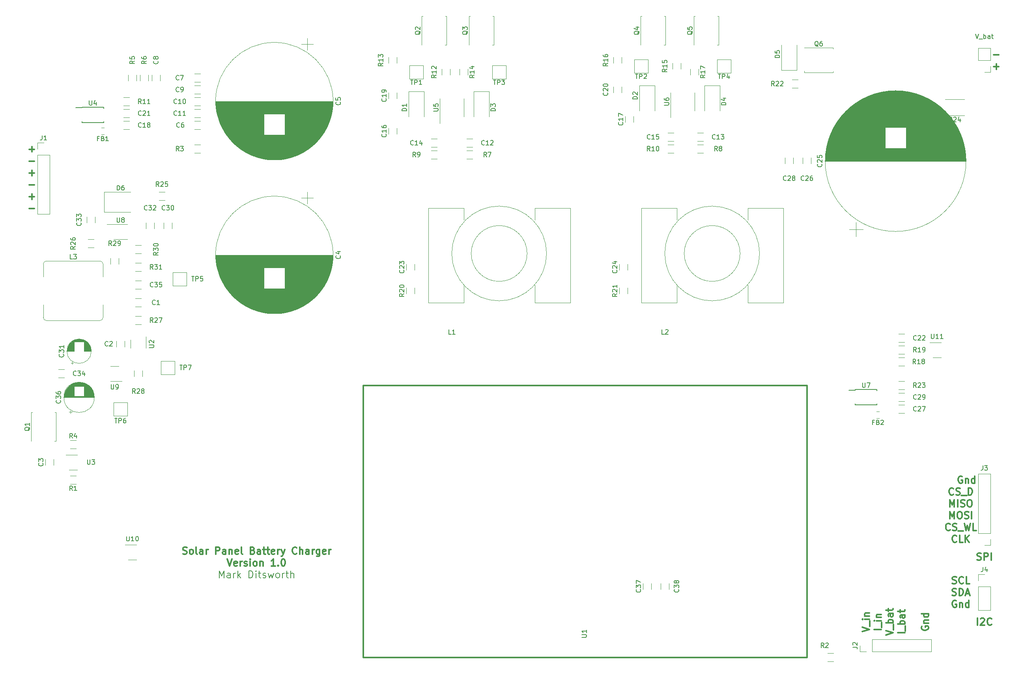
<source format=gbr>
G04 #@! TF.GenerationSoftware,KiCad,Pcbnew,5.1.5-1.fc30*
G04 #@! TF.CreationDate,2020-11-01T20:21:56-06:00*
G04 #@! TF.ProjectId,charger,63686172-6765-4722-9e6b-696361645f70,rev?*
G04 #@! TF.SameCoordinates,Original*
G04 #@! TF.FileFunction,Legend,Top*
G04 #@! TF.FilePolarity,Positive*
%FSLAX46Y46*%
G04 Gerber Fmt 4.6, Leading zero omitted, Abs format (unit mm)*
G04 Created by KiCad (PCBNEW 5.1.5-1.fc30) date 2020-11-01 20:21:56*
%MOMM*%
%LPD*%
G04 APERTURE LIST*
%ADD10C,0.300000*%
%ADD11C,0.200000*%
%ADD12C,0.120000*%
%ADD13C,0.150000*%
G04 APERTURE END LIST*
D10*
X240728571Y-30582142D02*
X241871428Y-30582142D01*
X240728571Y-33132142D02*
X241871428Y-33132142D01*
X241300000Y-33703571D02*
X241300000Y-32560714D01*
X33718571Y-50882142D02*
X34861428Y-50882142D01*
X34290000Y-51453571D02*
X34290000Y-50310714D01*
X33718571Y-53432142D02*
X34861428Y-53432142D01*
X33718571Y-55982142D02*
X34861428Y-55982142D01*
X34290000Y-56553571D02*
X34290000Y-55410714D01*
X33718571Y-58532142D02*
X34861428Y-58532142D01*
X33718571Y-61082142D02*
X34861428Y-61082142D01*
X34290000Y-61653571D02*
X34290000Y-60510714D01*
X33718571Y-63632142D02*
X34861428Y-63632142D01*
D11*
X74550000Y-142918571D02*
X74550000Y-141418571D01*
X75050000Y-142490000D01*
X75550000Y-141418571D01*
X75550000Y-142918571D01*
X76907142Y-142918571D02*
X76907142Y-142132857D01*
X76835714Y-141990000D01*
X76692857Y-141918571D01*
X76407142Y-141918571D01*
X76264285Y-141990000D01*
X76907142Y-142847142D02*
X76764285Y-142918571D01*
X76407142Y-142918571D01*
X76264285Y-142847142D01*
X76192857Y-142704285D01*
X76192857Y-142561428D01*
X76264285Y-142418571D01*
X76407142Y-142347142D01*
X76764285Y-142347142D01*
X76907142Y-142275714D01*
X77621428Y-142918571D02*
X77621428Y-141918571D01*
X77621428Y-142204285D02*
X77692857Y-142061428D01*
X77764285Y-141990000D01*
X77907142Y-141918571D01*
X78050000Y-141918571D01*
X78550000Y-142918571D02*
X78550000Y-141418571D01*
X78692857Y-142347142D02*
X79121428Y-142918571D01*
X79121428Y-141918571D02*
X78550000Y-142490000D01*
X80907142Y-142918571D02*
X80907142Y-141418571D01*
X81264285Y-141418571D01*
X81478571Y-141490000D01*
X81621428Y-141632857D01*
X81692857Y-141775714D01*
X81764285Y-142061428D01*
X81764285Y-142275714D01*
X81692857Y-142561428D01*
X81621428Y-142704285D01*
X81478571Y-142847142D01*
X81264285Y-142918571D01*
X80907142Y-142918571D01*
X82407142Y-142918571D02*
X82407142Y-141918571D01*
X82407142Y-141418571D02*
X82335714Y-141490000D01*
X82407142Y-141561428D01*
X82478571Y-141490000D01*
X82407142Y-141418571D01*
X82407142Y-141561428D01*
X82907142Y-141918571D02*
X83478571Y-141918571D01*
X83121428Y-141418571D02*
X83121428Y-142704285D01*
X83192857Y-142847142D01*
X83335714Y-142918571D01*
X83478571Y-142918571D01*
X83907142Y-142847142D02*
X84050000Y-142918571D01*
X84335714Y-142918571D01*
X84478571Y-142847142D01*
X84550000Y-142704285D01*
X84550000Y-142632857D01*
X84478571Y-142490000D01*
X84335714Y-142418571D01*
X84121428Y-142418571D01*
X83978571Y-142347142D01*
X83907142Y-142204285D01*
X83907142Y-142132857D01*
X83978571Y-141990000D01*
X84121428Y-141918571D01*
X84335714Y-141918571D01*
X84478571Y-141990000D01*
X85050000Y-141918571D02*
X85335714Y-142918571D01*
X85621428Y-142204285D01*
X85907142Y-142918571D01*
X86192857Y-141918571D01*
X86978571Y-142918571D02*
X86835714Y-142847142D01*
X86764285Y-142775714D01*
X86692857Y-142632857D01*
X86692857Y-142204285D01*
X86764285Y-142061428D01*
X86835714Y-141990000D01*
X86978571Y-141918571D01*
X87192857Y-141918571D01*
X87335714Y-141990000D01*
X87407142Y-142061428D01*
X87478571Y-142204285D01*
X87478571Y-142632857D01*
X87407142Y-142775714D01*
X87335714Y-142847142D01*
X87192857Y-142918571D01*
X86978571Y-142918571D01*
X88121428Y-142918571D02*
X88121428Y-141918571D01*
X88121428Y-142204285D02*
X88192857Y-142061428D01*
X88264285Y-141990000D01*
X88407142Y-141918571D01*
X88550000Y-141918571D01*
X88835714Y-141918571D02*
X89407142Y-141918571D01*
X89050000Y-141418571D02*
X89050000Y-142704285D01*
X89121428Y-142847142D01*
X89264285Y-142918571D01*
X89407142Y-142918571D01*
X89907142Y-142918571D02*
X89907142Y-141418571D01*
X90550000Y-142918571D02*
X90550000Y-142132857D01*
X90478571Y-141990000D01*
X90335714Y-141918571D01*
X90121428Y-141918571D01*
X89978571Y-141990000D01*
X89907142Y-142061428D01*
D10*
X66728571Y-137762142D02*
X66942857Y-137833571D01*
X67299999Y-137833571D01*
X67442857Y-137762142D01*
X67514285Y-137690714D01*
X67585714Y-137547857D01*
X67585714Y-137405000D01*
X67514285Y-137262142D01*
X67442857Y-137190714D01*
X67299999Y-137119285D01*
X67014285Y-137047857D01*
X66871428Y-136976428D01*
X66799999Y-136905000D01*
X66728571Y-136762142D01*
X66728571Y-136619285D01*
X66799999Y-136476428D01*
X66871428Y-136405000D01*
X67014285Y-136333571D01*
X67371428Y-136333571D01*
X67585714Y-136405000D01*
X68442857Y-137833571D02*
X68299999Y-137762142D01*
X68228571Y-137690714D01*
X68157142Y-137547857D01*
X68157142Y-137119285D01*
X68228571Y-136976428D01*
X68299999Y-136905000D01*
X68442857Y-136833571D01*
X68657142Y-136833571D01*
X68799999Y-136905000D01*
X68871428Y-136976428D01*
X68942857Y-137119285D01*
X68942857Y-137547857D01*
X68871428Y-137690714D01*
X68799999Y-137762142D01*
X68657142Y-137833571D01*
X68442857Y-137833571D01*
X69799999Y-137833571D02*
X69657142Y-137762142D01*
X69585714Y-137619285D01*
X69585714Y-136333571D01*
X71014285Y-137833571D02*
X71014285Y-137047857D01*
X70942857Y-136905000D01*
X70799999Y-136833571D01*
X70514285Y-136833571D01*
X70371428Y-136905000D01*
X71014285Y-137762142D02*
X70871428Y-137833571D01*
X70514285Y-137833571D01*
X70371428Y-137762142D01*
X70299999Y-137619285D01*
X70299999Y-137476428D01*
X70371428Y-137333571D01*
X70514285Y-137262142D01*
X70871428Y-137262142D01*
X71014285Y-137190714D01*
X71728571Y-137833571D02*
X71728571Y-136833571D01*
X71728571Y-137119285D02*
X71799999Y-136976428D01*
X71871428Y-136905000D01*
X72014285Y-136833571D01*
X72157142Y-136833571D01*
X73799999Y-137833571D02*
X73799999Y-136333571D01*
X74371428Y-136333571D01*
X74514285Y-136405000D01*
X74585714Y-136476428D01*
X74657142Y-136619285D01*
X74657142Y-136833571D01*
X74585714Y-136976428D01*
X74514285Y-137047857D01*
X74371428Y-137119285D01*
X73799999Y-137119285D01*
X75942857Y-137833571D02*
X75942857Y-137047857D01*
X75871428Y-136905000D01*
X75728571Y-136833571D01*
X75442857Y-136833571D01*
X75299999Y-136905000D01*
X75942857Y-137762142D02*
X75799999Y-137833571D01*
X75442857Y-137833571D01*
X75299999Y-137762142D01*
X75228571Y-137619285D01*
X75228571Y-137476428D01*
X75299999Y-137333571D01*
X75442857Y-137262142D01*
X75799999Y-137262142D01*
X75942857Y-137190714D01*
X76657142Y-136833571D02*
X76657142Y-137833571D01*
X76657142Y-136976428D02*
X76728571Y-136905000D01*
X76871428Y-136833571D01*
X77085714Y-136833571D01*
X77228571Y-136905000D01*
X77299999Y-137047857D01*
X77299999Y-137833571D01*
X78585714Y-137762142D02*
X78442857Y-137833571D01*
X78157142Y-137833571D01*
X78014285Y-137762142D01*
X77942857Y-137619285D01*
X77942857Y-137047857D01*
X78014285Y-136905000D01*
X78157142Y-136833571D01*
X78442857Y-136833571D01*
X78585714Y-136905000D01*
X78657142Y-137047857D01*
X78657142Y-137190714D01*
X77942857Y-137333571D01*
X79514285Y-137833571D02*
X79371428Y-137762142D01*
X79299999Y-137619285D01*
X79299999Y-136333571D01*
X81728571Y-137047857D02*
X81942857Y-137119285D01*
X82014285Y-137190714D01*
X82085714Y-137333571D01*
X82085714Y-137547857D01*
X82014285Y-137690714D01*
X81942857Y-137762142D01*
X81799999Y-137833571D01*
X81228571Y-137833571D01*
X81228571Y-136333571D01*
X81728571Y-136333571D01*
X81871428Y-136405000D01*
X81942857Y-136476428D01*
X82014285Y-136619285D01*
X82014285Y-136762142D01*
X81942857Y-136905000D01*
X81871428Y-136976428D01*
X81728571Y-137047857D01*
X81228571Y-137047857D01*
X83371428Y-137833571D02*
X83371428Y-137047857D01*
X83299999Y-136905000D01*
X83157142Y-136833571D01*
X82871428Y-136833571D01*
X82728571Y-136905000D01*
X83371428Y-137762142D02*
X83228571Y-137833571D01*
X82871428Y-137833571D01*
X82728571Y-137762142D01*
X82657142Y-137619285D01*
X82657142Y-137476428D01*
X82728571Y-137333571D01*
X82871428Y-137262142D01*
X83228571Y-137262142D01*
X83371428Y-137190714D01*
X83871428Y-136833571D02*
X84442857Y-136833571D01*
X84085714Y-136333571D02*
X84085714Y-137619285D01*
X84157142Y-137762142D01*
X84299999Y-137833571D01*
X84442857Y-137833571D01*
X84728571Y-136833571D02*
X85299999Y-136833571D01*
X84942857Y-136333571D02*
X84942857Y-137619285D01*
X85014285Y-137762142D01*
X85157142Y-137833571D01*
X85299999Y-137833571D01*
X86371428Y-137762142D02*
X86228571Y-137833571D01*
X85942857Y-137833571D01*
X85800000Y-137762142D01*
X85728571Y-137619285D01*
X85728571Y-137047857D01*
X85800000Y-136905000D01*
X85942857Y-136833571D01*
X86228571Y-136833571D01*
X86371428Y-136905000D01*
X86442857Y-137047857D01*
X86442857Y-137190714D01*
X85728571Y-137333571D01*
X87085714Y-137833571D02*
X87085714Y-136833571D01*
X87085714Y-137119285D02*
X87157142Y-136976428D01*
X87228571Y-136905000D01*
X87371428Y-136833571D01*
X87514285Y-136833571D01*
X87871428Y-136833571D02*
X88228571Y-137833571D01*
X88585714Y-136833571D02*
X88228571Y-137833571D01*
X88085714Y-138190714D01*
X88014285Y-138262142D01*
X87871428Y-138333571D01*
X91157142Y-137690714D02*
X91085714Y-137762142D01*
X90871428Y-137833571D01*
X90728571Y-137833571D01*
X90514285Y-137762142D01*
X90371428Y-137619285D01*
X90300000Y-137476428D01*
X90228571Y-137190714D01*
X90228571Y-136976428D01*
X90300000Y-136690714D01*
X90371428Y-136547857D01*
X90514285Y-136405000D01*
X90728571Y-136333571D01*
X90871428Y-136333571D01*
X91085714Y-136405000D01*
X91157142Y-136476428D01*
X91800000Y-137833571D02*
X91800000Y-136333571D01*
X92442857Y-137833571D02*
X92442857Y-137047857D01*
X92371428Y-136905000D01*
X92228571Y-136833571D01*
X92014285Y-136833571D01*
X91871428Y-136905000D01*
X91800000Y-136976428D01*
X93800000Y-137833571D02*
X93800000Y-137047857D01*
X93728571Y-136905000D01*
X93585714Y-136833571D01*
X93300000Y-136833571D01*
X93157142Y-136905000D01*
X93800000Y-137762142D02*
X93657142Y-137833571D01*
X93300000Y-137833571D01*
X93157142Y-137762142D01*
X93085714Y-137619285D01*
X93085714Y-137476428D01*
X93157142Y-137333571D01*
X93300000Y-137262142D01*
X93657142Y-137262142D01*
X93800000Y-137190714D01*
X94514285Y-137833571D02*
X94514285Y-136833571D01*
X94514285Y-137119285D02*
X94585714Y-136976428D01*
X94657142Y-136905000D01*
X94800000Y-136833571D01*
X94942857Y-136833571D01*
X96085714Y-136833571D02*
X96085714Y-138047857D01*
X96014285Y-138190714D01*
X95942857Y-138262142D01*
X95800000Y-138333571D01*
X95585714Y-138333571D01*
X95442857Y-138262142D01*
X96085714Y-137762142D02*
X95942857Y-137833571D01*
X95657142Y-137833571D01*
X95514285Y-137762142D01*
X95442857Y-137690714D01*
X95371428Y-137547857D01*
X95371428Y-137119285D01*
X95442857Y-136976428D01*
X95514285Y-136905000D01*
X95657142Y-136833571D01*
X95942857Y-136833571D01*
X96085714Y-136905000D01*
X97371428Y-137762142D02*
X97228571Y-137833571D01*
X96942857Y-137833571D01*
X96800000Y-137762142D01*
X96728571Y-137619285D01*
X96728571Y-137047857D01*
X96800000Y-136905000D01*
X96942857Y-136833571D01*
X97228571Y-136833571D01*
X97371428Y-136905000D01*
X97442857Y-137047857D01*
X97442857Y-137190714D01*
X96728571Y-137333571D01*
X98085714Y-137833571D02*
X98085714Y-136833571D01*
X98085714Y-137119285D02*
X98157142Y-136976428D01*
X98228571Y-136905000D01*
X98371428Y-136833571D01*
X98514285Y-136833571D01*
X76264285Y-138883571D02*
X76764285Y-140383571D01*
X77264285Y-138883571D01*
X78335714Y-140312142D02*
X78192857Y-140383571D01*
X77907142Y-140383571D01*
X77764285Y-140312142D01*
X77692857Y-140169285D01*
X77692857Y-139597857D01*
X77764285Y-139455000D01*
X77907142Y-139383571D01*
X78192857Y-139383571D01*
X78335714Y-139455000D01*
X78407142Y-139597857D01*
X78407142Y-139740714D01*
X77692857Y-139883571D01*
X79050000Y-140383571D02*
X79050000Y-139383571D01*
X79050000Y-139669285D02*
X79121428Y-139526428D01*
X79192857Y-139455000D01*
X79335714Y-139383571D01*
X79478571Y-139383571D01*
X79907142Y-140312142D02*
X80050000Y-140383571D01*
X80335714Y-140383571D01*
X80478571Y-140312142D01*
X80550000Y-140169285D01*
X80550000Y-140097857D01*
X80478571Y-139955000D01*
X80335714Y-139883571D01*
X80121428Y-139883571D01*
X79978571Y-139812142D01*
X79907142Y-139669285D01*
X79907142Y-139597857D01*
X79978571Y-139455000D01*
X80121428Y-139383571D01*
X80335714Y-139383571D01*
X80478571Y-139455000D01*
X81192857Y-140383571D02*
X81192857Y-139383571D01*
X81192857Y-138883571D02*
X81121428Y-138955000D01*
X81192857Y-139026428D01*
X81264285Y-138955000D01*
X81192857Y-138883571D01*
X81192857Y-139026428D01*
X82121428Y-140383571D02*
X81978571Y-140312142D01*
X81907142Y-140240714D01*
X81835714Y-140097857D01*
X81835714Y-139669285D01*
X81907142Y-139526428D01*
X81978571Y-139455000D01*
X82121428Y-139383571D01*
X82335714Y-139383571D01*
X82478571Y-139455000D01*
X82550000Y-139526428D01*
X82621428Y-139669285D01*
X82621428Y-140097857D01*
X82550000Y-140240714D01*
X82478571Y-140312142D01*
X82335714Y-140383571D01*
X82121428Y-140383571D01*
X83264285Y-139383571D02*
X83264285Y-140383571D01*
X83264285Y-139526428D02*
X83335714Y-139455000D01*
X83478571Y-139383571D01*
X83692857Y-139383571D01*
X83835714Y-139455000D01*
X83907142Y-139597857D01*
X83907142Y-140383571D01*
X86550000Y-140383571D02*
X85692857Y-140383571D01*
X86121428Y-140383571D02*
X86121428Y-138883571D01*
X85978571Y-139097857D01*
X85835714Y-139240714D01*
X85692857Y-139312142D01*
X87192857Y-140240714D02*
X87264285Y-140312142D01*
X87192857Y-140383571D01*
X87121428Y-140312142D01*
X87192857Y-140240714D01*
X87192857Y-140383571D01*
X88192857Y-138883571D02*
X88335714Y-138883571D01*
X88478571Y-138955000D01*
X88550000Y-139026428D01*
X88621428Y-139169285D01*
X88692857Y-139455000D01*
X88692857Y-139812142D01*
X88621428Y-140097857D01*
X88550000Y-140240714D01*
X88478571Y-140312142D01*
X88335714Y-140383571D01*
X88192857Y-140383571D01*
X88050000Y-140312142D01*
X87978571Y-140240714D01*
X87907142Y-140097857D01*
X87835714Y-139812142D01*
X87835714Y-139455000D01*
X87907142Y-139169285D01*
X87978571Y-139026428D01*
X88050000Y-138955000D01*
X88192857Y-138883571D01*
X232787142Y-135155714D02*
X232715714Y-135227142D01*
X232501428Y-135298571D01*
X232358571Y-135298571D01*
X232144285Y-135227142D01*
X232001428Y-135084285D01*
X231930000Y-134941428D01*
X231858571Y-134655714D01*
X231858571Y-134441428D01*
X231930000Y-134155714D01*
X232001428Y-134012857D01*
X232144285Y-133870000D01*
X232358571Y-133798571D01*
X232501428Y-133798571D01*
X232715714Y-133870000D01*
X232787142Y-133941428D01*
X234144285Y-135298571D02*
X233430000Y-135298571D01*
X233430000Y-133798571D01*
X234644285Y-135298571D02*
X234644285Y-133798571D01*
X235501428Y-135298571D02*
X234858571Y-134441428D01*
X235501428Y-133798571D02*
X234644285Y-134655714D01*
X231394285Y-132615714D02*
X231322857Y-132687142D01*
X231108571Y-132758571D01*
X230965714Y-132758571D01*
X230751428Y-132687142D01*
X230608571Y-132544285D01*
X230537142Y-132401428D01*
X230465714Y-132115714D01*
X230465714Y-131901428D01*
X230537142Y-131615714D01*
X230608571Y-131472857D01*
X230751428Y-131330000D01*
X230965714Y-131258571D01*
X231108571Y-131258571D01*
X231322857Y-131330000D01*
X231394285Y-131401428D01*
X231965714Y-132687142D02*
X232180000Y-132758571D01*
X232537142Y-132758571D01*
X232680000Y-132687142D01*
X232751428Y-132615714D01*
X232822857Y-132472857D01*
X232822857Y-132330000D01*
X232751428Y-132187142D01*
X232680000Y-132115714D01*
X232537142Y-132044285D01*
X232251428Y-131972857D01*
X232108571Y-131901428D01*
X232037142Y-131830000D01*
X231965714Y-131687142D01*
X231965714Y-131544285D01*
X232037142Y-131401428D01*
X232108571Y-131330000D01*
X232251428Y-131258571D01*
X232608571Y-131258571D01*
X232822857Y-131330000D01*
X233108571Y-132901428D02*
X234251428Y-132901428D01*
X234465714Y-131258571D02*
X234822857Y-132758571D01*
X235108571Y-131687142D01*
X235394285Y-132758571D01*
X235751428Y-131258571D01*
X237037142Y-132758571D02*
X236322857Y-132758571D01*
X236322857Y-131258571D01*
X231322857Y-130218571D02*
X231322857Y-128718571D01*
X231822857Y-129790000D01*
X232322857Y-128718571D01*
X232322857Y-130218571D01*
X233322857Y-128718571D02*
X233608571Y-128718571D01*
X233751428Y-128790000D01*
X233894285Y-128932857D01*
X233965714Y-129218571D01*
X233965714Y-129718571D01*
X233894285Y-130004285D01*
X233751428Y-130147142D01*
X233608571Y-130218571D01*
X233322857Y-130218571D01*
X233180000Y-130147142D01*
X233037142Y-130004285D01*
X232965714Y-129718571D01*
X232965714Y-129218571D01*
X233037142Y-128932857D01*
X233180000Y-128790000D01*
X233322857Y-128718571D01*
X234537142Y-130147142D02*
X234751428Y-130218571D01*
X235108571Y-130218571D01*
X235251428Y-130147142D01*
X235322857Y-130075714D01*
X235394285Y-129932857D01*
X235394285Y-129790000D01*
X235322857Y-129647142D01*
X235251428Y-129575714D01*
X235108571Y-129504285D01*
X234822857Y-129432857D01*
X234680000Y-129361428D01*
X234608571Y-129290000D01*
X234537142Y-129147142D01*
X234537142Y-129004285D01*
X234608571Y-128861428D01*
X234680000Y-128790000D01*
X234822857Y-128718571D01*
X235180000Y-128718571D01*
X235394285Y-128790000D01*
X236037142Y-130218571D02*
X236037142Y-128718571D01*
X231322857Y-127678571D02*
X231322857Y-126178571D01*
X231822857Y-127250000D01*
X232322857Y-126178571D01*
X232322857Y-127678571D01*
X233037142Y-127678571D02*
X233037142Y-126178571D01*
X233680000Y-127607142D02*
X233894285Y-127678571D01*
X234251428Y-127678571D01*
X234394285Y-127607142D01*
X234465714Y-127535714D01*
X234537142Y-127392857D01*
X234537142Y-127250000D01*
X234465714Y-127107142D01*
X234394285Y-127035714D01*
X234251428Y-126964285D01*
X233965714Y-126892857D01*
X233822857Y-126821428D01*
X233751428Y-126750000D01*
X233680000Y-126607142D01*
X233680000Y-126464285D01*
X233751428Y-126321428D01*
X233822857Y-126250000D01*
X233965714Y-126178571D01*
X234322857Y-126178571D01*
X234537142Y-126250000D01*
X235465714Y-126178571D02*
X235751428Y-126178571D01*
X235894285Y-126250000D01*
X236037142Y-126392857D01*
X236108571Y-126678571D01*
X236108571Y-127178571D01*
X236037142Y-127464285D01*
X235894285Y-127607142D01*
X235751428Y-127678571D01*
X235465714Y-127678571D01*
X235322857Y-127607142D01*
X235180000Y-127464285D01*
X235108571Y-127178571D01*
X235108571Y-126678571D01*
X235180000Y-126392857D01*
X235322857Y-126250000D01*
X235465714Y-126178571D01*
X232108571Y-124995714D02*
X232037142Y-125067142D01*
X231822857Y-125138571D01*
X231680000Y-125138571D01*
X231465714Y-125067142D01*
X231322857Y-124924285D01*
X231251428Y-124781428D01*
X231180000Y-124495714D01*
X231180000Y-124281428D01*
X231251428Y-123995714D01*
X231322857Y-123852857D01*
X231465714Y-123710000D01*
X231680000Y-123638571D01*
X231822857Y-123638571D01*
X232037142Y-123710000D01*
X232108571Y-123781428D01*
X232680000Y-125067142D02*
X232894285Y-125138571D01*
X233251428Y-125138571D01*
X233394285Y-125067142D01*
X233465714Y-124995714D01*
X233537142Y-124852857D01*
X233537142Y-124710000D01*
X233465714Y-124567142D01*
X233394285Y-124495714D01*
X233251428Y-124424285D01*
X232965714Y-124352857D01*
X232822857Y-124281428D01*
X232751428Y-124210000D01*
X232680000Y-124067142D01*
X232680000Y-123924285D01*
X232751428Y-123781428D01*
X232822857Y-123710000D01*
X232965714Y-123638571D01*
X233322857Y-123638571D01*
X233537142Y-123710000D01*
X233822857Y-125281428D02*
X234965714Y-125281428D01*
X235322857Y-125138571D02*
X235322857Y-123638571D01*
X235680000Y-123638571D01*
X235894285Y-123710000D01*
X236037142Y-123852857D01*
X236108571Y-123995714D01*
X236180000Y-124281428D01*
X236180000Y-124495714D01*
X236108571Y-124781428D01*
X236037142Y-124924285D01*
X235894285Y-125067142D01*
X235680000Y-125138571D01*
X235322857Y-125138571D01*
X233985714Y-121170000D02*
X233842857Y-121098571D01*
X233628571Y-121098571D01*
X233414285Y-121170000D01*
X233271428Y-121312857D01*
X233200000Y-121455714D01*
X233128571Y-121741428D01*
X233128571Y-121955714D01*
X233200000Y-122241428D01*
X233271428Y-122384285D01*
X233414285Y-122527142D01*
X233628571Y-122598571D01*
X233771428Y-122598571D01*
X233985714Y-122527142D01*
X234057142Y-122455714D01*
X234057142Y-121955714D01*
X233771428Y-121955714D01*
X234700000Y-121598571D02*
X234700000Y-122598571D01*
X234700000Y-121741428D02*
X234771428Y-121670000D01*
X234914285Y-121598571D01*
X235128571Y-121598571D01*
X235271428Y-121670000D01*
X235342857Y-121812857D01*
X235342857Y-122598571D01*
X236700000Y-122598571D02*
X236700000Y-121098571D01*
X236700000Y-122527142D02*
X236557142Y-122598571D01*
X236271428Y-122598571D01*
X236128571Y-122527142D01*
X236057142Y-122455714D01*
X235985714Y-122312857D01*
X235985714Y-121884285D01*
X236057142Y-121741428D01*
X236128571Y-121670000D01*
X236271428Y-121598571D01*
X236557142Y-121598571D01*
X236700000Y-121670000D01*
X237224285Y-139037142D02*
X237438571Y-139108571D01*
X237795714Y-139108571D01*
X237938571Y-139037142D01*
X238010000Y-138965714D01*
X238081428Y-138822857D01*
X238081428Y-138680000D01*
X238010000Y-138537142D01*
X237938571Y-138465714D01*
X237795714Y-138394285D01*
X237510000Y-138322857D01*
X237367142Y-138251428D01*
X237295714Y-138180000D01*
X237224285Y-138037142D01*
X237224285Y-137894285D01*
X237295714Y-137751428D01*
X237367142Y-137680000D01*
X237510000Y-137608571D01*
X237867142Y-137608571D01*
X238081428Y-137680000D01*
X238724285Y-139108571D02*
X238724285Y-137608571D01*
X239295714Y-137608571D01*
X239438571Y-137680000D01*
X239510000Y-137751428D01*
X239581428Y-137894285D01*
X239581428Y-138108571D01*
X239510000Y-138251428D01*
X239438571Y-138322857D01*
X239295714Y-138394285D01*
X238724285Y-138394285D01*
X240224285Y-139108571D02*
X240224285Y-137608571D01*
X231894285Y-144117142D02*
X232108571Y-144188571D01*
X232465714Y-144188571D01*
X232608571Y-144117142D01*
X232680000Y-144045714D01*
X232751428Y-143902857D01*
X232751428Y-143760000D01*
X232680000Y-143617142D01*
X232608571Y-143545714D01*
X232465714Y-143474285D01*
X232180000Y-143402857D01*
X232037142Y-143331428D01*
X231965714Y-143260000D01*
X231894285Y-143117142D01*
X231894285Y-142974285D01*
X231965714Y-142831428D01*
X232037142Y-142760000D01*
X232180000Y-142688571D01*
X232537142Y-142688571D01*
X232751428Y-142760000D01*
X234251428Y-144045714D02*
X234180000Y-144117142D01*
X233965714Y-144188571D01*
X233822857Y-144188571D01*
X233608571Y-144117142D01*
X233465714Y-143974285D01*
X233394285Y-143831428D01*
X233322857Y-143545714D01*
X233322857Y-143331428D01*
X233394285Y-143045714D01*
X233465714Y-142902857D01*
X233608571Y-142760000D01*
X233822857Y-142688571D01*
X233965714Y-142688571D01*
X234180000Y-142760000D01*
X234251428Y-142831428D01*
X235608571Y-144188571D02*
X234894285Y-144188571D01*
X234894285Y-142688571D01*
X231858571Y-146657142D02*
X232072857Y-146728571D01*
X232430000Y-146728571D01*
X232572857Y-146657142D01*
X232644285Y-146585714D01*
X232715714Y-146442857D01*
X232715714Y-146300000D01*
X232644285Y-146157142D01*
X232572857Y-146085714D01*
X232430000Y-146014285D01*
X232144285Y-145942857D01*
X232001428Y-145871428D01*
X231930000Y-145800000D01*
X231858571Y-145657142D01*
X231858571Y-145514285D01*
X231930000Y-145371428D01*
X232001428Y-145300000D01*
X232144285Y-145228571D01*
X232501428Y-145228571D01*
X232715714Y-145300000D01*
X233358571Y-146728571D02*
X233358571Y-145228571D01*
X233715714Y-145228571D01*
X233930000Y-145300000D01*
X234072857Y-145442857D01*
X234144285Y-145585714D01*
X234215714Y-145871428D01*
X234215714Y-146085714D01*
X234144285Y-146371428D01*
X234072857Y-146514285D01*
X233930000Y-146657142D01*
X233715714Y-146728571D01*
X233358571Y-146728571D01*
X234787142Y-146300000D02*
X235501428Y-146300000D01*
X234644285Y-146728571D02*
X235144285Y-145228571D01*
X235644285Y-146728571D01*
X232715714Y-147840000D02*
X232572857Y-147768571D01*
X232358571Y-147768571D01*
X232144285Y-147840000D01*
X232001428Y-147982857D01*
X231930000Y-148125714D01*
X231858571Y-148411428D01*
X231858571Y-148625714D01*
X231930000Y-148911428D01*
X232001428Y-149054285D01*
X232144285Y-149197142D01*
X232358571Y-149268571D01*
X232501428Y-149268571D01*
X232715714Y-149197142D01*
X232787142Y-149125714D01*
X232787142Y-148625714D01*
X232501428Y-148625714D01*
X233430000Y-148268571D02*
X233430000Y-149268571D01*
X233430000Y-148411428D02*
X233501428Y-148340000D01*
X233644285Y-148268571D01*
X233858571Y-148268571D01*
X234001428Y-148340000D01*
X234072857Y-148482857D01*
X234072857Y-149268571D01*
X235430000Y-149268571D02*
X235430000Y-147768571D01*
X235430000Y-149197142D02*
X235287142Y-149268571D01*
X235001428Y-149268571D01*
X234858571Y-149197142D01*
X234787142Y-149125714D01*
X234715714Y-148982857D01*
X234715714Y-148554285D01*
X234787142Y-148411428D01*
X234858571Y-148340000D01*
X235001428Y-148268571D01*
X235287142Y-148268571D01*
X235430000Y-148340000D01*
X237295714Y-153078571D02*
X237295714Y-151578571D01*
X237938571Y-151721428D02*
X238010000Y-151650000D01*
X238152857Y-151578571D01*
X238510000Y-151578571D01*
X238652857Y-151650000D01*
X238724285Y-151721428D01*
X238795714Y-151864285D01*
X238795714Y-152007142D01*
X238724285Y-152221428D01*
X237867142Y-153078571D01*
X238795714Y-153078571D01*
X240295714Y-152935714D02*
X240224285Y-153007142D01*
X240010000Y-153078571D01*
X239867142Y-153078571D01*
X239652857Y-153007142D01*
X239510000Y-152864285D01*
X239438571Y-152721428D01*
X239367142Y-152435714D01*
X239367142Y-152221428D01*
X239438571Y-151935714D01*
X239510000Y-151792857D01*
X239652857Y-151650000D01*
X239867142Y-151578571D01*
X240010000Y-151578571D01*
X240224285Y-151650000D01*
X240295714Y-151721428D01*
X225310000Y-153364285D02*
X225238571Y-153507142D01*
X225238571Y-153721428D01*
X225310000Y-153935714D01*
X225452857Y-154078571D01*
X225595714Y-154150000D01*
X225881428Y-154221428D01*
X226095714Y-154221428D01*
X226381428Y-154150000D01*
X226524285Y-154078571D01*
X226667142Y-153935714D01*
X226738571Y-153721428D01*
X226738571Y-153578571D01*
X226667142Y-153364285D01*
X226595714Y-153292857D01*
X226095714Y-153292857D01*
X226095714Y-153578571D01*
X225738571Y-152650000D02*
X226738571Y-152650000D01*
X225881428Y-152650000D02*
X225810000Y-152578571D01*
X225738571Y-152435714D01*
X225738571Y-152221428D01*
X225810000Y-152078571D01*
X225952857Y-152007142D01*
X226738571Y-152007142D01*
X226738571Y-150650000D02*
X225238571Y-150650000D01*
X226667142Y-150650000D02*
X226738571Y-150792857D01*
X226738571Y-151078571D01*
X226667142Y-151221428D01*
X226595714Y-151292857D01*
X226452857Y-151364285D01*
X226024285Y-151364285D01*
X225881428Y-151292857D01*
X225810000Y-151221428D01*
X225738571Y-151078571D01*
X225738571Y-150792857D01*
X225810000Y-150650000D01*
X221658571Y-154757142D02*
X220158571Y-154757142D01*
X221801428Y-154400000D02*
X221801428Y-153257142D01*
X221658571Y-152900000D02*
X220158571Y-152900000D01*
X220730000Y-152900000D02*
X220658571Y-152757142D01*
X220658571Y-152471428D01*
X220730000Y-152328571D01*
X220801428Y-152257142D01*
X220944285Y-152185714D01*
X221372857Y-152185714D01*
X221515714Y-152257142D01*
X221587142Y-152328571D01*
X221658571Y-152471428D01*
X221658571Y-152757142D01*
X221587142Y-152900000D01*
X221658571Y-150900000D02*
X220872857Y-150900000D01*
X220730000Y-150971428D01*
X220658571Y-151114285D01*
X220658571Y-151400000D01*
X220730000Y-151542857D01*
X221587142Y-150900000D02*
X221658571Y-151042857D01*
X221658571Y-151400000D01*
X221587142Y-151542857D01*
X221444285Y-151614285D01*
X221301428Y-151614285D01*
X221158571Y-151542857D01*
X221087142Y-151400000D01*
X221087142Y-151042857D01*
X221015714Y-150900000D01*
X220658571Y-150400000D02*
X220658571Y-149828571D01*
X220158571Y-150185714D02*
X221444285Y-150185714D01*
X221587142Y-150114285D01*
X221658571Y-149971428D01*
X221658571Y-149828571D01*
X217618571Y-155257142D02*
X219118571Y-154757142D01*
X217618571Y-154257142D01*
X219261428Y-154114285D02*
X219261428Y-152971428D01*
X219118571Y-152614285D02*
X217618571Y-152614285D01*
X218190000Y-152614285D02*
X218118571Y-152471428D01*
X218118571Y-152185714D01*
X218190000Y-152042857D01*
X218261428Y-151971428D01*
X218404285Y-151900000D01*
X218832857Y-151900000D01*
X218975714Y-151971428D01*
X219047142Y-152042857D01*
X219118571Y-152185714D01*
X219118571Y-152471428D01*
X219047142Y-152614285D01*
X219118571Y-150614285D02*
X218332857Y-150614285D01*
X218190000Y-150685714D01*
X218118571Y-150828571D01*
X218118571Y-151114285D01*
X218190000Y-151257142D01*
X219047142Y-150614285D02*
X219118571Y-150757142D01*
X219118571Y-151114285D01*
X219047142Y-151257142D01*
X218904285Y-151328571D01*
X218761428Y-151328571D01*
X218618571Y-151257142D01*
X218547142Y-151114285D01*
X218547142Y-150757142D01*
X218475714Y-150614285D01*
X218118571Y-150114285D02*
X218118571Y-149542857D01*
X217618571Y-149900000D02*
X218904285Y-149900000D01*
X219047142Y-149828571D01*
X219118571Y-149685714D01*
X219118571Y-149542857D01*
X216578571Y-154007142D02*
X215078571Y-154007142D01*
X216721428Y-153650000D02*
X216721428Y-152507142D01*
X216578571Y-152150000D02*
X215578571Y-152150000D01*
X215078571Y-152150000D02*
X215150000Y-152221428D01*
X215221428Y-152150000D01*
X215150000Y-152078571D01*
X215078571Y-152150000D01*
X215221428Y-152150000D01*
X215578571Y-151435714D02*
X216578571Y-151435714D01*
X215721428Y-151435714D02*
X215650000Y-151364285D01*
X215578571Y-151221428D01*
X215578571Y-151007142D01*
X215650000Y-150864285D01*
X215792857Y-150792857D01*
X216578571Y-150792857D01*
X212538571Y-154507142D02*
X214038571Y-154007142D01*
X212538571Y-153507142D01*
X214181428Y-153364285D02*
X214181428Y-152221428D01*
X214038571Y-151864285D02*
X213038571Y-151864285D01*
X212538571Y-151864285D02*
X212610000Y-151935714D01*
X212681428Y-151864285D01*
X212610000Y-151792857D01*
X212538571Y-151864285D01*
X212681428Y-151864285D01*
X213038571Y-151150000D02*
X214038571Y-151150000D01*
X213181428Y-151150000D02*
X213110000Y-151078571D01*
X213038571Y-150935714D01*
X213038571Y-150721428D01*
X213110000Y-150578571D01*
X213252857Y-150507142D01*
X214038571Y-150507142D01*
D12*
X171090000Y-145382064D02*
X171090000Y-144177936D01*
X169270000Y-145382064D02*
X169270000Y-144177936D01*
X167280000Y-145382064D02*
X167280000Y-144177936D01*
X165460000Y-145382064D02*
X165460000Y-144177936D01*
X229500000Y-92370000D02*
X227050000Y-92370000D01*
X227700000Y-95590000D02*
X229500000Y-95590000D01*
X56780000Y-135870000D02*
X54330000Y-135870000D01*
X54980000Y-139090000D02*
X56780000Y-139090000D01*
X234462064Y-40200000D02*
X230357936Y-40200000D01*
X234462064Y-43620000D02*
X230357936Y-43620000D01*
D10*
X200660000Y-101600000D02*
X105410000Y-101600000D01*
X105410000Y-160020000D02*
X105410000Y-101600000D01*
X200660000Y-160020000D02*
X105410000Y-160020000D01*
X200660000Y-160020000D02*
X200660000Y-101600000D01*
D12*
X51170000Y-100670000D02*
X53620000Y-100670000D01*
X52970000Y-97450000D02*
X51170000Y-97450000D01*
X53340000Y-66970000D02*
X50415000Y-66970000D01*
X53340000Y-66970000D02*
X54840000Y-66970000D01*
X53340000Y-70190000D02*
X51840000Y-70190000D01*
X53340000Y-70190000D02*
X54840000Y-70190000D01*
D13*
X211035000Y-102615000D02*
X209685000Y-102615000D01*
X211035000Y-105765000D02*
X215685000Y-105765000D01*
X211035000Y-102515000D02*
X215685000Y-102515000D01*
X211035000Y-105765000D02*
X211035000Y-105565000D01*
X215685000Y-105765000D02*
X215685000Y-105565000D01*
X215685000Y-102515000D02*
X215685000Y-102715000D01*
X211035000Y-102515000D02*
X211035000Y-102615000D01*
D12*
X171430000Y-40640000D02*
X171430000Y-44090000D01*
X171430000Y-40640000D02*
X171430000Y-38690000D01*
X176550000Y-40640000D02*
X176550000Y-42590000D01*
X176550000Y-40640000D02*
X176550000Y-38690000D01*
X121900000Y-41910000D02*
X121900000Y-45360000D01*
X121900000Y-41910000D02*
X121900000Y-39960000D01*
X127020000Y-41910000D02*
X127020000Y-43860000D01*
X127020000Y-41910000D02*
X127020000Y-39960000D01*
D13*
X45075000Y-41980000D02*
X43725000Y-41980000D01*
X45075000Y-45130000D02*
X49725000Y-45130000D01*
X45075000Y-41880000D02*
X49725000Y-41880000D01*
X45075000Y-45130000D02*
X45075000Y-44930000D01*
X49725000Y-45130000D02*
X49725000Y-44930000D01*
X49725000Y-41880000D02*
X49725000Y-42080000D01*
X45075000Y-41880000D02*
X45075000Y-41980000D01*
D12*
X44080000Y-116500000D02*
X41630000Y-116500000D01*
X42280000Y-119720000D02*
X44080000Y-119720000D01*
X58760000Y-93610000D02*
X58760000Y-91160000D01*
X55540000Y-91810000D02*
X55540000Y-93610000D01*
X62000000Y-99240000D02*
X65000000Y-99240000D01*
X62000000Y-96390000D02*
X62000000Y-99240000D01*
X65000000Y-96390000D02*
X65000000Y-99240000D01*
X62000000Y-96390000D02*
X65000000Y-96390000D01*
X51840000Y-108130000D02*
X54840000Y-108130000D01*
X51840000Y-105280000D02*
X51840000Y-108130000D01*
X54840000Y-105280000D02*
X54840000Y-108130000D01*
X51840000Y-105280000D02*
X54840000Y-105280000D01*
X64540000Y-80190000D02*
X67540000Y-80190000D01*
X64540000Y-77340000D02*
X64540000Y-80190000D01*
X67540000Y-77340000D02*
X67540000Y-80190000D01*
X64540000Y-77340000D02*
X67540000Y-77340000D01*
X181380000Y-34470000D02*
X184380000Y-34470000D01*
X181380000Y-31620000D02*
X181380000Y-34470000D01*
X184380000Y-31620000D02*
X184380000Y-34470000D01*
X181380000Y-31620000D02*
X184380000Y-31620000D01*
X133120000Y-35740000D02*
X136120000Y-35740000D01*
X133120000Y-32890000D02*
X133120000Y-35740000D01*
X136120000Y-32890000D02*
X136120000Y-35740000D01*
X133120000Y-32890000D02*
X136120000Y-32890000D01*
X163600000Y-34470000D02*
X166600000Y-34470000D01*
X163600000Y-31620000D02*
X163600000Y-34470000D01*
X166600000Y-31620000D02*
X166600000Y-34470000D01*
X163600000Y-31620000D02*
X166600000Y-31620000D01*
X115340000Y-35740000D02*
X118340000Y-35740000D01*
X115340000Y-32890000D02*
X115340000Y-35740000D01*
X118340000Y-32890000D02*
X118340000Y-35740000D01*
X115340000Y-32890000D02*
X118340000Y-32890000D01*
X57752064Y-75290000D02*
X56547936Y-75290000D01*
X57752064Y-77110000D02*
X56547936Y-77110000D01*
X56547936Y-73300000D02*
X57752064Y-73300000D01*
X56547936Y-71480000D02*
X57752064Y-71480000D01*
X52980000Y-75532064D02*
X52980000Y-74327936D01*
X51160000Y-75532064D02*
X51160000Y-74327936D01*
X58060000Y-99662064D02*
X58060000Y-98457936D01*
X56240000Y-99662064D02*
X56240000Y-98457936D01*
X56547936Y-88540000D02*
X57752064Y-88540000D01*
X56547936Y-86720000D02*
X57752064Y-86720000D01*
X47592064Y-70210000D02*
X46387936Y-70210000D01*
X47592064Y-72030000D02*
X46387936Y-72030000D01*
X61627936Y-61870000D02*
X62832064Y-61870000D01*
X61627936Y-60050000D02*
X62832064Y-60050000D01*
X220377936Y-102510000D02*
X221582064Y-102510000D01*
X220377936Y-100690000D02*
X221582064Y-100690000D01*
X197517936Y-37740000D02*
X198722064Y-37740000D01*
X197517936Y-35920000D02*
X198722064Y-35920000D01*
X162200000Y-81882064D02*
X162200000Y-80677936D01*
X160380000Y-81882064D02*
X160380000Y-80677936D01*
X116480000Y-81882064D02*
X116480000Y-80677936D01*
X114660000Y-81882064D02*
X114660000Y-80677936D01*
X221582064Y-93070000D02*
X220377936Y-93070000D01*
X221582064Y-94890000D02*
X220377936Y-94890000D01*
X220377936Y-97430000D02*
X221582064Y-97430000D01*
X220377936Y-95610000D02*
X221582064Y-95610000D01*
X175620000Y-33687936D02*
X175620000Y-34892064D01*
X177440000Y-33687936D02*
X177440000Y-34892064D01*
X159110000Y-31147936D02*
X159110000Y-32352064D01*
X160930000Y-31147936D02*
X160930000Y-32352064D01*
X171810000Y-32417936D02*
X171810000Y-33622064D01*
X173630000Y-32417936D02*
X173630000Y-33622064D01*
X126090000Y-33687936D02*
X126090000Y-34892064D01*
X127910000Y-33687936D02*
X127910000Y-34892064D01*
X110850000Y-31147936D02*
X110850000Y-32352064D01*
X112670000Y-31147936D02*
X112670000Y-32352064D01*
X122280000Y-33687936D02*
X122280000Y-34892064D01*
X124100000Y-33687936D02*
X124100000Y-34892064D01*
X54007936Y-41550000D02*
X55212064Y-41550000D01*
X54007936Y-39730000D02*
X55212064Y-39730000D01*
X172052064Y-49890000D02*
X170847936Y-49890000D01*
X172052064Y-51710000D02*
X170847936Y-51710000D01*
X121252064Y-51160000D02*
X120047936Y-51160000D01*
X121252064Y-52980000D02*
X120047936Y-52980000D01*
X177197936Y-51710000D02*
X178402064Y-51710000D01*
X177197936Y-49890000D02*
X178402064Y-49890000D01*
X127667936Y-52980000D02*
X128872064Y-52980000D01*
X127667936Y-51160000D02*
X128872064Y-51160000D01*
X57510000Y-34957936D02*
X57510000Y-36162064D01*
X59330000Y-34957936D02*
X59330000Y-36162064D01*
X56790000Y-36162064D02*
X56790000Y-34957936D01*
X54970000Y-36162064D02*
X54970000Y-34957936D01*
X42577936Y-115210000D02*
X43782064Y-115210000D01*
X42577936Y-113390000D02*
X43782064Y-113390000D01*
X70452064Y-49890000D02*
X69247936Y-49890000D01*
X70452064Y-51710000D02*
X69247936Y-51710000D01*
X206342064Y-159110000D02*
X205137936Y-159110000D01*
X206342064Y-160930000D02*
X205137936Y-160930000D01*
X43782064Y-121010000D02*
X42577936Y-121010000D01*
X43782064Y-122830000D02*
X42577936Y-122830000D01*
X206260000Y-29365000D02*
X206260000Y-29065000D01*
X206260000Y-34135000D02*
X206260000Y-34435000D01*
X200140000Y-34085000D02*
X200140000Y-34435000D01*
X206260000Y-29065000D02*
X200140000Y-29065000D01*
X206260000Y-34435000D02*
X200140000Y-34435000D01*
X176685000Y-22340000D02*
X176385000Y-22340000D01*
X181455000Y-22340000D02*
X181755000Y-22340000D01*
X181405000Y-28460000D02*
X181755000Y-28460000D01*
X176385000Y-22340000D02*
X176385000Y-28460000D01*
X181755000Y-22340000D02*
X181755000Y-28460000D01*
X165255000Y-22340000D02*
X164955000Y-22340000D01*
X170025000Y-22340000D02*
X170325000Y-22340000D01*
X169975000Y-28460000D02*
X170325000Y-28460000D01*
X164955000Y-22340000D02*
X164955000Y-28460000D01*
X170325000Y-22340000D02*
X170325000Y-28460000D01*
X128425000Y-22340000D02*
X128125000Y-22340000D01*
X133195000Y-22340000D02*
X133495000Y-22340000D01*
X133145000Y-28460000D02*
X133495000Y-28460000D01*
X128125000Y-22340000D02*
X128125000Y-28460000D01*
X133495000Y-22340000D02*
X133495000Y-28460000D01*
X118265000Y-22340000D02*
X117965000Y-22340000D01*
X123035000Y-22340000D02*
X123335000Y-22340000D01*
X122985000Y-28460000D02*
X123335000Y-28460000D01*
X117965000Y-22340000D02*
X117965000Y-28460000D01*
X123335000Y-22340000D02*
X123335000Y-28460000D01*
X34445000Y-107430000D02*
X34145000Y-107430000D01*
X39215000Y-107430000D02*
X39515000Y-107430000D01*
X39165000Y-113550000D02*
X39515000Y-113550000D01*
X34145000Y-107430000D02*
X34145000Y-113550000D01*
X39515000Y-107430000D02*
X39515000Y-113550000D01*
X48930000Y-74880000D02*
G75*
G02X49580000Y-75530000I0J-650000D01*
G01*
X49580000Y-87030000D02*
G75*
G02X48930000Y-87680000I-650000J0D01*
G01*
X37430000Y-87680000D02*
G75*
G02X36780000Y-87030000I0J650000D01*
G01*
X36780000Y-75530000D02*
G75*
G02X37430000Y-74880000I650000J0D01*
G01*
X49580000Y-84280000D02*
X49580000Y-87030000D01*
X36780000Y-84280000D02*
X36780000Y-87030000D01*
X49580000Y-75530000D02*
X49580000Y-78280000D01*
X48930000Y-87680000D02*
X37430000Y-87680000D01*
X36780000Y-75530000D02*
X36780000Y-78280000D01*
X37430000Y-74880000D02*
X48930000Y-74880000D01*
X172720000Y-63500000D02*
X172720000Y-66040000D01*
X172720000Y-63500000D02*
X165100000Y-63500000D01*
X187960000Y-63500000D02*
X187960000Y-66040000D01*
X165100000Y-83820000D02*
X165100000Y-63500000D01*
X165100000Y-83820000D02*
X172720000Y-83820000D01*
X172720000Y-80010000D02*
X172720000Y-83820000D01*
X195580000Y-63500000D02*
X187960000Y-63500000D01*
X195580000Y-83820000D02*
X195580000Y-63500000D01*
X187960000Y-83820000D02*
X195580000Y-83820000D01*
X187960000Y-80010000D02*
X187960000Y-83820000D01*
X186335000Y-73275000D02*
G75*
G03X186335000Y-73275000I-6000000J0D01*
G01*
X190507288Y-73275000D02*
G75*
G03X190507288Y-73275000I-10172288J0D01*
G01*
X127000000Y-63500000D02*
X127000000Y-66040000D01*
X127000000Y-63500000D02*
X119380000Y-63500000D01*
X142240000Y-63500000D02*
X142240000Y-66040000D01*
X119380000Y-83820000D02*
X119380000Y-63500000D01*
X119380000Y-83820000D02*
X127000000Y-83820000D01*
X127000000Y-80010000D02*
X127000000Y-83820000D01*
X149860000Y-63500000D02*
X142240000Y-63500000D01*
X149860000Y-83820000D02*
X149860000Y-63500000D01*
X142240000Y-83820000D02*
X149860000Y-83820000D01*
X142240000Y-80010000D02*
X142240000Y-83820000D01*
X140615000Y-73275000D02*
G75*
G03X140615000Y-73275000I-6000000J0D01*
G01*
X144787288Y-73275000D02*
G75*
G03X144787288Y-73275000I-10172288J0D01*
G01*
X240090000Y-34350000D02*
X238760000Y-34350000D01*
X240090000Y-33020000D02*
X240090000Y-34350000D01*
X240090000Y-31750000D02*
X237430000Y-31750000D01*
X237430000Y-31750000D02*
X237430000Y-29150000D01*
X240090000Y-31750000D02*
X240090000Y-29150000D01*
X240090000Y-29150000D02*
X237430000Y-29150000D01*
X237430000Y-142180000D02*
X238760000Y-142180000D01*
X237430000Y-143510000D02*
X237430000Y-142180000D01*
X237430000Y-144780000D02*
X240090000Y-144780000D01*
X240090000Y-144780000D02*
X240090000Y-149920000D01*
X237430000Y-144780000D02*
X237430000Y-149920000D01*
X237430000Y-149920000D02*
X240090000Y-149920000D01*
X240090000Y-135950000D02*
X238760000Y-135950000D01*
X240090000Y-134620000D02*
X240090000Y-135950000D01*
X240090000Y-133350000D02*
X237430000Y-133350000D01*
X237430000Y-133350000D02*
X237430000Y-120590000D01*
X240090000Y-133350000D02*
X240090000Y-120590000D01*
X240090000Y-120590000D02*
X237430000Y-120590000D01*
X212030000Y-158810000D02*
X212030000Y-157480000D01*
X213360000Y-158810000D02*
X212030000Y-158810000D01*
X214630000Y-158810000D02*
X214630000Y-156150000D01*
X214630000Y-156150000D02*
X227390000Y-156150000D01*
X214630000Y-158810000D02*
X227390000Y-158810000D01*
X227390000Y-158810000D02*
X227390000Y-156150000D01*
X35500000Y-49470000D02*
X36830000Y-49470000D01*
X35500000Y-50800000D02*
X35500000Y-49470000D01*
X35500000Y-52070000D02*
X38160000Y-52070000D01*
X38160000Y-52070000D02*
X38160000Y-64830000D01*
X35500000Y-52070000D02*
X35500000Y-64830000D01*
X35500000Y-64830000D02*
X38160000Y-64830000D01*
X216158578Y-107240000D02*
X215641422Y-107240000D01*
X216158578Y-108660000D02*
X215641422Y-108660000D01*
X49788578Y-46280000D02*
X49271422Y-46280000D01*
X49788578Y-47700000D02*
X49271422Y-47700000D01*
X49790000Y-60080000D02*
X55490000Y-60080000D01*
X49790000Y-64380000D02*
X55490000Y-64380000D01*
X49790000Y-60080000D02*
X49790000Y-64380000D01*
X195200000Y-33880000D02*
X195200000Y-28480000D01*
X198500000Y-33880000D02*
X198500000Y-28480000D01*
X195200000Y-33880000D02*
X198500000Y-33880000D01*
X181990000Y-37240000D02*
X181990000Y-42640000D01*
X178690000Y-37240000D02*
X178690000Y-42640000D01*
X181990000Y-37240000D02*
X178690000Y-37240000D01*
X132460000Y-38510000D02*
X132460000Y-43910000D01*
X129160000Y-38510000D02*
X129160000Y-43910000D01*
X132460000Y-38510000D02*
X129160000Y-38510000D01*
X168020000Y-37240000D02*
X168020000Y-42640000D01*
X164720000Y-37240000D02*
X164720000Y-42640000D01*
X168020000Y-37240000D02*
X164720000Y-37240000D01*
X118490000Y-38510000D02*
X118490000Y-43910000D01*
X115190000Y-38510000D02*
X115190000Y-43910000D01*
X118490000Y-38510000D02*
X115190000Y-38510000D01*
X42296000Y-107345241D02*
X42926000Y-107345241D01*
X42611000Y-107660241D02*
X42611000Y-107030241D01*
X44048000Y-100919000D02*
X44852000Y-100919000D01*
X43817000Y-100959000D02*
X45083000Y-100959000D01*
X43648000Y-100999000D02*
X45252000Y-100999000D01*
X43510000Y-101039000D02*
X45390000Y-101039000D01*
X43391000Y-101079000D02*
X45509000Y-101079000D01*
X43285000Y-101119000D02*
X45615000Y-101119000D01*
X43188000Y-101159000D02*
X45712000Y-101159000D01*
X43100000Y-101199000D02*
X45800000Y-101199000D01*
X43018000Y-101239000D02*
X45882000Y-101239000D01*
X42941000Y-101279000D02*
X45959000Y-101279000D01*
X42869000Y-101319000D02*
X46031000Y-101319000D01*
X42800000Y-101359000D02*
X46100000Y-101359000D01*
X42736000Y-101399000D02*
X46164000Y-101399000D01*
X42674000Y-101439000D02*
X46226000Y-101439000D01*
X42616000Y-101479000D02*
X46284000Y-101479000D01*
X42560000Y-101519000D02*
X46340000Y-101519000D01*
X42506000Y-101559000D02*
X46394000Y-101559000D01*
X42455000Y-101599000D02*
X46445000Y-101599000D01*
X42406000Y-101639000D02*
X46494000Y-101639000D01*
X42358000Y-101679000D02*
X46542000Y-101679000D01*
X42313000Y-101719000D02*
X46587000Y-101719000D01*
X42268000Y-101759000D02*
X46632000Y-101759000D01*
X42226000Y-101799000D02*
X46674000Y-101799000D01*
X42185000Y-101839000D02*
X46715000Y-101839000D01*
X45490000Y-101879000D02*
X46755000Y-101879000D01*
X42145000Y-101879000D02*
X43410000Y-101879000D01*
X45490000Y-101919000D02*
X46793000Y-101919000D01*
X42107000Y-101919000D02*
X43410000Y-101919000D01*
X45490000Y-101959000D02*
X46830000Y-101959000D01*
X42070000Y-101959000D02*
X43410000Y-101959000D01*
X45490000Y-101999000D02*
X46866000Y-101999000D01*
X42034000Y-101999000D02*
X43410000Y-101999000D01*
X45490000Y-102039000D02*
X46900000Y-102039000D01*
X42000000Y-102039000D02*
X43410000Y-102039000D01*
X45490000Y-102079000D02*
X46934000Y-102079000D01*
X41966000Y-102079000D02*
X43410000Y-102079000D01*
X45490000Y-102119000D02*
X46966000Y-102119000D01*
X41934000Y-102119000D02*
X43410000Y-102119000D01*
X45490000Y-102159000D02*
X46998000Y-102159000D01*
X41902000Y-102159000D02*
X43410000Y-102159000D01*
X45490000Y-102199000D02*
X47028000Y-102199000D01*
X41872000Y-102199000D02*
X43410000Y-102199000D01*
X45490000Y-102239000D02*
X47057000Y-102239000D01*
X41843000Y-102239000D02*
X43410000Y-102239000D01*
X45490000Y-102279000D02*
X47086000Y-102279000D01*
X41814000Y-102279000D02*
X43410000Y-102279000D01*
X45490000Y-102319000D02*
X47114000Y-102319000D01*
X41786000Y-102319000D02*
X43410000Y-102319000D01*
X45490000Y-102359000D02*
X47140000Y-102359000D01*
X41760000Y-102359000D02*
X43410000Y-102359000D01*
X45490000Y-102399000D02*
X47166000Y-102399000D01*
X41734000Y-102399000D02*
X43410000Y-102399000D01*
X45490000Y-102439000D02*
X47192000Y-102439000D01*
X41708000Y-102439000D02*
X43410000Y-102439000D01*
X45490000Y-102479000D02*
X47216000Y-102479000D01*
X41684000Y-102479000D02*
X43410000Y-102479000D01*
X45490000Y-102519000D02*
X47240000Y-102519000D01*
X41660000Y-102519000D02*
X43410000Y-102519000D01*
X45490000Y-102559000D02*
X47262000Y-102559000D01*
X41638000Y-102559000D02*
X43410000Y-102559000D01*
X45490000Y-102599000D02*
X47284000Y-102599000D01*
X41616000Y-102599000D02*
X43410000Y-102599000D01*
X45490000Y-102639000D02*
X47306000Y-102639000D01*
X41594000Y-102639000D02*
X43410000Y-102639000D01*
X45490000Y-102679000D02*
X47326000Y-102679000D01*
X41574000Y-102679000D02*
X43410000Y-102679000D01*
X45490000Y-102719000D02*
X47346000Y-102719000D01*
X41554000Y-102719000D02*
X43410000Y-102719000D01*
X45490000Y-102759000D02*
X47366000Y-102759000D01*
X41534000Y-102759000D02*
X43410000Y-102759000D01*
X45490000Y-102799000D02*
X47384000Y-102799000D01*
X41516000Y-102799000D02*
X43410000Y-102799000D01*
X45490000Y-102839000D02*
X47402000Y-102839000D01*
X41498000Y-102839000D02*
X43410000Y-102839000D01*
X45490000Y-102879000D02*
X47420000Y-102879000D01*
X41480000Y-102879000D02*
X43410000Y-102879000D01*
X45490000Y-102919000D02*
X47436000Y-102919000D01*
X41464000Y-102919000D02*
X43410000Y-102919000D01*
X45490000Y-102959000D02*
X47452000Y-102959000D01*
X41448000Y-102959000D02*
X43410000Y-102959000D01*
X45490000Y-102999000D02*
X47468000Y-102999000D01*
X41432000Y-102999000D02*
X43410000Y-102999000D01*
X45490000Y-103039000D02*
X47483000Y-103039000D01*
X41417000Y-103039000D02*
X43410000Y-103039000D01*
X45490000Y-103079000D02*
X47497000Y-103079000D01*
X41403000Y-103079000D02*
X43410000Y-103079000D01*
X45490000Y-103119000D02*
X47511000Y-103119000D01*
X41389000Y-103119000D02*
X43410000Y-103119000D01*
X45490000Y-103159000D02*
X47524000Y-103159000D01*
X41376000Y-103159000D02*
X43410000Y-103159000D01*
X45490000Y-103199000D02*
X47536000Y-103199000D01*
X41364000Y-103199000D02*
X43410000Y-103199000D01*
X45490000Y-103239000D02*
X47548000Y-103239000D01*
X41352000Y-103239000D02*
X43410000Y-103239000D01*
X45490000Y-103279000D02*
X47560000Y-103279000D01*
X41340000Y-103279000D02*
X43410000Y-103279000D01*
X45490000Y-103319000D02*
X47571000Y-103319000D01*
X41329000Y-103319000D02*
X43410000Y-103319000D01*
X45490000Y-103359000D02*
X47581000Y-103359000D01*
X41319000Y-103359000D02*
X43410000Y-103359000D01*
X45490000Y-103399000D02*
X47591000Y-103399000D01*
X41309000Y-103399000D02*
X43410000Y-103399000D01*
X45490000Y-103439000D02*
X47600000Y-103439000D01*
X41300000Y-103439000D02*
X43410000Y-103439000D01*
X45490000Y-103480000D02*
X47609000Y-103480000D01*
X41291000Y-103480000D02*
X43410000Y-103480000D01*
X45490000Y-103520000D02*
X47617000Y-103520000D01*
X41283000Y-103520000D02*
X43410000Y-103520000D01*
X45490000Y-103560000D02*
X47625000Y-103560000D01*
X41275000Y-103560000D02*
X43410000Y-103560000D01*
X45490000Y-103600000D02*
X47632000Y-103600000D01*
X41268000Y-103600000D02*
X43410000Y-103600000D01*
X45490000Y-103640000D02*
X47639000Y-103640000D01*
X41261000Y-103640000D02*
X43410000Y-103640000D01*
X45490000Y-103680000D02*
X47645000Y-103680000D01*
X41255000Y-103680000D02*
X43410000Y-103680000D01*
X45490000Y-103720000D02*
X47651000Y-103720000D01*
X41249000Y-103720000D02*
X43410000Y-103720000D01*
X45490000Y-103760000D02*
X47656000Y-103760000D01*
X41244000Y-103760000D02*
X43410000Y-103760000D01*
X45490000Y-103800000D02*
X47661000Y-103800000D01*
X41239000Y-103800000D02*
X43410000Y-103800000D01*
X45490000Y-103840000D02*
X47665000Y-103840000D01*
X41235000Y-103840000D02*
X43410000Y-103840000D01*
X45490000Y-103880000D02*
X47668000Y-103880000D01*
X41232000Y-103880000D02*
X43410000Y-103880000D01*
X45490000Y-103920000D02*
X47672000Y-103920000D01*
X41228000Y-103920000D02*
X43410000Y-103920000D01*
X41226000Y-103960000D02*
X47674000Y-103960000D01*
X41223000Y-104000000D02*
X47677000Y-104000000D01*
X41222000Y-104040000D02*
X47678000Y-104040000D01*
X41220000Y-104080000D02*
X47680000Y-104080000D01*
X41220000Y-104120000D02*
X47680000Y-104120000D01*
X41220000Y-104160000D02*
X47680000Y-104160000D01*
X47720000Y-104160000D02*
G75*
G03X47720000Y-104160000I-3270000J0D01*
G01*
X56547936Y-80920000D02*
X57752064Y-80920000D01*
X56547936Y-79100000D02*
X57752064Y-79100000D01*
X41242064Y-98150000D02*
X40037936Y-98150000D01*
X41242064Y-99970000D02*
X40037936Y-99970000D01*
X46080000Y-65437936D02*
X46080000Y-66642064D01*
X47900000Y-65437936D02*
X47900000Y-66642064D01*
X58780000Y-66707936D02*
X58780000Y-67912064D01*
X60600000Y-66707936D02*
X60600000Y-67912064D01*
X42725000Y-96804775D02*
X43225000Y-96804775D01*
X42975000Y-97054775D02*
X42975000Y-96554775D01*
X44166000Y-91649000D02*
X44734000Y-91649000D01*
X43932000Y-91689000D02*
X44968000Y-91689000D01*
X43773000Y-91729000D02*
X45127000Y-91729000D01*
X43645000Y-91769000D02*
X45255000Y-91769000D01*
X43535000Y-91809000D02*
X45365000Y-91809000D01*
X43439000Y-91849000D02*
X45461000Y-91849000D01*
X43352000Y-91889000D02*
X45548000Y-91889000D01*
X43272000Y-91929000D02*
X45628000Y-91929000D01*
X43199000Y-91969000D02*
X45701000Y-91969000D01*
X43131000Y-92009000D02*
X45769000Y-92009000D01*
X43067000Y-92049000D02*
X45833000Y-92049000D01*
X43007000Y-92089000D02*
X45893000Y-92089000D01*
X42950000Y-92129000D02*
X45950000Y-92129000D01*
X42896000Y-92169000D02*
X46004000Y-92169000D01*
X42845000Y-92209000D02*
X46055000Y-92209000D01*
X45490000Y-92249000D02*
X46103000Y-92249000D01*
X42797000Y-92249000D02*
X43410000Y-92249000D01*
X45490000Y-92289000D02*
X46149000Y-92289000D01*
X42751000Y-92289000D02*
X43410000Y-92289000D01*
X45490000Y-92329000D02*
X46193000Y-92329000D01*
X42707000Y-92329000D02*
X43410000Y-92329000D01*
X45490000Y-92369000D02*
X46235000Y-92369000D01*
X42665000Y-92369000D02*
X43410000Y-92369000D01*
X45490000Y-92409000D02*
X46276000Y-92409000D01*
X42624000Y-92409000D02*
X43410000Y-92409000D01*
X45490000Y-92449000D02*
X46314000Y-92449000D01*
X42586000Y-92449000D02*
X43410000Y-92449000D01*
X45490000Y-92489000D02*
X46351000Y-92489000D01*
X42549000Y-92489000D02*
X43410000Y-92489000D01*
X45490000Y-92529000D02*
X46387000Y-92529000D01*
X42513000Y-92529000D02*
X43410000Y-92529000D01*
X45490000Y-92569000D02*
X46421000Y-92569000D01*
X42479000Y-92569000D02*
X43410000Y-92569000D01*
X45490000Y-92609000D02*
X46454000Y-92609000D01*
X42446000Y-92609000D02*
X43410000Y-92609000D01*
X45490000Y-92649000D02*
X46485000Y-92649000D01*
X42415000Y-92649000D02*
X43410000Y-92649000D01*
X45490000Y-92689000D02*
X46515000Y-92689000D01*
X42385000Y-92689000D02*
X43410000Y-92689000D01*
X45490000Y-92729000D02*
X46545000Y-92729000D01*
X42355000Y-92729000D02*
X43410000Y-92729000D01*
X45490000Y-92769000D02*
X46572000Y-92769000D01*
X42328000Y-92769000D02*
X43410000Y-92769000D01*
X45490000Y-92809000D02*
X46599000Y-92809000D01*
X42301000Y-92809000D02*
X43410000Y-92809000D01*
X45490000Y-92849000D02*
X46625000Y-92849000D01*
X42275000Y-92849000D02*
X43410000Y-92849000D01*
X45490000Y-92889000D02*
X46650000Y-92889000D01*
X42250000Y-92889000D02*
X43410000Y-92889000D01*
X45490000Y-92929000D02*
X46674000Y-92929000D01*
X42226000Y-92929000D02*
X43410000Y-92929000D01*
X45490000Y-92969000D02*
X46697000Y-92969000D01*
X42203000Y-92969000D02*
X43410000Y-92969000D01*
X45490000Y-93009000D02*
X46718000Y-93009000D01*
X42182000Y-93009000D02*
X43410000Y-93009000D01*
X45490000Y-93049000D02*
X46740000Y-93049000D01*
X42160000Y-93049000D02*
X43410000Y-93049000D01*
X45490000Y-93089000D02*
X46760000Y-93089000D01*
X42140000Y-93089000D02*
X43410000Y-93089000D01*
X45490000Y-93129000D02*
X46779000Y-93129000D01*
X42121000Y-93129000D02*
X43410000Y-93129000D01*
X45490000Y-93169000D02*
X46798000Y-93169000D01*
X42102000Y-93169000D02*
X43410000Y-93169000D01*
X45490000Y-93209000D02*
X46815000Y-93209000D01*
X42085000Y-93209000D02*
X43410000Y-93209000D01*
X45490000Y-93249000D02*
X46832000Y-93249000D01*
X42068000Y-93249000D02*
X43410000Y-93249000D01*
X45490000Y-93289000D02*
X46848000Y-93289000D01*
X42052000Y-93289000D02*
X43410000Y-93289000D01*
X45490000Y-93329000D02*
X46864000Y-93329000D01*
X42036000Y-93329000D02*
X43410000Y-93329000D01*
X45490000Y-93369000D02*
X46878000Y-93369000D01*
X42022000Y-93369000D02*
X43410000Y-93369000D01*
X45490000Y-93409000D02*
X46892000Y-93409000D01*
X42008000Y-93409000D02*
X43410000Y-93409000D01*
X45490000Y-93449000D02*
X46905000Y-93449000D01*
X41995000Y-93449000D02*
X43410000Y-93449000D01*
X45490000Y-93489000D02*
X46918000Y-93489000D01*
X41982000Y-93489000D02*
X43410000Y-93489000D01*
X45490000Y-93529000D02*
X46930000Y-93529000D01*
X41970000Y-93529000D02*
X43410000Y-93529000D01*
X45490000Y-93570000D02*
X46941000Y-93570000D01*
X41959000Y-93570000D02*
X43410000Y-93570000D01*
X45490000Y-93610000D02*
X46951000Y-93610000D01*
X41949000Y-93610000D02*
X43410000Y-93610000D01*
X45490000Y-93650000D02*
X46961000Y-93650000D01*
X41939000Y-93650000D02*
X43410000Y-93650000D01*
X45490000Y-93690000D02*
X46970000Y-93690000D01*
X41930000Y-93690000D02*
X43410000Y-93690000D01*
X45490000Y-93730000D02*
X46978000Y-93730000D01*
X41922000Y-93730000D02*
X43410000Y-93730000D01*
X45490000Y-93770000D02*
X46986000Y-93770000D01*
X41914000Y-93770000D02*
X43410000Y-93770000D01*
X45490000Y-93810000D02*
X46993000Y-93810000D01*
X41907000Y-93810000D02*
X43410000Y-93810000D01*
X45490000Y-93850000D02*
X47000000Y-93850000D01*
X41900000Y-93850000D02*
X43410000Y-93850000D01*
X45490000Y-93890000D02*
X47006000Y-93890000D01*
X41894000Y-93890000D02*
X43410000Y-93890000D01*
X45490000Y-93930000D02*
X47011000Y-93930000D01*
X41889000Y-93930000D02*
X43410000Y-93930000D01*
X45490000Y-93970000D02*
X47015000Y-93970000D01*
X41885000Y-93970000D02*
X43410000Y-93970000D01*
X45490000Y-94010000D02*
X47019000Y-94010000D01*
X41881000Y-94010000D02*
X43410000Y-94010000D01*
X45490000Y-94050000D02*
X47023000Y-94050000D01*
X41877000Y-94050000D02*
X43410000Y-94050000D01*
X45490000Y-94090000D02*
X47026000Y-94090000D01*
X41874000Y-94090000D02*
X43410000Y-94090000D01*
X45490000Y-94130000D02*
X47028000Y-94130000D01*
X41872000Y-94130000D02*
X43410000Y-94130000D01*
X45490000Y-94170000D02*
X47029000Y-94170000D01*
X41871000Y-94170000D02*
X43410000Y-94170000D01*
X41870000Y-94210000D02*
X43410000Y-94210000D01*
X45490000Y-94210000D02*
X47030000Y-94210000D01*
X41870000Y-94250000D02*
X43410000Y-94250000D01*
X45490000Y-94250000D02*
X47030000Y-94250000D01*
X47070000Y-94250000D02*
G75*
G03X47070000Y-94250000I-2620000J0D01*
G01*
X64410000Y-67912064D02*
X64410000Y-66707936D01*
X62590000Y-67912064D02*
X62590000Y-66707936D01*
X221582064Y-103230000D02*
X220377936Y-103230000D01*
X221582064Y-105050000D02*
X220377936Y-105050000D01*
X197760000Y-53942064D02*
X197760000Y-52737936D01*
X195940000Y-53942064D02*
X195940000Y-52737936D01*
X220377936Y-107590000D02*
X221582064Y-107590000D01*
X220377936Y-105770000D02*
X221582064Y-105770000D01*
X201570000Y-53942064D02*
X201570000Y-52737936D01*
X199750000Y-53942064D02*
X199750000Y-52737936D01*
X209735000Y-68099131D02*
X212735000Y-68099131D01*
X211235000Y-69599131D02*
X211235000Y-66599131D01*
X219670000Y-38300000D02*
X219750000Y-38300000D01*
X218650000Y-38340000D02*
X220770000Y-38340000D01*
X218196000Y-38380000D02*
X221224000Y-38380000D01*
X217848000Y-38420000D02*
X221572000Y-38420000D01*
X217556000Y-38460000D02*
X221864000Y-38460000D01*
X217298000Y-38500000D02*
X222122000Y-38500000D01*
X217066000Y-38540000D02*
X222354000Y-38540000D01*
X216853000Y-38580000D02*
X222567000Y-38580000D01*
X216655000Y-38620000D02*
X222765000Y-38620000D01*
X216470000Y-38660000D02*
X222950000Y-38660000D01*
X216295000Y-38700000D02*
X223125000Y-38700000D01*
X216128000Y-38740000D02*
X223292000Y-38740000D01*
X215970000Y-38780000D02*
X223450000Y-38780000D01*
X215818000Y-38820000D02*
X223602000Y-38820000D01*
X215673000Y-38860000D02*
X223747000Y-38860000D01*
X215532000Y-38900000D02*
X223888000Y-38900000D01*
X215397000Y-38940000D02*
X224023000Y-38940000D01*
X215266000Y-38980000D02*
X224154000Y-38980000D01*
X215139000Y-39020000D02*
X224281000Y-39020000D01*
X215016000Y-39060000D02*
X224404000Y-39060000D01*
X214896000Y-39100000D02*
X224524000Y-39100000D01*
X214780000Y-39140000D02*
X224640000Y-39140000D01*
X214667000Y-39180000D02*
X224753000Y-39180000D01*
X214556000Y-39220000D02*
X224864000Y-39220000D01*
X214448000Y-39260000D02*
X224972000Y-39260000D01*
X214342000Y-39300000D02*
X225078000Y-39300000D01*
X214239000Y-39340000D02*
X225181000Y-39340000D01*
X214138000Y-39380000D02*
X225282000Y-39380000D01*
X214039000Y-39420000D02*
X225381000Y-39420000D01*
X213942000Y-39460000D02*
X225478000Y-39460000D01*
X213846000Y-39500000D02*
X225574000Y-39500000D01*
X213753000Y-39540000D02*
X225667000Y-39540000D01*
X213661000Y-39580000D02*
X225759000Y-39580000D01*
X213571000Y-39620000D02*
X225849000Y-39620000D01*
X213482000Y-39660000D02*
X225938000Y-39660000D01*
X213395000Y-39700000D02*
X226025000Y-39700000D01*
X213310000Y-39740000D02*
X226110000Y-39740000D01*
X213225000Y-39780000D02*
X226195000Y-39780000D01*
X213142000Y-39820000D02*
X226278000Y-39820000D01*
X213061000Y-39860000D02*
X226359000Y-39860000D01*
X212980000Y-39900000D02*
X226440000Y-39900000D01*
X212901000Y-39940000D02*
X226519000Y-39940000D01*
X212823000Y-39980000D02*
X226597000Y-39980000D01*
X212746000Y-40020000D02*
X226674000Y-40020000D01*
X212670000Y-40060000D02*
X226750000Y-40060000D01*
X212595000Y-40100000D02*
X226825000Y-40100000D01*
X212521000Y-40140000D02*
X226899000Y-40140000D01*
X212448000Y-40180000D02*
X226972000Y-40180000D01*
X212376000Y-40220000D02*
X227044000Y-40220000D01*
X212304000Y-40260000D02*
X227116000Y-40260000D01*
X212234000Y-40300000D02*
X227186000Y-40300000D01*
X212165000Y-40340000D02*
X227255000Y-40340000D01*
X212096000Y-40380000D02*
X227324000Y-40380000D01*
X212028000Y-40420000D02*
X227392000Y-40420000D01*
X211962000Y-40460000D02*
X227458000Y-40460000D01*
X211895000Y-40500000D02*
X227525000Y-40500000D01*
X211830000Y-40540000D02*
X227590000Y-40540000D01*
X211765000Y-40580000D02*
X227655000Y-40580000D01*
X211701000Y-40620000D02*
X227719000Y-40620000D01*
X211638000Y-40660000D02*
X227782000Y-40660000D01*
X211575000Y-40700000D02*
X227845000Y-40700000D01*
X211513000Y-40740000D02*
X227907000Y-40740000D01*
X211452000Y-40780000D02*
X227968000Y-40780000D01*
X211392000Y-40820000D02*
X228028000Y-40820000D01*
X211332000Y-40860000D02*
X228088000Y-40860000D01*
X211272000Y-40900000D02*
X228148000Y-40900000D01*
X211213000Y-40940000D02*
X228207000Y-40940000D01*
X211155000Y-40980000D02*
X228265000Y-40980000D01*
X211098000Y-41020000D02*
X228322000Y-41020000D01*
X211041000Y-41060000D02*
X228379000Y-41060000D01*
X210984000Y-41100000D02*
X228436000Y-41100000D01*
X210928000Y-41140000D02*
X228492000Y-41140000D01*
X210873000Y-41180000D02*
X228547000Y-41180000D01*
X210818000Y-41220000D02*
X228602000Y-41220000D01*
X210763000Y-41260000D02*
X228657000Y-41260000D01*
X210710000Y-41300000D02*
X228710000Y-41300000D01*
X210656000Y-41340000D02*
X228764000Y-41340000D01*
X210603000Y-41380000D02*
X228817000Y-41380000D01*
X210551000Y-41420000D02*
X228869000Y-41420000D01*
X210499000Y-41460000D02*
X228921000Y-41460000D01*
X210447000Y-41500000D02*
X228973000Y-41500000D01*
X210396000Y-41540000D02*
X229024000Y-41540000D01*
X210346000Y-41580000D02*
X229074000Y-41580000D01*
X210296000Y-41620000D02*
X229124000Y-41620000D01*
X210246000Y-41660000D02*
X229174000Y-41660000D01*
X210197000Y-41700000D02*
X229223000Y-41700000D01*
X210148000Y-41740000D02*
X229272000Y-41740000D01*
X210099000Y-41780000D02*
X229321000Y-41780000D01*
X210051000Y-41820000D02*
X229369000Y-41820000D01*
X210004000Y-41860000D02*
X229416000Y-41860000D01*
X209956000Y-41900000D02*
X229464000Y-41900000D01*
X209910000Y-41940000D02*
X229510000Y-41940000D01*
X209863000Y-41980000D02*
X229557000Y-41980000D01*
X209817000Y-42020000D02*
X229603000Y-42020000D01*
X209771000Y-42060000D02*
X229649000Y-42060000D01*
X209726000Y-42100000D02*
X229694000Y-42100000D01*
X209681000Y-42140000D02*
X229739000Y-42140000D01*
X209636000Y-42180000D02*
X229784000Y-42180000D01*
X209592000Y-42220000D02*
X229828000Y-42220000D01*
X209548000Y-42260000D02*
X229872000Y-42260000D01*
X209505000Y-42300000D02*
X229915000Y-42300000D01*
X209461000Y-42340000D02*
X229959000Y-42340000D01*
X209418000Y-42380000D02*
X230002000Y-42380000D01*
X209376000Y-42420000D02*
X230044000Y-42420000D01*
X209334000Y-42460000D02*
X230086000Y-42460000D01*
X209292000Y-42500000D02*
X230128000Y-42500000D01*
X209250000Y-42540000D02*
X230170000Y-42540000D01*
X209209000Y-42580000D02*
X230211000Y-42580000D01*
X209168000Y-42620000D02*
X230252000Y-42620000D01*
X209127000Y-42660000D02*
X230293000Y-42660000D01*
X209087000Y-42700000D02*
X230333000Y-42700000D01*
X209047000Y-42740000D02*
X230373000Y-42740000D01*
X209007000Y-42780000D02*
X230413000Y-42780000D01*
X208967000Y-42820000D02*
X230453000Y-42820000D01*
X208928000Y-42860000D02*
X230492000Y-42860000D01*
X208889000Y-42900000D02*
X230531000Y-42900000D01*
X208851000Y-42940000D02*
X230569000Y-42940000D01*
X208812000Y-42980000D02*
X230608000Y-42980000D01*
X208774000Y-43020000D02*
X230646000Y-43020000D01*
X208737000Y-43060000D02*
X230683000Y-43060000D01*
X208699000Y-43100000D02*
X230721000Y-43100000D01*
X208662000Y-43140000D02*
X230758000Y-43140000D01*
X208625000Y-43180000D02*
X230795000Y-43180000D01*
X208588000Y-43220000D02*
X230832000Y-43220000D01*
X208552000Y-43260000D02*
X230868000Y-43260000D01*
X208516000Y-43300000D02*
X230904000Y-43300000D01*
X208480000Y-43340000D02*
X230940000Y-43340000D01*
X208444000Y-43380000D02*
X230976000Y-43380000D01*
X208409000Y-43420000D02*
X231011000Y-43420000D01*
X208374000Y-43460000D02*
X231046000Y-43460000D01*
X208339000Y-43500000D02*
X231081000Y-43500000D01*
X208304000Y-43540000D02*
X231116000Y-43540000D01*
X208270000Y-43580000D02*
X231150000Y-43580000D01*
X208235000Y-43620000D02*
X231185000Y-43620000D01*
X208201000Y-43660000D02*
X231219000Y-43660000D01*
X208168000Y-43700000D02*
X231252000Y-43700000D01*
X208134000Y-43740000D02*
X231286000Y-43740000D01*
X208101000Y-43780000D02*
X231319000Y-43780000D01*
X208068000Y-43820000D02*
X231352000Y-43820000D01*
X208035000Y-43860000D02*
X231385000Y-43860000D01*
X208003000Y-43900000D02*
X231417000Y-43900000D01*
X207971000Y-43940000D02*
X231449000Y-43940000D01*
X207938000Y-43980000D02*
X231482000Y-43980000D01*
X207907000Y-44020000D02*
X231513000Y-44020000D01*
X207875000Y-44060000D02*
X231545000Y-44060000D01*
X207844000Y-44100000D02*
X231576000Y-44100000D01*
X207812000Y-44140000D02*
X231608000Y-44140000D01*
X207781000Y-44180000D02*
X231639000Y-44180000D01*
X207751000Y-44220000D02*
X231669000Y-44220000D01*
X207720000Y-44260000D02*
X231700000Y-44260000D01*
X207690000Y-44300000D02*
X231730000Y-44300000D01*
X207660000Y-44340000D02*
X231760000Y-44340000D01*
X207630000Y-44380000D02*
X231790000Y-44380000D01*
X207600000Y-44420000D02*
X231820000Y-44420000D01*
X207570000Y-44460000D02*
X231850000Y-44460000D01*
X207541000Y-44500000D02*
X231879000Y-44500000D01*
X207512000Y-44540000D02*
X231908000Y-44540000D01*
X207483000Y-44580000D02*
X231937000Y-44580000D01*
X207454000Y-44620000D02*
X231966000Y-44620000D01*
X207426000Y-44660000D02*
X231994000Y-44660000D01*
X207397000Y-44700000D02*
X232023000Y-44700000D01*
X207369000Y-44740000D02*
X232051000Y-44740000D01*
X207341000Y-44780000D02*
X232079000Y-44780000D01*
X207313000Y-44820000D02*
X232107000Y-44820000D01*
X207286000Y-44860000D02*
X232134000Y-44860000D01*
X207259000Y-44900000D02*
X232161000Y-44900000D01*
X207231000Y-44940000D02*
X232189000Y-44940000D01*
X207204000Y-44980000D02*
X232216000Y-44980000D01*
X207178000Y-45020000D02*
X232242000Y-45020000D01*
X207151000Y-45060000D02*
X232269000Y-45060000D01*
X207124000Y-45100000D02*
X232296000Y-45100000D01*
X207098000Y-45140000D02*
X232322000Y-45140000D01*
X207072000Y-45180000D02*
X232348000Y-45180000D01*
X207046000Y-45220000D02*
X232374000Y-45220000D01*
X207020000Y-45259000D02*
X232400000Y-45259000D01*
X206995000Y-45299000D02*
X232425000Y-45299000D01*
X206970000Y-45339000D02*
X232450000Y-45339000D01*
X206944000Y-45379000D02*
X232476000Y-45379000D01*
X206919000Y-45419000D02*
X232501000Y-45419000D01*
X206894000Y-45459000D02*
X232526000Y-45459000D01*
X206870000Y-45499000D02*
X232550000Y-45499000D01*
X206845000Y-45539000D02*
X232575000Y-45539000D01*
X206821000Y-45579000D02*
X232599000Y-45579000D01*
X206797000Y-45619000D02*
X232623000Y-45619000D01*
X206773000Y-45659000D02*
X232647000Y-45659000D01*
X206749000Y-45699000D02*
X232671000Y-45699000D01*
X206725000Y-45739000D02*
X232695000Y-45739000D01*
X206702000Y-45779000D02*
X232718000Y-45779000D01*
X206678000Y-45819000D02*
X232742000Y-45819000D01*
X206655000Y-45859000D02*
X232765000Y-45859000D01*
X206632000Y-45899000D02*
X232788000Y-45899000D01*
X206609000Y-45939000D02*
X232811000Y-45939000D01*
X206587000Y-45979000D02*
X232833000Y-45979000D01*
X206564000Y-46019000D02*
X232856000Y-46019000D01*
X206542000Y-46059000D02*
X232878000Y-46059000D01*
X206520000Y-46099000D02*
X232900000Y-46099000D01*
X206497000Y-46139000D02*
X232923000Y-46139000D01*
X206476000Y-46179000D02*
X232944000Y-46179000D01*
X221950000Y-46219000D02*
X232966000Y-46219000D01*
X206454000Y-46219000D02*
X217470000Y-46219000D01*
X221950000Y-46259000D02*
X232988000Y-46259000D01*
X206432000Y-46259000D02*
X217470000Y-46259000D01*
X221950000Y-46299000D02*
X233009000Y-46299000D01*
X206411000Y-46299000D02*
X217470000Y-46299000D01*
X221950000Y-46339000D02*
X233030000Y-46339000D01*
X206390000Y-46339000D02*
X217470000Y-46339000D01*
X221950000Y-46379000D02*
X233052000Y-46379000D01*
X206368000Y-46379000D02*
X217470000Y-46379000D01*
X221950000Y-46419000D02*
X233073000Y-46419000D01*
X206347000Y-46419000D02*
X217470000Y-46419000D01*
X221950000Y-46459000D02*
X233093000Y-46459000D01*
X206327000Y-46459000D02*
X217470000Y-46459000D01*
X221950000Y-46499000D02*
X233114000Y-46499000D01*
X206306000Y-46499000D02*
X217470000Y-46499000D01*
X221950000Y-46539000D02*
X233135000Y-46539000D01*
X206285000Y-46539000D02*
X217470000Y-46539000D01*
X221950000Y-46579000D02*
X233155000Y-46579000D01*
X206265000Y-46579000D02*
X217470000Y-46579000D01*
X221950000Y-46619000D02*
X233175000Y-46619000D01*
X206245000Y-46619000D02*
X217470000Y-46619000D01*
X221950000Y-46659000D02*
X233195000Y-46659000D01*
X206225000Y-46659000D02*
X217470000Y-46659000D01*
X221950000Y-46699000D02*
X233215000Y-46699000D01*
X206205000Y-46699000D02*
X217470000Y-46699000D01*
X221950000Y-46739000D02*
X233235000Y-46739000D01*
X206185000Y-46739000D02*
X217470000Y-46739000D01*
X221950000Y-46779000D02*
X233254000Y-46779000D01*
X206166000Y-46779000D02*
X217470000Y-46779000D01*
X221950000Y-46819000D02*
X233274000Y-46819000D01*
X206146000Y-46819000D02*
X217470000Y-46819000D01*
X221950000Y-46859000D02*
X233293000Y-46859000D01*
X206127000Y-46859000D02*
X217470000Y-46859000D01*
X221950000Y-46899000D02*
X233312000Y-46899000D01*
X206108000Y-46899000D02*
X217470000Y-46899000D01*
X221950000Y-46939000D02*
X233332000Y-46939000D01*
X206088000Y-46939000D02*
X217470000Y-46939000D01*
X221950000Y-46979000D02*
X233350000Y-46979000D01*
X206070000Y-46979000D02*
X217470000Y-46979000D01*
X221950000Y-47019000D02*
X233369000Y-47019000D01*
X206051000Y-47019000D02*
X217470000Y-47019000D01*
X221950000Y-47059000D02*
X233388000Y-47059000D01*
X206032000Y-47059000D02*
X217470000Y-47059000D01*
X221950000Y-47099000D02*
X233406000Y-47099000D01*
X206014000Y-47099000D02*
X217470000Y-47099000D01*
X221950000Y-47139000D02*
X233425000Y-47139000D01*
X205995000Y-47139000D02*
X217470000Y-47139000D01*
X221950000Y-47179000D02*
X233443000Y-47179000D01*
X205977000Y-47179000D02*
X217470000Y-47179000D01*
X221950000Y-47219000D02*
X233461000Y-47219000D01*
X205959000Y-47219000D02*
X217470000Y-47219000D01*
X221950000Y-47259000D02*
X233479000Y-47259000D01*
X205941000Y-47259000D02*
X217470000Y-47259000D01*
X221950000Y-47299000D02*
X233497000Y-47299000D01*
X205923000Y-47299000D02*
X217470000Y-47299000D01*
X221950000Y-47339000D02*
X233514000Y-47339000D01*
X205906000Y-47339000D02*
X217470000Y-47339000D01*
X221950000Y-47379000D02*
X233532000Y-47379000D01*
X205888000Y-47379000D02*
X217470000Y-47379000D01*
X221950000Y-47419000D02*
X233549000Y-47419000D01*
X205871000Y-47419000D02*
X217470000Y-47419000D01*
X221950000Y-47459000D02*
X233566000Y-47459000D01*
X205854000Y-47459000D02*
X217470000Y-47459000D01*
X221950000Y-47499000D02*
X233583000Y-47499000D01*
X205837000Y-47499000D02*
X217470000Y-47499000D01*
X221950000Y-47539000D02*
X233600000Y-47539000D01*
X205820000Y-47539000D02*
X217470000Y-47539000D01*
X221950000Y-47579000D02*
X233617000Y-47579000D01*
X205803000Y-47579000D02*
X217470000Y-47579000D01*
X221950000Y-47619000D02*
X233634000Y-47619000D01*
X205786000Y-47619000D02*
X217470000Y-47619000D01*
X221950000Y-47659000D02*
X233650000Y-47659000D01*
X205770000Y-47659000D02*
X217470000Y-47659000D01*
X221950000Y-47699000D02*
X233667000Y-47699000D01*
X205753000Y-47699000D02*
X217470000Y-47699000D01*
X221950000Y-47739000D02*
X233683000Y-47739000D01*
X205737000Y-47739000D02*
X217470000Y-47739000D01*
X221950000Y-47779000D02*
X233699000Y-47779000D01*
X205721000Y-47779000D02*
X217470000Y-47779000D01*
X221950000Y-47819000D02*
X233715000Y-47819000D01*
X205705000Y-47819000D02*
X217470000Y-47819000D01*
X221950000Y-47859000D02*
X233731000Y-47859000D01*
X205689000Y-47859000D02*
X217470000Y-47859000D01*
X221950000Y-47899000D02*
X233747000Y-47899000D01*
X205673000Y-47899000D02*
X217470000Y-47899000D01*
X221950000Y-47939000D02*
X233762000Y-47939000D01*
X205658000Y-47939000D02*
X217470000Y-47939000D01*
X221950000Y-47979000D02*
X233778000Y-47979000D01*
X205642000Y-47979000D02*
X217470000Y-47979000D01*
X221950000Y-48019000D02*
X233793000Y-48019000D01*
X205627000Y-48019000D02*
X217470000Y-48019000D01*
X221950000Y-48059000D02*
X233809000Y-48059000D01*
X205611000Y-48059000D02*
X217470000Y-48059000D01*
X221950000Y-48099000D02*
X233824000Y-48099000D01*
X205596000Y-48099000D02*
X217470000Y-48099000D01*
X221950000Y-48139000D02*
X233839000Y-48139000D01*
X205581000Y-48139000D02*
X217470000Y-48139000D01*
X221950000Y-48179000D02*
X233853000Y-48179000D01*
X205567000Y-48179000D02*
X217470000Y-48179000D01*
X221950000Y-48219000D02*
X233868000Y-48219000D01*
X205552000Y-48219000D02*
X217470000Y-48219000D01*
X221950000Y-48259000D02*
X233883000Y-48259000D01*
X205537000Y-48259000D02*
X217470000Y-48259000D01*
X221950000Y-48299000D02*
X233897000Y-48299000D01*
X205523000Y-48299000D02*
X217470000Y-48299000D01*
X221950000Y-48339000D02*
X233912000Y-48339000D01*
X205508000Y-48339000D02*
X217470000Y-48339000D01*
X221950000Y-48379000D02*
X233926000Y-48379000D01*
X205494000Y-48379000D02*
X217470000Y-48379000D01*
X221950000Y-48419000D02*
X233940000Y-48419000D01*
X205480000Y-48419000D02*
X217470000Y-48419000D01*
X221950000Y-48459000D02*
X233954000Y-48459000D01*
X205466000Y-48459000D02*
X217470000Y-48459000D01*
X221950000Y-48499000D02*
X233968000Y-48499000D01*
X205452000Y-48499000D02*
X217470000Y-48499000D01*
X221950000Y-48539000D02*
X233981000Y-48539000D01*
X205439000Y-48539000D02*
X217470000Y-48539000D01*
X221950000Y-48579000D02*
X233995000Y-48579000D01*
X205425000Y-48579000D02*
X217470000Y-48579000D01*
X221950000Y-48619000D02*
X234008000Y-48619000D01*
X205412000Y-48619000D02*
X217470000Y-48619000D01*
X221950000Y-48659000D02*
X234022000Y-48659000D01*
X205398000Y-48659000D02*
X217470000Y-48659000D01*
X221950000Y-48699000D02*
X234035000Y-48699000D01*
X205385000Y-48699000D02*
X217470000Y-48699000D01*
X221950000Y-48739000D02*
X234048000Y-48739000D01*
X205372000Y-48739000D02*
X217470000Y-48739000D01*
X221950000Y-48779000D02*
X234061000Y-48779000D01*
X205359000Y-48779000D02*
X217470000Y-48779000D01*
X221950000Y-48819000D02*
X234074000Y-48819000D01*
X205346000Y-48819000D02*
X217470000Y-48819000D01*
X221950000Y-48859000D02*
X234086000Y-48859000D01*
X205334000Y-48859000D02*
X217470000Y-48859000D01*
X221950000Y-48899000D02*
X234099000Y-48899000D01*
X205321000Y-48899000D02*
X217470000Y-48899000D01*
X221950000Y-48939000D02*
X234112000Y-48939000D01*
X205308000Y-48939000D02*
X217470000Y-48939000D01*
X221950000Y-48979000D02*
X234124000Y-48979000D01*
X205296000Y-48979000D02*
X217470000Y-48979000D01*
X221950000Y-49019000D02*
X234136000Y-49019000D01*
X205284000Y-49019000D02*
X217470000Y-49019000D01*
X221950000Y-49059000D02*
X234148000Y-49059000D01*
X205272000Y-49059000D02*
X217470000Y-49059000D01*
X221950000Y-49099000D02*
X234160000Y-49099000D01*
X205260000Y-49099000D02*
X217470000Y-49099000D01*
X221950000Y-49139000D02*
X234172000Y-49139000D01*
X205248000Y-49139000D02*
X217470000Y-49139000D01*
X221950000Y-49179000D02*
X234184000Y-49179000D01*
X205236000Y-49179000D02*
X217470000Y-49179000D01*
X221950000Y-49219000D02*
X234195000Y-49219000D01*
X205225000Y-49219000D02*
X217470000Y-49219000D01*
X221950000Y-49259000D02*
X234207000Y-49259000D01*
X205213000Y-49259000D02*
X217470000Y-49259000D01*
X221950000Y-49299000D02*
X234218000Y-49299000D01*
X205202000Y-49299000D02*
X217470000Y-49299000D01*
X221950000Y-49339000D02*
X234230000Y-49339000D01*
X205190000Y-49339000D02*
X217470000Y-49339000D01*
X221950000Y-49379000D02*
X234241000Y-49379000D01*
X205179000Y-49379000D02*
X217470000Y-49379000D01*
X221950000Y-49419000D02*
X234252000Y-49419000D01*
X205168000Y-49419000D02*
X217470000Y-49419000D01*
X221950000Y-49459000D02*
X234263000Y-49459000D01*
X205157000Y-49459000D02*
X217470000Y-49459000D01*
X221950000Y-49499000D02*
X234274000Y-49499000D01*
X205146000Y-49499000D02*
X217470000Y-49499000D01*
X221950000Y-49539000D02*
X234284000Y-49539000D01*
X205136000Y-49539000D02*
X217470000Y-49539000D01*
X221950000Y-49579000D02*
X234295000Y-49579000D01*
X205125000Y-49579000D02*
X217470000Y-49579000D01*
X221950000Y-49619000D02*
X234305000Y-49619000D01*
X205115000Y-49619000D02*
X217470000Y-49619000D01*
X221950000Y-49659000D02*
X234316000Y-49659000D01*
X205104000Y-49659000D02*
X217470000Y-49659000D01*
X221950000Y-49699000D02*
X234326000Y-49699000D01*
X205094000Y-49699000D02*
X217470000Y-49699000D01*
X221950000Y-49739000D02*
X234336000Y-49739000D01*
X205084000Y-49739000D02*
X217470000Y-49739000D01*
X221950000Y-49779000D02*
X234346000Y-49779000D01*
X205074000Y-49779000D02*
X217470000Y-49779000D01*
X221950000Y-49819000D02*
X234356000Y-49819000D01*
X205064000Y-49819000D02*
X217470000Y-49819000D01*
X221950000Y-49859000D02*
X234365000Y-49859000D01*
X205055000Y-49859000D02*
X217470000Y-49859000D01*
X221950000Y-49899000D02*
X234375000Y-49899000D01*
X205045000Y-49899000D02*
X217470000Y-49899000D01*
X221950000Y-49939000D02*
X234385000Y-49939000D01*
X205035000Y-49939000D02*
X217470000Y-49939000D01*
X221950000Y-49979000D02*
X234394000Y-49979000D01*
X205026000Y-49979000D02*
X217470000Y-49979000D01*
X221950000Y-50019000D02*
X234403000Y-50019000D01*
X205017000Y-50019000D02*
X217470000Y-50019000D01*
X221950000Y-50059000D02*
X234412000Y-50059000D01*
X205008000Y-50059000D02*
X217470000Y-50059000D01*
X221950000Y-50099000D02*
X234421000Y-50099000D01*
X204999000Y-50099000D02*
X217470000Y-50099000D01*
X221950000Y-50139000D02*
X234430000Y-50139000D01*
X204990000Y-50139000D02*
X217470000Y-50139000D01*
X221950000Y-50179000D02*
X234439000Y-50179000D01*
X204981000Y-50179000D02*
X217470000Y-50179000D01*
X221950000Y-50219000D02*
X234448000Y-50219000D01*
X204972000Y-50219000D02*
X217470000Y-50219000D01*
X221950000Y-50259000D02*
X234457000Y-50259000D01*
X204963000Y-50259000D02*
X217470000Y-50259000D01*
X221950000Y-50299000D02*
X234465000Y-50299000D01*
X204955000Y-50299000D02*
X217470000Y-50299000D01*
X221950000Y-50339000D02*
X234473000Y-50339000D01*
X204947000Y-50339000D02*
X217470000Y-50339000D01*
X221950000Y-50379000D02*
X234482000Y-50379000D01*
X204938000Y-50379000D02*
X217470000Y-50379000D01*
X221950000Y-50419000D02*
X234490000Y-50419000D01*
X204930000Y-50419000D02*
X217470000Y-50419000D01*
X221950000Y-50459000D02*
X234498000Y-50459000D01*
X204922000Y-50459000D02*
X217470000Y-50459000D01*
X221950000Y-50499000D02*
X234506000Y-50499000D01*
X204914000Y-50499000D02*
X217470000Y-50499000D01*
X221950000Y-50539000D02*
X234514000Y-50539000D01*
X204906000Y-50539000D02*
X217470000Y-50539000D01*
X221950000Y-50579000D02*
X234521000Y-50579000D01*
X204899000Y-50579000D02*
X217470000Y-50579000D01*
X221950000Y-50619000D02*
X234529000Y-50619000D01*
X204891000Y-50619000D02*
X217470000Y-50619000D01*
X221950000Y-50659000D02*
X234536000Y-50659000D01*
X204884000Y-50659000D02*
X217470000Y-50659000D01*
X204876000Y-50699000D02*
X234544000Y-50699000D01*
X204869000Y-50739000D02*
X234551000Y-50739000D01*
X204862000Y-50779000D02*
X234558000Y-50779000D01*
X204855000Y-50819000D02*
X234565000Y-50819000D01*
X204848000Y-50859000D02*
X234572000Y-50859000D01*
X204841000Y-50899000D02*
X234579000Y-50899000D01*
X204834000Y-50939000D02*
X234586000Y-50939000D01*
X204828000Y-50979000D02*
X234592000Y-50979000D01*
X204821000Y-51019000D02*
X234599000Y-51019000D01*
X204815000Y-51059000D02*
X234605000Y-51059000D01*
X204809000Y-51099000D02*
X234611000Y-51099000D01*
X204802000Y-51139000D02*
X234618000Y-51139000D01*
X204796000Y-51179000D02*
X234624000Y-51179000D01*
X204790000Y-51219000D02*
X234630000Y-51219000D01*
X204785000Y-51259000D02*
X234635000Y-51259000D01*
X204779000Y-51299000D02*
X234641000Y-51299000D01*
X204773000Y-51339000D02*
X234647000Y-51339000D01*
X204768000Y-51379000D02*
X234652000Y-51379000D01*
X204762000Y-51419000D02*
X234658000Y-51419000D01*
X204757000Y-51459000D02*
X234663000Y-51459000D01*
X204752000Y-51499000D02*
X234668000Y-51499000D01*
X204747000Y-51539000D02*
X234673000Y-51539000D01*
X204742000Y-51579000D02*
X234678000Y-51579000D01*
X204737000Y-51619000D02*
X234683000Y-51619000D01*
X204732000Y-51659000D02*
X234688000Y-51659000D01*
X204728000Y-51699000D02*
X234692000Y-51699000D01*
X204723000Y-51739000D02*
X234697000Y-51739000D01*
X204719000Y-51779000D02*
X234701000Y-51779000D01*
X204714000Y-51819000D02*
X234706000Y-51819000D01*
X204710000Y-51859000D02*
X234710000Y-51859000D01*
X204706000Y-51899000D02*
X234714000Y-51899000D01*
X204702000Y-51939000D02*
X234718000Y-51939000D01*
X204698000Y-51979000D02*
X234722000Y-51979000D01*
X204694000Y-52019000D02*
X234726000Y-52019000D01*
X204691000Y-52059000D02*
X234729000Y-52059000D01*
X204687000Y-52099000D02*
X234733000Y-52099000D01*
X204684000Y-52139000D02*
X234736000Y-52139000D01*
X204680000Y-52179000D02*
X234740000Y-52179000D01*
X204677000Y-52219000D02*
X234743000Y-52219000D01*
X204674000Y-52259000D02*
X234746000Y-52259000D01*
X204671000Y-52299000D02*
X234749000Y-52299000D01*
X204668000Y-52339000D02*
X234752000Y-52339000D01*
X204665000Y-52379000D02*
X234755000Y-52379000D01*
X204663000Y-52419000D02*
X234757000Y-52419000D01*
X204660000Y-52459000D02*
X234760000Y-52459000D01*
X204658000Y-52499000D02*
X234762000Y-52499000D01*
X204655000Y-52539000D02*
X234765000Y-52539000D01*
X204653000Y-52579000D02*
X234767000Y-52579000D01*
X204651000Y-52619000D02*
X234769000Y-52619000D01*
X204649000Y-52659000D02*
X234771000Y-52659000D01*
X204647000Y-52699000D02*
X234773000Y-52699000D01*
X204645000Y-52740000D02*
X234775000Y-52740000D01*
X204643000Y-52780000D02*
X234777000Y-52780000D01*
X204641000Y-52820000D02*
X234779000Y-52820000D01*
X204640000Y-52860000D02*
X234780000Y-52860000D01*
X204638000Y-52900000D02*
X234782000Y-52900000D01*
X204637000Y-52940000D02*
X234783000Y-52940000D01*
X204636000Y-52980000D02*
X234784000Y-52980000D01*
X204635000Y-53020000D02*
X234785000Y-53020000D01*
X204634000Y-53060000D02*
X234786000Y-53060000D01*
X204633000Y-53100000D02*
X234787000Y-53100000D01*
X204632000Y-53140000D02*
X234788000Y-53140000D01*
X204631000Y-53180000D02*
X234789000Y-53180000D01*
X204631000Y-53220000D02*
X234789000Y-53220000D01*
X204630000Y-53260000D02*
X234790000Y-53260000D01*
X204630000Y-53300000D02*
X234790000Y-53300000D01*
X204630000Y-53340000D02*
X234790000Y-53340000D01*
X204630000Y-53380000D02*
X234790000Y-53380000D01*
X204629000Y-53420000D02*
X234791000Y-53420000D01*
X234830000Y-53420000D02*
G75*
G03X234830000Y-53420000I-15120000J0D01*
G01*
X162200000Y-76802064D02*
X162200000Y-75597936D01*
X160380000Y-76802064D02*
X160380000Y-75597936D01*
X116480000Y-76802064D02*
X116480000Y-75597936D01*
X114660000Y-76802064D02*
X114660000Y-75597936D01*
X221582064Y-90530000D02*
X220377936Y-90530000D01*
X221582064Y-92350000D02*
X220377936Y-92350000D01*
X55212064Y-42270000D02*
X54007936Y-42270000D01*
X55212064Y-44090000D02*
X54007936Y-44090000D01*
X160930000Y-38702064D02*
X160930000Y-37497936D01*
X159110000Y-38702064D02*
X159110000Y-37497936D01*
X112670000Y-39972064D02*
X112670000Y-38767936D01*
X110850000Y-39972064D02*
X110850000Y-38767936D01*
X54007936Y-46630000D02*
X55212064Y-46630000D01*
X54007936Y-44810000D02*
X55212064Y-44810000D01*
X163470000Y-45052064D02*
X163470000Y-43847936D01*
X161650000Y-45052064D02*
X161650000Y-43847936D01*
X112670000Y-47592064D02*
X112670000Y-46387936D01*
X110850000Y-47592064D02*
X110850000Y-46387936D01*
X172052064Y-47350000D02*
X170847936Y-47350000D01*
X172052064Y-49170000D02*
X170847936Y-49170000D01*
X121252064Y-48620000D02*
X120047936Y-48620000D01*
X121252064Y-50440000D02*
X120047936Y-50440000D01*
X178402064Y-47350000D02*
X177197936Y-47350000D01*
X178402064Y-49170000D02*
X177197936Y-49170000D01*
X128872064Y-48620000D02*
X127667936Y-48620000D01*
X128872064Y-50440000D02*
X127667936Y-50440000D01*
X70452064Y-42270000D02*
X69247936Y-42270000D01*
X70452064Y-44090000D02*
X69247936Y-44090000D01*
X70452064Y-39730000D02*
X69247936Y-39730000D01*
X70452064Y-41550000D02*
X69247936Y-41550000D01*
X70452064Y-37190000D02*
X69247936Y-37190000D01*
X70452064Y-39010000D02*
X69247936Y-39010000D01*
X60050000Y-34957936D02*
X60050000Y-36162064D01*
X61870000Y-34957936D02*
X61870000Y-36162064D01*
X70452064Y-34650000D02*
X69247936Y-34650000D01*
X70452064Y-36470000D02*
X69247936Y-36470000D01*
X70452064Y-44810000D02*
X69247936Y-44810000D01*
X70452064Y-46630000D02*
X69247936Y-46630000D01*
X94685000Y-28305741D02*
X92185000Y-28305741D01*
X93435000Y-27055741D02*
X93435000Y-29555741D01*
X87031000Y-53160000D02*
X85689000Y-53160000D01*
X87550000Y-53120000D02*
X85170000Y-53120000D01*
X87906000Y-53080000D02*
X84814000Y-53080000D01*
X88195000Y-53040000D02*
X84525000Y-53040000D01*
X88444000Y-53000000D02*
X84276000Y-53000000D01*
X88667000Y-52960000D02*
X84053000Y-52960000D01*
X88869000Y-52920000D02*
X83851000Y-52920000D01*
X89056000Y-52880000D02*
X83664000Y-52880000D01*
X89230000Y-52840000D02*
X83490000Y-52840000D01*
X89394000Y-52800000D02*
X83326000Y-52800000D01*
X89549000Y-52760000D02*
X83171000Y-52760000D01*
X89697000Y-52720000D02*
X83023000Y-52720000D01*
X89838000Y-52680000D02*
X82882000Y-52680000D01*
X89973000Y-52640000D02*
X82747000Y-52640000D01*
X90102000Y-52600000D02*
X82618000Y-52600000D01*
X90227000Y-52560000D02*
X82493000Y-52560000D01*
X90348000Y-52520000D02*
X82372000Y-52520000D01*
X90465000Y-52480000D02*
X82255000Y-52480000D01*
X90578000Y-52440000D02*
X82142000Y-52440000D01*
X90688000Y-52400000D02*
X82032000Y-52400000D01*
X90795000Y-52360000D02*
X81925000Y-52360000D01*
X90899000Y-52320000D02*
X81821000Y-52320000D01*
X91001000Y-52280000D02*
X81719000Y-52280000D01*
X91100000Y-52240000D02*
X81620000Y-52240000D01*
X91196000Y-52200000D02*
X81524000Y-52200000D01*
X91291000Y-52160000D02*
X81429000Y-52160000D01*
X91383000Y-52120000D02*
X81337000Y-52120000D01*
X91474000Y-52080000D02*
X81246000Y-52080000D01*
X91562000Y-52040000D02*
X81158000Y-52040000D01*
X91649000Y-52000000D02*
X81071000Y-52000000D01*
X91734000Y-51960000D02*
X80986000Y-51960000D01*
X91817000Y-51920000D02*
X80903000Y-51920000D01*
X91899000Y-51880000D02*
X80821000Y-51880000D01*
X91980000Y-51840000D02*
X80740000Y-51840000D01*
X92059000Y-51800000D02*
X80661000Y-51800000D01*
X92136000Y-51760000D02*
X80584000Y-51760000D01*
X92213000Y-51720000D02*
X80507000Y-51720000D01*
X92288000Y-51680000D02*
X80432000Y-51680000D01*
X92362000Y-51640000D02*
X80358000Y-51640000D01*
X92435000Y-51600000D02*
X80285000Y-51600000D01*
X92506000Y-51560000D02*
X80214000Y-51560000D01*
X92577000Y-51520000D02*
X80143000Y-51520000D01*
X92646000Y-51480000D02*
X80074000Y-51480000D01*
X92715000Y-51440000D02*
X80005000Y-51440000D01*
X92783000Y-51400000D02*
X79937000Y-51400000D01*
X92849000Y-51360000D02*
X79871000Y-51360000D01*
X92915000Y-51320000D02*
X79805000Y-51320000D01*
X92980000Y-51280000D02*
X79740000Y-51280000D01*
X93044000Y-51240000D02*
X79676000Y-51240000D01*
X93107000Y-51200000D02*
X79613000Y-51200000D01*
X93169000Y-51160000D02*
X79551000Y-51160000D01*
X93231000Y-51120000D02*
X79489000Y-51120000D01*
X93291000Y-51080000D02*
X79429000Y-51080000D01*
X93351000Y-51040000D02*
X79369000Y-51040000D01*
X93411000Y-51000000D02*
X79309000Y-51000000D01*
X93469000Y-50960000D02*
X79251000Y-50960000D01*
X93527000Y-50920000D02*
X79193000Y-50920000D01*
X93584000Y-50880000D02*
X79136000Y-50880000D01*
X93641000Y-50840000D02*
X79079000Y-50840000D01*
X93697000Y-50800000D02*
X79023000Y-50800000D01*
X93752000Y-50760000D02*
X78968000Y-50760000D01*
X93806000Y-50720000D02*
X78914000Y-50720000D01*
X93860000Y-50680000D02*
X78860000Y-50680000D01*
X93914000Y-50640000D02*
X78806000Y-50640000D01*
X93967000Y-50600000D02*
X78753000Y-50600000D01*
X94019000Y-50560000D02*
X78701000Y-50560000D01*
X94071000Y-50520000D02*
X78649000Y-50520000D01*
X94122000Y-50480000D02*
X78598000Y-50480000D01*
X94172000Y-50440000D02*
X78548000Y-50440000D01*
X94222000Y-50400000D02*
X78498000Y-50400000D01*
X94272000Y-50360000D02*
X78448000Y-50360000D01*
X94321000Y-50320000D02*
X78399000Y-50320000D01*
X94369000Y-50280000D02*
X78351000Y-50280000D01*
X94418000Y-50240000D02*
X78302000Y-50240000D01*
X94465000Y-50200000D02*
X78255000Y-50200000D01*
X94512000Y-50160000D02*
X78208000Y-50160000D01*
X94559000Y-50120000D02*
X78161000Y-50120000D01*
X94605000Y-50080000D02*
X78115000Y-50080000D01*
X94651000Y-50040000D02*
X78069000Y-50040000D01*
X94696000Y-50000000D02*
X78024000Y-50000000D01*
X94741000Y-49960000D02*
X77979000Y-49960000D01*
X94785000Y-49920000D02*
X77935000Y-49920000D01*
X94829000Y-49880000D02*
X77891000Y-49880000D01*
X94873000Y-49840000D02*
X77847000Y-49840000D01*
X94916000Y-49800000D02*
X77804000Y-49800000D01*
X94959000Y-49760000D02*
X77761000Y-49760000D01*
X95001000Y-49720000D02*
X77719000Y-49720000D01*
X95043000Y-49680000D02*
X77677000Y-49680000D01*
X95085000Y-49640000D02*
X77635000Y-49640000D01*
X95126000Y-49600000D02*
X77594000Y-49600000D01*
X95167000Y-49560000D02*
X77553000Y-49560000D01*
X95208000Y-49520000D02*
X77512000Y-49520000D01*
X95248000Y-49480000D02*
X77472000Y-49480000D01*
X95288000Y-49440000D02*
X77432000Y-49440000D01*
X95327000Y-49400000D02*
X77393000Y-49400000D01*
X95366000Y-49360000D02*
X77354000Y-49360000D01*
X95405000Y-49320000D02*
X77315000Y-49320000D01*
X95443000Y-49280000D02*
X77277000Y-49280000D01*
X95481000Y-49240000D02*
X77239000Y-49240000D01*
X95519000Y-49200000D02*
X77201000Y-49200000D01*
X95557000Y-49160000D02*
X77163000Y-49160000D01*
X95594000Y-49120000D02*
X77126000Y-49120000D01*
X95630000Y-49080000D02*
X77090000Y-49080000D01*
X95667000Y-49040000D02*
X77053000Y-49040000D01*
X95703000Y-49000000D02*
X77017000Y-49000000D01*
X95739000Y-48960000D02*
X76981000Y-48960000D01*
X95774000Y-48920000D02*
X76946000Y-48920000D01*
X95810000Y-48880000D02*
X76910000Y-48880000D01*
X95844000Y-48840000D02*
X76876000Y-48840000D01*
X95879000Y-48800000D02*
X76841000Y-48800000D01*
X95913000Y-48760000D02*
X76807000Y-48760000D01*
X95947000Y-48721000D02*
X76773000Y-48721000D01*
X95981000Y-48681000D02*
X76739000Y-48681000D01*
X96015000Y-48641000D02*
X76705000Y-48641000D01*
X96048000Y-48601000D02*
X76672000Y-48601000D01*
X96081000Y-48561000D02*
X76639000Y-48561000D01*
X96113000Y-48521000D02*
X76607000Y-48521000D01*
X96146000Y-48481000D02*
X76574000Y-48481000D01*
X96178000Y-48441000D02*
X76542000Y-48441000D01*
X96210000Y-48401000D02*
X76510000Y-48401000D01*
X96241000Y-48361000D02*
X76479000Y-48361000D01*
X96273000Y-48321000D02*
X76447000Y-48321000D01*
X96304000Y-48281000D02*
X76416000Y-48281000D01*
X96335000Y-48241000D02*
X76385000Y-48241000D01*
X96365000Y-48201000D02*
X76355000Y-48201000D01*
X96395000Y-48161000D02*
X76325000Y-48161000D01*
X96425000Y-48121000D02*
X76295000Y-48121000D01*
X96455000Y-48081000D02*
X76265000Y-48081000D01*
X96485000Y-48041000D02*
X76235000Y-48041000D01*
X96514000Y-48001000D02*
X76206000Y-48001000D01*
X96543000Y-47961000D02*
X76177000Y-47961000D01*
X96572000Y-47921000D02*
X76148000Y-47921000D01*
X96601000Y-47881000D02*
X76119000Y-47881000D01*
X96629000Y-47841000D02*
X76091000Y-47841000D01*
X96657000Y-47801000D02*
X76063000Y-47801000D01*
X84120000Y-47761000D02*
X76035000Y-47761000D01*
X96685000Y-47761000D02*
X88600000Y-47761000D01*
X84120000Y-47721000D02*
X76007000Y-47721000D01*
X96713000Y-47721000D02*
X88600000Y-47721000D01*
X84120000Y-47681000D02*
X75980000Y-47681000D01*
X96740000Y-47681000D02*
X88600000Y-47681000D01*
X84120000Y-47641000D02*
X75953000Y-47641000D01*
X96767000Y-47641000D02*
X88600000Y-47641000D01*
X84120000Y-47601000D02*
X75926000Y-47601000D01*
X96794000Y-47601000D02*
X88600000Y-47601000D01*
X84120000Y-47561000D02*
X75899000Y-47561000D01*
X96821000Y-47561000D02*
X88600000Y-47561000D01*
X84120000Y-47521000D02*
X75872000Y-47521000D01*
X96848000Y-47521000D02*
X88600000Y-47521000D01*
X84120000Y-47481000D02*
X75846000Y-47481000D01*
X96874000Y-47481000D02*
X88600000Y-47481000D01*
X84120000Y-47441000D02*
X75820000Y-47441000D01*
X96900000Y-47441000D02*
X88600000Y-47441000D01*
X84120000Y-47401000D02*
X75794000Y-47401000D01*
X96926000Y-47401000D02*
X88600000Y-47401000D01*
X84120000Y-47361000D02*
X75768000Y-47361000D01*
X96952000Y-47361000D02*
X88600000Y-47361000D01*
X84120000Y-47321000D02*
X75743000Y-47321000D01*
X96977000Y-47321000D02*
X88600000Y-47321000D01*
X84120000Y-47281000D02*
X75717000Y-47281000D01*
X97003000Y-47281000D02*
X88600000Y-47281000D01*
X84120000Y-47241000D02*
X75692000Y-47241000D01*
X97028000Y-47241000D02*
X88600000Y-47241000D01*
X84120000Y-47201000D02*
X75668000Y-47201000D01*
X97052000Y-47201000D02*
X88600000Y-47201000D01*
X84120000Y-47161000D02*
X75643000Y-47161000D01*
X97077000Y-47161000D02*
X88600000Y-47161000D01*
X84120000Y-47121000D02*
X75618000Y-47121000D01*
X97102000Y-47121000D02*
X88600000Y-47121000D01*
X84120000Y-47081000D02*
X75594000Y-47081000D01*
X97126000Y-47081000D02*
X88600000Y-47081000D01*
X84120000Y-47041000D02*
X75570000Y-47041000D01*
X97150000Y-47041000D02*
X88600000Y-47041000D01*
X84120000Y-47001000D02*
X75546000Y-47001000D01*
X97174000Y-47001000D02*
X88600000Y-47001000D01*
X84120000Y-46961000D02*
X75523000Y-46961000D01*
X97197000Y-46961000D02*
X88600000Y-46961000D01*
X84120000Y-46921000D02*
X75499000Y-46921000D01*
X97221000Y-46921000D02*
X88600000Y-46921000D01*
X84120000Y-46881000D02*
X75476000Y-46881000D01*
X97244000Y-46881000D02*
X88600000Y-46881000D01*
X84120000Y-46841000D02*
X75453000Y-46841000D01*
X97267000Y-46841000D02*
X88600000Y-46841000D01*
X84120000Y-46801000D02*
X75430000Y-46801000D01*
X97290000Y-46801000D02*
X88600000Y-46801000D01*
X84120000Y-46761000D02*
X75407000Y-46761000D01*
X97313000Y-46761000D02*
X88600000Y-46761000D01*
X84120000Y-46721000D02*
X75385000Y-46721000D01*
X97335000Y-46721000D02*
X88600000Y-46721000D01*
X84120000Y-46681000D02*
X75363000Y-46681000D01*
X97357000Y-46681000D02*
X88600000Y-46681000D01*
X84120000Y-46641000D02*
X75341000Y-46641000D01*
X97379000Y-46641000D02*
X88600000Y-46641000D01*
X84120000Y-46601000D02*
X75319000Y-46601000D01*
X97401000Y-46601000D02*
X88600000Y-46601000D01*
X84120000Y-46561000D02*
X75297000Y-46561000D01*
X97423000Y-46561000D02*
X88600000Y-46561000D01*
X84120000Y-46521000D02*
X75276000Y-46521000D01*
X97444000Y-46521000D02*
X88600000Y-46521000D01*
X84120000Y-46481000D02*
X75254000Y-46481000D01*
X97466000Y-46481000D02*
X88600000Y-46481000D01*
X84120000Y-46441000D02*
X75233000Y-46441000D01*
X97487000Y-46441000D02*
X88600000Y-46441000D01*
X84120000Y-46401000D02*
X75212000Y-46401000D01*
X97508000Y-46401000D02*
X88600000Y-46401000D01*
X84120000Y-46361000D02*
X75191000Y-46361000D01*
X97529000Y-46361000D02*
X88600000Y-46361000D01*
X84120000Y-46321000D02*
X75171000Y-46321000D01*
X97549000Y-46321000D02*
X88600000Y-46321000D01*
X84120000Y-46281000D02*
X75150000Y-46281000D01*
X97570000Y-46281000D02*
X88600000Y-46281000D01*
X84120000Y-46241000D02*
X75130000Y-46241000D01*
X97590000Y-46241000D02*
X88600000Y-46241000D01*
X84120000Y-46201000D02*
X75110000Y-46201000D01*
X97610000Y-46201000D02*
X88600000Y-46201000D01*
X84120000Y-46161000D02*
X75090000Y-46161000D01*
X97630000Y-46161000D02*
X88600000Y-46161000D01*
X84120000Y-46121000D02*
X75070000Y-46121000D01*
X97650000Y-46121000D02*
X88600000Y-46121000D01*
X84120000Y-46081000D02*
X75051000Y-46081000D01*
X97669000Y-46081000D02*
X88600000Y-46081000D01*
X84120000Y-46041000D02*
X75031000Y-46041000D01*
X97689000Y-46041000D02*
X88600000Y-46041000D01*
X84120000Y-46001000D02*
X75012000Y-46001000D01*
X97708000Y-46001000D02*
X88600000Y-46001000D01*
X84120000Y-45961000D02*
X74993000Y-45961000D01*
X97727000Y-45961000D02*
X88600000Y-45961000D01*
X84120000Y-45921000D02*
X74974000Y-45921000D01*
X97746000Y-45921000D02*
X88600000Y-45921000D01*
X84120000Y-45881000D02*
X74956000Y-45881000D01*
X97764000Y-45881000D02*
X88600000Y-45881000D01*
X84120000Y-45841000D02*
X74937000Y-45841000D01*
X97783000Y-45841000D02*
X88600000Y-45841000D01*
X84120000Y-45801000D02*
X74919000Y-45801000D01*
X97801000Y-45801000D02*
X88600000Y-45801000D01*
X84120000Y-45761000D02*
X74901000Y-45761000D01*
X97819000Y-45761000D02*
X88600000Y-45761000D01*
X84120000Y-45721000D02*
X74883000Y-45721000D01*
X97837000Y-45721000D02*
X88600000Y-45721000D01*
X84120000Y-45681000D02*
X74865000Y-45681000D01*
X97855000Y-45681000D02*
X88600000Y-45681000D01*
X84120000Y-45641000D02*
X74847000Y-45641000D01*
X97873000Y-45641000D02*
X88600000Y-45641000D01*
X84120000Y-45601000D02*
X74830000Y-45601000D01*
X97890000Y-45601000D02*
X88600000Y-45601000D01*
X84120000Y-45561000D02*
X74812000Y-45561000D01*
X97908000Y-45561000D02*
X88600000Y-45561000D01*
X84120000Y-45521000D02*
X74795000Y-45521000D01*
X97925000Y-45521000D02*
X88600000Y-45521000D01*
X84120000Y-45481000D02*
X74778000Y-45481000D01*
X97942000Y-45481000D02*
X88600000Y-45481000D01*
X84120000Y-45441000D02*
X74761000Y-45441000D01*
X97959000Y-45441000D02*
X88600000Y-45441000D01*
X84120000Y-45401000D02*
X74745000Y-45401000D01*
X97975000Y-45401000D02*
X88600000Y-45401000D01*
X84120000Y-45361000D02*
X74728000Y-45361000D01*
X97992000Y-45361000D02*
X88600000Y-45361000D01*
X84120000Y-45321000D02*
X74712000Y-45321000D01*
X98008000Y-45321000D02*
X88600000Y-45321000D01*
X84120000Y-45281000D02*
X74695000Y-45281000D01*
X98025000Y-45281000D02*
X88600000Y-45281000D01*
X84120000Y-45241000D02*
X74679000Y-45241000D01*
X98041000Y-45241000D02*
X88600000Y-45241000D01*
X84120000Y-45201000D02*
X74663000Y-45201000D01*
X98057000Y-45201000D02*
X88600000Y-45201000D01*
X84120000Y-45161000D02*
X74648000Y-45161000D01*
X98072000Y-45161000D02*
X88600000Y-45161000D01*
X84120000Y-45121000D02*
X74632000Y-45121000D01*
X98088000Y-45121000D02*
X88600000Y-45121000D01*
X84120000Y-45081000D02*
X74617000Y-45081000D01*
X98103000Y-45081000D02*
X88600000Y-45081000D01*
X84120000Y-45041000D02*
X74601000Y-45041000D01*
X98119000Y-45041000D02*
X88600000Y-45041000D01*
X84120000Y-45001000D02*
X74586000Y-45001000D01*
X98134000Y-45001000D02*
X88600000Y-45001000D01*
X84120000Y-44961000D02*
X74571000Y-44961000D01*
X98149000Y-44961000D02*
X88600000Y-44961000D01*
X84120000Y-44921000D02*
X74557000Y-44921000D01*
X98163000Y-44921000D02*
X88600000Y-44921000D01*
X84120000Y-44881000D02*
X74542000Y-44881000D01*
X98178000Y-44881000D02*
X88600000Y-44881000D01*
X84120000Y-44841000D02*
X74527000Y-44841000D01*
X98193000Y-44841000D02*
X88600000Y-44841000D01*
X84120000Y-44801000D02*
X74513000Y-44801000D01*
X98207000Y-44801000D02*
X88600000Y-44801000D01*
X84120000Y-44761000D02*
X74499000Y-44761000D01*
X98221000Y-44761000D02*
X88600000Y-44761000D01*
X84120000Y-44721000D02*
X74485000Y-44721000D01*
X98235000Y-44721000D02*
X88600000Y-44721000D01*
X84120000Y-44681000D02*
X74471000Y-44681000D01*
X98249000Y-44681000D02*
X88600000Y-44681000D01*
X84120000Y-44641000D02*
X74457000Y-44641000D01*
X98263000Y-44641000D02*
X88600000Y-44641000D01*
X84120000Y-44601000D02*
X74444000Y-44601000D01*
X98276000Y-44601000D02*
X88600000Y-44601000D01*
X84120000Y-44561000D02*
X74430000Y-44561000D01*
X98290000Y-44561000D02*
X88600000Y-44561000D01*
X84120000Y-44521000D02*
X74417000Y-44521000D01*
X98303000Y-44521000D02*
X88600000Y-44521000D01*
X84120000Y-44481000D02*
X74404000Y-44481000D01*
X98316000Y-44481000D02*
X88600000Y-44481000D01*
X84120000Y-44441000D02*
X74391000Y-44441000D01*
X98329000Y-44441000D02*
X88600000Y-44441000D01*
X84120000Y-44401000D02*
X74378000Y-44401000D01*
X98342000Y-44401000D02*
X88600000Y-44401000D01*
X84120000Y-44361000D02*
X74365000Y-44361000D01*
X98355000Y-44361000D02*
X88600000Y-44361000D01*
X84120000Y-44321000D02*
X74353000Y-44321000D01*
X98367000Y-44321000D02*
X88600000Y-44321000D01*
X84120000Y-44281000D02*
X74340000Y-44281000D01*
X98380000Y-44281000D02*
X88600000Y-44281000D01*
X84120000Y-44241000D02*
X74328000Y-44241000D01*
X98392000Y-44241000D02*
X88600000Y-44241000D01*
X84120000Y-44201000D02*
X74316000Y-44201000D01*
X98404000Y-44201000D02*
X88600000Y-44201000D01*
X84120000Y-44161000D02*
X74304000Y-44161000D01*
X98416000Y-44161000D02*
X88600000Y-44161000D01*
X84120000Y-44121000D02*
X74292000Y-44121000D01*
X98428000Y-44121000D02*
X88600000Y-44121000D01*
X84120000Y-44081000D02*
X74280000Y-44081000D01*
X98440000Y-44081000D02*
X88600000Y-44081000D01*
X84120000Y-44041000D02*
X74269000Y-44041000D01*
X98451000Y-44041000D02*
X88600000Y-44041000D01*
X84120000Y-44001000D02*
X74257000Y-44001000D01*
X98463000Y-44001000D02*
X88600000Y-44001000D01*
X84120000Y-43961000D02*
X74246000Y-43961000D01*
X98474000Y-43961000D02*
X88600000Y-43961000D01*
X84120000Y-43921000D02*
X74235000Y-43921000D01*
X98485000Y-43921000D02*
X88600000Y-43921000D01*
X84120000Y-43881000D02*
X74224000Y-43881000D01*
X98496000Y-43881000D02*
X88600000Y-43881000D01*
X84120000Y-43841000D02*
X74213000Y-43841000D01*
X98507000Y-43841000D02*
X88600000Y-43841000D01*
X84120000Y-43801000D02*
X74203000Y-43801000D01*
X98517000Y-43801000D02*
X88600000Y-43801000D01*
X84120000Y-43761000D02*
X74192000Y-43761000D01*
X98528000Y-43761000D02*
X88600000Y-43761000D01*
X84120000Y-43721000D02*
X74182000Y-43721000D01*
X98538000Y-43721000D02*
X88600000Y-43721000D01*
X84120000Y-43681000D02*
X74171000Y-43681000D01*
X98549000Y-43681000D02*
X88600000Y-43681000D01*
X84120000Y-43641000D02*
X74161000Y-43641000D01*
X98559000Y-43641000D02*
X88600000Y-43641000D01*
X84120000Y-43601000D02*
X74151000Y-43601000D01*
X98569000Y-43601000D02*
X88600000Y-43601000D01*
X84120000Y-43561000D02*
X74141000Y-43561000D01*
X98579000Y-43561000D02*
X88600000Y-43561000D01*
X84120000Y-43521000D02*
X74132000Y-43521000D01*
X98588000Y-43521000D02*
X88600000Y-43521000D01*
X84120000Y-43481000D02*
X74122000Y-43481000D01*
X98598000Y-43481000D02*
X88600000Y-43481000D01*
X84120000Y-43441000D02*
X74113000Y-43441000D01*
X98607000Y-43441000D02*
X88600000Y-43441000D01*
X84120000Y-43401000D02*
X74103000Y-43401000D01*
X98617000Y-43401000D02*
X88600000Y-43401000D01*
X84120000Y-43361000D02*
X74094000Y-43361000D01*
X98626000Y-43361000D02*
X88600000Y-43361000D01*
X84120000Y-43321000D02*
X74085000Y-43321000D01*
X98635000Y-43321000D02*
X88600000Y-43321000D01*
X98644000Y-43281000D02*
X74076000Y-43281000D01*
X98653000Y-43241000D02*
X74067000Y-43241000D01*
X98661000Y-43201000D02*
X74059000Y-43201000D01*
X98670000Y-43161000D02*
X74050000Y-43161000D01*
X98678000Y-43121000D02*
X74042000Y-43121000D01*
X98686000Y-43081000D02*
X74034000Y-43081000D01*
X98694000Y-43041000D02*
X74026000Y-43041000D01*
X98702000Y-43001000D02*
X74018000Y-43001000D01*
X98710000Y-42961000D02*
X74010000Y-42961000D01*
X98718000Y-42921000D02*
X74002000Y-42921000D01*
X98725000Y-42881000D02*
X73995000Y-42881000D01*
X98733000Y-42841000D02*
X73987000Y-42841000D01*
X98740000Y-42801000D02*
X73980000Y-42801000D01*
X98747000Y-42761000D02*
X73973000Y-42761000D01*
X98754000Y-42721000D02*
X73966000Y-42721000D01*
X98761000Y-42681000D02*
X73959000Y-42681000D01*
X98768000Y-42641000D02*
X73952000Y-42641000D01*
X98775000Y-42601000D02*
X73945000Y-42601000D01*
X98781000Y-42561000D02*
X73939000Y-42561000D01*
X98787000Y-42521000D02*
X73933000Y-42521000D01*
X98794000Y-42481000D02*
X73926000Y-42481000D01*
X98800000Y-42441000D02*
X73920000Y-42441000D01*
X98806000Y-42401000D02*
X73914000Y-42401000D01*
X98811000Y-42361000D02*
X73909000Y-42361000D01*
X98817000Y-42321000D02*
X73903000Y-42321000D01*
X98823000Y-42281000D02*
X73897000Y-42281000D01*
X98828000Y-42241000D02*
X73892000Y-42241000D01*
X98833000Y-42201000D02*
X73887000Y-42201000D01*
X98839000Y-42161000D02*
X73881000Y-42161000D01*
X98844000Y-42121000D02*
X73876000Y-42121000D01*
X98849000Y-42081000D02*
X73871000Y-42081000D01*
X98853000Y-42041000D02*
X73867000Y-42041000D01*
X98858000Y-42001000D02*
X73862000Y-42001000D01*
X98863000Y-41961000D02*
X73857000Y-41961000D01*
X98867000Y-41921000D02*
X73853000Y-41921000D01*
X98871000Y-41881000D02*
X73849000Y-41881000D01*
X98875000Y-41841000D02*
X73845000Y-41841000D01*
X98879000Y-41801000D02*
X73841000Y-41801000D01*
X98883000Y-41761000D02*
X73837000Y-41761000D01*
X98887000Y-41721000D02*
X73833000Y-41721000D01*
X98891000Y-41681000D02*
X73829000Y-41681000D01*
X98894000Y-41641000D02*
X73826000Y-41641000D01*
X98898000Y-41601000D02*
X73822000Y-41601000D01*
X98901000Y-41561000D02*
X73819000Y-41561000D01*
X98904000Y-41521000D02*
X73816000Y-41521000D01*
X98907000Y-41481000D02*
X73813000Y-41481000D01*
X98910000Y-41441000D02*
X73810000Y-41441000D01*
X98913000Y-41401000D02*
X73807000Y-41401000D01*
X98915000Y-41361000D02*
X73805000Y-41361000D01*
X98918000Y-41321000D02*
X73802000Y-41321000D01*
X98920000Y-41281000D02*
X73800000Y-41281000D01*
X98922000Y-41240000D02*
X73798000Y-41240000D01*
X98924000Y-41200000D02*
X73796000Y-41200000D01*
X98926000Y-41160000D02*
X73794000Y-41160000D01*
X98928000Y-41120000D02*
X73792000Y-41120000D01*
X98930000Y-41080000D02*
X73790000Y-41080000D01*
X98931000Y-41040000D02*
X73789000Y-41040000D01*
X98933000Y-41000000D02*
X73787000Y-41000000D01*
X98934000Y-40960000D02*
X73786000Y-40960000D01*
X98935000Y-40920000D02*
X73785000Y-40920000D01*
X98936000Y-40880000D02*
X73784000Y-40880000D01*
X98937000Y-40840000D02*
X73783000Y-40840000D01*
X98938000Y-40800000D02*
X73782000Y-40800000D01*
X98939000Y-40760000D02*
X73781000Y-40760000D01*
X98939000Y-40720000D02*
X73781000Y-40720000D01*
X98940000Y-40680000D02*
X73780000Y-40680000D01*
X98940000Y-40640000D02*
X73780000Y-40640000D01*
X98940000Y-40600000D02*
X73780000Y-40600000D01*
X98941000Y-40560000D02*
X73779000Y-40560000D01*
X98980000Y-40560000D02*
G75*
G03X98980000Y-40560000I-12620000J0D01*
G01*
X94685000Y-61325741D02*
X92185000Y-61325741D01*
X93435000Y-60075741D02*
X93435000Y-62575741D01*
X87031000Y-86180000D02*
X85689000Y-86180000D01*
X87550000Y-86140000D02*
X85170000Y-86140000D01*
X87906000Y-86100000D02*
X84814000Y-86100000D01*
X88195000Y-86060000D02*
X84525000Y-86060000D01*
X88444000Y-86020000D02*
X84276000Y-86020000D01*
X88667000Y-85980000D02*
X84053000Y-85980000D01*
X88869000Y-85940000D02*
X83851000Y-85940000D01*
X89056000Y-85900000D02*
X83664000Y-85900000D01*
X89230000Y-85860000D02*
X83490000Y-85860000D01*
X89394000Y-85820000D02*
X83326000Y-85820000D01*
X89549000Y-85780000D02*
X83171000Y-85780000D01*
X89697000Y-85740000D02*
X83023000Y-85740000D01*
X89838000Y-85700000D02*
X82882000Y-85700000D01*
X89973000Y-85660000D02*
X82747000Y-85660000D01*
X90102000Y-85620000D02*
X82618000Y-85620000D01*
X90227000Y-85580000D02*
X82493000Y-85580000D01*
X90348000Y-85540000D02*
X82372000Y-85540000D01*
X90465000Y-85500000D02*
X82255000Y-85500000D01*
X90578000Y-85460000D02*
X82142000Y-85460000D01*
X90688000Y-85420000D02*
X82032000Y-85420000D01*
X90795000Y-85380000D02*
X81925000Y-85380000D01*
X90899000Y-85340000D02*
X81821000Y-85340000D01*
X91001000Y-85300000D02*
X81719000Y-85300000D01*
X91100000Y-85260000D02*
X81620000Y-85260000D01*
X91196000Y-85220000D02*
X81524000Y-85220000D01*
X91291000Y-85180000D02*
X81429000Y-85180000D01*
X91383000Y-85140000D02*
X81337000Y-85140000D01*
X91474000Y-85100000D02*
X81246000Y-85100000D01*
X91562000Y-85060000D02*
X81158000Y-85060000D01*
X91649000Y-85020000D02*
X81071000Y-85020000D01*
X91734000Y-84980000D02*
X80986000Y-84980000D01*
X91817000Y-84940000D02*
X80903000Y-84940000D01*
X91899000Y-84900000D02*
X80821000Y-84900000D01*
X91980000Y-84860000D02*
X80740000Y-84860000D01*
X92059000Y-84820000D02*
X80661000Y-84820000D01*
X92136000Y-84780000D02*
X80584000Y-84780000D01*
X92213000Y-84740000D02*
X80507000Y-84740000D01*
X92288000Y-84700000D02*
X80432000Y-84700000D01*
X92362000Y-84660000D02*
X80358000Y-84660000D01*
X92435000Y-84620000D02*
X80285000Y-84620000D01*
X92506000Y-84580000D02*
X80214000Y-84580000D01*
X92577000Y-84540000D02*
X80143000Y-84540000D01*
X92646000Y-84500000D02*
X80074000Y-84500000D01*
X92715000Y-84460000D02*
X80005000Y-84460000D01*
X92783000Y-84420000D02*
X79937000Y-84420000D01*
X92849000Y-84380000D02*
X79871000Y-84380000D01*
X92915000Y-84340000D02*
X79805000Y-84340000D01*
X92980000Y-84300000D02*
X79740000Y-84300000D01*
X93044000Y-84260000D02*
X79676000Y-84260000D01*
X93107000Y-84220000D02*
X79613000Y-84220000D01*
X93169000Y-84180000D02*
X79551000Y-84180000D01*
X93231000Y-84140000D02*
X79489000Y-84140000D01*
X93291000Y-84100000D02*
X79429000Y-84100000D01*
X93351000Y-84060000D02*
X79369000Y-84060000D01*
X93411000Y-84020000D02*
X79309000Y-84020000D01*
X93469000Y-83980000D02*
X79251000Y-83980000D01*
X93527000Y-83940000D02*
X79193000Y-83940000D01*
X93584000Y-83900000D02*
X79136000Y-83900000D01*
X93641000Y-83860000D02*
X79079000Y-83860000D01*
X93697000Y-83820000D02*
X79023000Y-83820000D01*
X93752000Y-83780000D02*
X78968000Y-83780000D01*
X93806000Y-83740000D02*
X78914000Y-83740000D01*
X93860000Y-83700000D02*
X78860000Y-83700000D01*
X93914000Y-83660000D02*
X78806000Y-83660000D01*
X93967000Y-83620000D02*
X78753000Y-83620000D01*
X94019000Y-83580000D02*
X78701000Y-83580000D01*
X94071000Y-83540000D02*
X78649000Y-83540000D01*
X94122000Y-83500000D02*
X78598000Y-83500000D01*
X94172000Y-83460000D02*
X78548000Y-83460000D01*
X94222000Y-83420000D02*
X78498000Y-83420000D01*
X94272000Y-83380000D02*
X78448000Y-83380000D01*
X94321000Y-83340000D02*
X78399000Y-83340000D01*
X94369000Y-83300000D02*
X78351000Y-83300000D01*
X94418000Y-83260000D02*
X78302000Y-83260000D01*
X94465000Y-83220000D02*
X78255000Y-83220000D01*
X94512000Y-83180000D02*
X78208000Y-83180000D01*
X94559000Y-83140000D02*
X78161000Y-83140000D01*
X94605000Y-83100000D02*
X78115000Y-83100000D01*
X94651000Y-83060000D02*
X78069000Y-83060000D01*
X94696000Y-83020000D02*
X78024000Y-83020000D01*
X94741000Y-82980000D02*
X77979000Y-82980000D01*
X94785000Y-82940000D02*
X77935000Y-82940000D01*
X94829000Y-82900000D02*
X77891000Y-82900000D01*
X94873000Y-82860000D02*
X77847000Y-82860000D01*
X94916000Y-82820000D02*
X77804000Y-82820000D01*
X94959000Y-82780000D02*
X77761000Y-82780000D01*
X95001000Y-82740000D02*
X77719000Y-82740000D01*
X95043000Y-82700000D02*
X77677000Y-82700000D01*
X95085000Y-82660000D02*
X77635000Y-82660000D01*
X95126000Y-82620000D02*
X77594000Y-82620000D01*
X95167000Y-82580000D02*
X77553000Y-82580000D01*
X95208000Y-82540000D02*
X77512000Y-82540000D01*
X95248000Y-82500000D02*
X77472000Y-82500000D01*
X95288000Y-82460000D02*
X77432000Y-82460000D01*
X95327000Y-82420000D02*
X77393000Y-82420000D01*
X95366000Y-82380000D02*
X77354000Y-82380000D01*
X95405000Y-82340000D02*
X77315000Y-82340000D01*
X95443000Y-82300000D02*
X77277000Y-82300000D01*
X95481000Y-82260000D02*
X77239000Y-82260000D01*
X95519000Y-82220000D02*
X77201000Y-82220000D01*
X95557000Y-82180000D02*
X77163000Y-82180000D01*
X95594000Y-82140000D02*
X77126000Y-82140000D01*
X95630000Y-82100000D02*
X77090000Y-82100000D01*
X95667000Y-82060000D02*
X77053000Y-82060000D01*
X95703000Y-82020000D02*
X77017000Y-82020000D01*
X95739000Y-81980000D02*
X76981000Y-81980000D01*
X95774000Y-81940000D02*
X76946000Y-81940000D01*
X95810000Y-81900000D02*
X76910000Y-81900000D01*
X95844000Y-81860000D02*
X76876000Y-81860000D01*
X95879000Y-81820000D02*
X76841000Y-81820000D01*
X95913000Y-81780000D02*
X76807000Y-81780000D01*
X95947000Y-81741000D02*
X76773000Y-81741000D01*
X95981000Y-81701000D02*
X76739000Y-81701000D01*
X96015000Y-81661000D02*
X76705000Y-81661000D01*
X96048000Y-81621000D02*
X76672000Y-81621000D01*
X96081000Y-81581000D02*
X76639000Y-81581000D01*
X96113000Y-81541000D02*
X76607000Y-81541000D01*
X96146000Y-81501000D02*
X76574000Y-81501000D01*
X96178000Y-81461000D02*
X76542000Y-81461000D01*
X96210000Y-81421000D02*
X76510000Y-81421000D01*
X96241000Y-81381000D02*
X76479000Y-81381000D01*
X96273000Y-81341000D02*
X76447000Y-81341000D01*
X96304000Y-81301000D02*
X76416000Y-81301000D01*
X96335000Y-81261000D02*
X76385000Y-81261000D01*
X96365000Y-81221000D02*
X76355000Y-81221000D01*
X96395000Y-81181000D02*
X76325000Y-81181000D01*
X96425000Y-81141000D02*
X76295000Y-81141000D01*
X96455000Y-81101000D02*
X76265000Y-81101000D01*
X96485000Y-81061000D02*
X76235000Y-81061000D01*
X96514000Y-81021000D02*
X76206000Y-81021000D01*
X96543000Y-80981000D02*
X76177000Y-80981000D01*
X96572000Y-80941000D02*
X76148000Y-80941000D01*
X96601000Y-80901000D02*
X76119000Y-80901000D01*
X96629000Y-80861000D02*
X76091000Y-80861000D01*
X96657000Y-80821000D02*
X76063000Y-80821000D01*
X84120000Y-80781000D02*
X76035000Y-80781000D01*
X96685000Y-80781000D02*
X88600000Y-80781000D01*
X84120000Y-80741000D02*
X76007000Y-80741000D01*
X96713000Y-80741000D02*
X88600000Y-80741000D01*
X84120000Y-80701000D02*
X75980000Y-80701000D01*
X96740000Y-80701000D02*
X88600000Y-80701000D01*
X84120000Y-80661000D02*
X75953000Y-80661000D01*
X96767000Y-80661000D02*
X88600000Y-80661000D01*
X84120000Y-80621000D02*
X75926000Y-80621000D01*
X96794000Y-80621000D02*
X88600000Y-80621000D01*
X84120000Y-80581000D02*
X75899000Y-80581000D01*
X96821000Y-80581000D02*
X88600000Y-80581000D01*
X84120000Y-80541000D02*
X75872000Y-80541000D01*
X96848000Y-80541000D02*
X88600000Y-80541000D01*
X84120000Y-80501000D02*
X75846000Y-80501000D01*
X96874000Y-80501000D02*
X88600000Y-80501000D01*
X84120000Y-80461000D02*
X75820000Y-80461000D01*
X96900000Y-80461000D02*
X88600000Y-80461000D01*
X84120000Y-80421000D02*
X75794000Y-80421000D01*
X96926000Y-80421000D02*
X88600000Y-80421000D01*
X84120000Y-80381000D02*
X75768000Y-80381000D01*
X96952000Y-80381000D02*
X88600000Y-80381000D01*
X84120000Y-80341000D02*
X75743000Y-80341000D01*
X96977000Y-80341000D02*
X88600000Y-80341000D01*
X84120000Y-80301000D02*
X75717000Y-80301000D01*
X97003000Y-80301000D02*
X88600000Y-80301000D01*
X84120000Y-80261000D02*
X75692000Y-80261000D01*
X97028000Y-80261000D02*
X88600000Y-80261000D01*
X84120000Y-80221000D02*
X75668000Y-80221000D01*
X97052000Y-80221000D02*
X88600000Y-80221000D01*
X84120000Y-80181000D02*
X75643000Y-80181000D01*
X97077000Y-80181000D02*
X88600000Y-80181000D01*
X84120000Y-80141000D02*
X75618000Y-80141000D01*
X97102000Y-80141000D02*
X88600000Y-80141000D01*
X84120000Y-80101000D02*
X75594000Y-80101000D01*
X97126000Y-80101000D02*
X88600000Y-80101000D01*
X84120000Y-80061000D02*
X75570000Y-80061000D01*
X97150000Y-80061000D02*
X88600000Y-80061000D01*
X84120000Y-80021000D02*
X75546000Y-80021000D01*
X97174000Y-80021000D02*
X88600000Y-80021000D01*
X84120000Y-79981000D02*
X75523000Y-79981000D01*
X97197000Y-79981000D02*
X88600000Y-79981000D01*
X84120000Y-79941000D02*
X75499000Y-79941000D01*
X97221000Y-79941000D02*
X88600000Y-79941000D01*
X84120000Y-79901000D02*
X75476000Y-79901000D01*
X97244000Y-79901000D02*
X88600000Y-79901000D01*
X84120000Y-79861000D02*
X75453000Y-79861000D01*
X97267000Y-79861000D02*
X88600000Y-79861000D01*
X84120000Y-79821000D02*
X75430000Y-79821000D01*
X97290000Y-79821000D02*
X88600000Y-79821000D01*
X84120000Y-79781000D02*
X75407000Y-79781000D01*
X97313000Y-79781000D02*
X88600000Y-79781000D01*
X84120000Y-79741000D02*
X75385000Y-79741000D01*
X97335000Y-79741000D02*
X88600000Y-79741000D01*
X84120000Y-79701000D02*
X75363000Y-79701000D01*
X97357000Y-79701000D02*
X88600000Y-79701000D01*
X84120000Y-79661000D02*
X75341000Y-79661000D01*
X97379000Y-79661000D02*
X88600000Y-79661000D01*
X84120000Y-79621000D02*
X75319000Y-79621000D01*
X97401000Y-79621000D02*
X88600000Y-79621000D01*
X84120000Y-79581000D02*
X75297000Y-79581000D01*
X97423000Y-79581000D02*
X88600000Y-79581000D01*
X84120000Y-79541000D02*
X75276000Y-79541000D01*
X97444000Y-79541000D02*
X88600000Y-79541000D01*
X84120000Y-79501000D02*
X75254000Y-79501000D01*
X97466000Y-79501000D02*
X88600000Y-79501000D01*
X84120000Y-79461000D02*
X75233000Y-79461000D01*
X97487000Y-79461000D02*
X88600000Y-79461000D01*
X84120000Y-79421000D02*
X75212000Y-79421000D01*
X97508000Y-79421000D02*
X88600000Y-79421000D01*
X84120000Y-79381000D02*
X75191000Y-79381000D01*
X97529000Y-79381000D02*
X88600000Y-79381000D01*
X84120000Y-79341000D02*
X75171000Y-79341000D01*
X97549000Y-79341000D02*
X88600000Y-79341000D01*
X84120000Y-79301000D02*
X75150000Y-79301000D01*
X97570000Y-79301000D02*
X88600000Y-79301000D01*
X84120000Y-79261000D02*
X75130000Y-79261000D01*
X97590000Y-79261000D02*
X88600000Y-79261000D01*
X84120000Y-79221000D02*
X75110000Y-79221000D01*
X97610000Y-79221000D02*
X88600000Y-79221000D01*
X84120000Y-79181000D02*
X75090000Y-79181000D01*
X97630000Y-79181000D02*
X88600000Y-79181000D01*
X84120000Y-79141000D02*
X75070000Y-79141000D01*
X97650000Y-79141000D02*
X88600000Y-79141000D01*
X84120000Y-79101000D02*
X75051000Y-79101000D01*
X97669000Y-79101000D02*
X88600000Y-79101000D01*
X84120000Y-79061000D02*
X75031000Y-79061000D01*
X97689000Y-79061000D02*
X88600000Y-79061000D01*
X84120000Y-79021000D02*
X75012000Y-79021000D01*
X97708000Y-79021000D02*
X88600000Y-79021000D01*
X84120000Y-78981000D02*
X74993000Y-78981000D01*
X97727000Y-78981000D02*
X88600000Y-78981000D01*
X84120000Y-78941000D02*
X74974000Y-78941000D01*
X97746000Y-78941000D02*
X88600000Y-78941000D01*
X84120000Y-78901000D02*
X74956000Y-78901000D01*
X97764000Y-78901000D02*
X88600000Y-78901000D01*
X84120000Y-78861000D02*
X74937000Y-78861000D01*
X97783000Y-78861000D02*
X88600000Y-78861000D01*
X84120000Y-78821000D02*
X74919000Y-78821000D01*
X97801000Y-78821000D02*
X88600000Y-78821000D01*
X84120000Y-78781000D02*
X74901000Y-78781000D01*
X97819000Y-78781000D02*
X88600000Y-78781000D01*
X84120000Y-78741000D02*
X74883000Y-78741000D01*
X97837000Y-78741000D02*
X88600000Y-78741000D01*
X84120000Y-78701000D02*
X74865000Y-78701000D01*
X97855000Y-78701000D02*
X88600000Y-78701000D01*
X84120000Y-78661000D02*
X74847000Y-78661000D01*
X97873000Y-78661000D02*
X88600000Y-78661000D01*
X84120000Y-78621000D02*
X74830000Y-78621000D01*
X97890000Y-78621000D02*
X88600000Y-78621000D01*
X84120000Y-78581000D02*
X74812000Y-78581000D01*
X97908000Y-78581000D02*
X88600000Y-78581000D01*
X84120000Y-78541000D02*
X74795000Y-78541000D01*
X97925000Y-78541000D02*
X88600000Y-78541000D01*
X84120000Y-78501000D02*
X74778000Y-78501000D01*
X97942000Y-78501000D02*
X88600000Y-78501000D01*
X84120000Y-78461000D02*
X74761000Y-78461000D01*
X97959000Y-78461000D02*
X88600000Y-78461000D01*
X84120000Y-78421000D02*
X74745000Y-78421000D01*
X97975000Y-78421000D02*
X88600000Y-78421000D01*
X84120000Y-78381000D02*
X74728000Y-78381000D01*
X97992000Y-78381000D02*
X88600000Y-78381000D01*
X84120000Y-78341000D02*
X74712000Y-78341000D01*
X98008000Y-78341000D02*
X88600000Y-78341000D01*
X84120000Y-78301000D02*
X74695000Y-78301000D01*
X98025000Y-78301000D02*
X88600000Y-78301000D01*
X84120000Y-78261000D02*
X74679000Y-78261000D01*
X98041000Y-78261000D02*
X88600000Y-78261000D01*
X84120000Y-78221000D02*
X74663000Y-78221000D01*
X98057000Y-78221000D02*
X88600000Y-78221000D01*
X84120000Y-78181000D02*
X74648000Y-78181000D01*
X98072000Y-78181000D02*
X88600000Y-78181000D01*
X84120000Y-78141000D02*
X74632000Y-78141000D01*
X98088000Y-78141000D02*
X88600000Y-78141000D01*
X84120000Y-78101000D02*
X74617000Y-78101000D01*
X98103000Y-78101000D02*
X88600000Y-78101000D01*
X84120000Y-78061000D02*
X74601000Y-78061000D01*
X98119000Y-78061000D02*
X88600000Y-78061000D01*
X84120000Y-78021000D02*
X74586000Y-78021000D01*
X98134000Y-78021000D02*
X88600000Y-78021000D01*
X84120000Y-77981000D02*
X74571000Y-77981000D01*
X98149000Y-77981000D02*
X88600000Y-77981000D01*
X84120000Y-77941000D02*
X74557000Y-77941000D01*
X98163000Y-77941000D02*
X88600000Y-77941000D01*
X84120000Y-77901000D02*
X74542000Y-77901000D01*
X98178000Y-77901000D02*
X88600000Y-77901000D01*
X84120000Y-77861000D02*
X74527000Y-77861000D01*
X98193000Y-77861000D02*
X88600000Y-77861000D01*
X84120000Y-77821000D02*
X74513000Y-77821000D01*
X98207000Y-77821000D02*
X88600000Y-77821000D01*
X84120000Y-77781000D02*
X74499000Y-77781000D01*
X98221000Y-77781000D02*
X88600000Y-77781000D01*
X84120000Y-77741000D02*
X74485000Y-77741000D01*
X98235000Y-77741000D02*
X88600000Y-77741000D01*
X84120000Y-77701000D02*
X74471000Y-77701000D01*
X98249000Y-77701000D02*
X88600000Y-77701000D01*
X84120000Y-77661000D02*
X74457000Y-77661000D01*
X98263000Y-77661000D02*
X88600000Y-77661000D01*
X84120000Y-77621000D02*
X74444000Y-77621000D01*
X98276000Y-77621000D02*
X88600000Y-77621000D01*
X84120000Y-77581000D02*
X74430000Y-77581000D01*
X98290000Y-77581000D02*
X88600000Y-77581000D01*
X84120000Y-77541000D02*
X74417000Y-77541000D01*
X98303000Y-77541000D02*
X88600000Y-77541000D01*
X84120000Y-77501000D02*
X74404000Y-77501000D01*
X98316000Y-77501000D02*
X88600000Y-77501000D01*
X84120000Y-77461000D02*
X74391000Y-77461000D01*
X98329000Y-77461000D02*
X88600000Y-77461000D01*
X84120000Y-77421000D02*
X74378000Y-77421000D01*
X98342000Y-77421000D02*
X88600000Y-77421000D01*
X84120000Y-77381000D02*
X74365000Y-77381000D01*
X98355000Y-77381000D02*
X88600000Y-77381000D01*
X84120000Y-77341000D02*
X74353000Y-77341000D01*
X98367000Y-77341000D02*
X88600000Y-77341000D01*
X84120000Y-77301000D02*
X74340000Y-77301000D01*
X98380000Y-77301000D02*
X88600000Y-77301000D01*
X84120000Y-77261000D02*
X74328000Y-77261000D01*
X98392000Y-77261000D02*
X88600000Y-77261000D01*
X84120000Y-77221000D02*
X74316000Y-77221000D01*
X98404000Y-77221000D02*
X88600000Y-77221000D01*
X84120000Y-77181000D02*
X74304000Y-77181000D01*
X98416000Y-77181000D02*
X88600000Y-77181000D01*
X84120000Y-77141000D02*
X74292000Y-77141000D01*
X98428000Y-77141000D02*
X88600000Y-77141000D01*
X84120000Y-77101000D02*
X74280000Y-77101000D01*
X98440000Y-77101000D02*
X88600000Y-77101000D01*
X84120000Y-77061000D02*
X74269000Y-77061000D01*
X98451000Y-77061000D02*
X88600000Y-77061000D01*
X84120000Y-77021000D02*
X74257000Y-77021000D01*
X98463000Y-77021000D02*
X88600000Y-77021000D01*
X84120000Y-76981000D02*
X74246000Y-76981000D01*
X98474000Y-76981000D02*
X88600000Y-76981000D01*
X84120000Y-76941000D02*
X74235000Y-76941000D01*
X98485000Y-76941000D02*
X88600000Y-76941000D01*
X84120000Y-76901000D02*
X74224000Y-76901000D01*
X98496000Y-76901000D02*
X88600000Y-76901000D01*
X84120000Y-76861000D02*
X74213000Y-76861000D01*
X98507000Y-76861000D02*
X88600000Y-76861000D01*
X84120000Y-76821000D02*
X74203000Y-76821000D01*
X98517000Y-76821000D02*
X88600000Y-76821000D01*
X84120000Y-76781000D02*
X74192000Y-76781000D01*
X98528000Y-76781000D02*
X88600000Y-76781000D01*
X84120000Y-76741000D02*
X74182000Y-76741000D01*
X98538000Y-76741000D02*
X88600000Y-76741000D01*
X84120000Y-76701000D02*
X74171000Y-76701000D01*
X98549000Y-76701000D02*
X88600000Y-76701000D01*
X84120000Y-76661000D02*
X74161000Y-76661000D01*
X98559000Y-76661000D02*
X88600000Y-76661000D01*
X84120000Y-76621000D02*
X74151000Y-76621000D01*
X98569000Y-76621000D02*
X88600000Y-76621000D01*
X84120000Y-76581000D02*
X74141000Y-76581000D01*
X98579000Y-76581000D02*
X88600000Y-76581000D01*
X84120000Y-76541000D02*
X74132000Y-76541000D01*
X98588000Y-76541000D02*
X88600000Y-76541000D01*
X84120000Y-76501000D02*
X74122000Y-76501000D01*
X98598000Y-76501000D02*
X88600000Y-76501000D01*
X84120000Y-76461000D02*
X74113000Y-76461000D01*
X98607000Y-76461000D02*
X88600000Y-76461000D01*
X84120000Y-76421000D02*
X74103000Y-76421000D01*
X98617000Y-76421000D02*
X88600000Y-76421000D01*
X84120000Y-76381000D02*
X74094000Y-76381000D01*
X98626000Y-76381000D02*
X88600000Y-76381000D01*
X84120000Y-76341000D02*
X74085000Y-76341000D01*
X98635000Y-76341000D02*
X88600000Y-76341000D01*
X98644000Y-76301000D02*
X74076000Y-76301000D01*
X98653000Y-76261000D02*
X74067000Y-76261000D01*
X98661000Y-76221000D02*
X74059000Y-76221000D01*
X98670000Y-76181000D02*
X74050000Y-76181000D01*
X98678000Y-76141000D02*
X74042000Y-76141000D01*
X98686000Y-76101000D02*
X74034000Y-76101000D01*
X98694000Y-76061000D02*
X74026000Y-76061000D01*
X98702000Y-76021000D02*
X74018000Y-76021000D01*
X98710000Y-75981000D02*
X74010000Y-75981000D01*
X98718000Y-75941000D02*
X74002000Y-75941000D01*
X98725000Y-75901000D02*
X73995000Y-75901000D01*
X98733000Y-75861000D02*
X73987000Y-75861000D01*
X98740000Y-75821000D02*
X73980000Y-75821000D01*
X98747000Y-75781000D02*
X73973000Y-75781000D01*
X98754000Y-75741000D02*
X73966000Y-75741000D01*
X98761000Y-75701000D02*
X73959000Y-75701000D01*
X98768000Y-75661000D02*
X73952000Y-75661000D01*
X98775000Y-75621000D02*
X73945000Y-75621000D01*
X98781000Y-75581000D02*
X73939000Y-75581000D01*
X98787000Y-75541000D02*
X73933000Y-75541000D01*
X98794000Y-75501000D02*
X73926000Y-75501000D01*
X98800000Y-75461000D02*
X73920000Y-75461000D01*
X98806000Y-75421000D02*
X73914000Y-75421000D01*
X98811000Y-75381000D02*
X73909000Y-75381000D01*
X98817000Y-75341000D02*
X73903000Y-75341000D01*
X98823000Y-75301000D02*
X73897000Y-75301000D01*
X98828000Y-75261000D02*
X73892000Y-75261000D01*
X98833000Y-75221000D02*
X73887000Y-75221000D01*
X98839000Y-75181000D02*
X73881000Y-75181000D01*
X98844000Y-75141000D02*
X73876000Y-75141000D01*
X98849000Y-75101000D02*
X73871000Y-75101000D01*
X98853000Y-75061000D02*
X73867000Y-75061000D01*
X98858000Y-75021000D02*
X73862000Y-75021000D01*
X98863000Y-74981000D02*
X73857000Y-74981000D01*
X98867000Y-74941000D02*
X73853000Y-74941000D01*
X98871000Y-74901000D02*
X73849000Y-74901000D01*
X98875000Y-74861000D02*
X73845000Y-74861000D01*
X98879000Y-74821000D02*
X73841000Y-74821000D01*
X98883000Y-74781000D02*
X73837000Y-74781000D01*
X98887000Y-74741000D02*
X73833000Y-74741000D01*
X98891000Y-74701000D02*
X73829000Y-74701000D01*
X98894000Y-74661000D02*
X73826000Y-74661000D01*
X98898000Y-74621000D02*
X73822000Y-74621000D01*
X98901000Y-74581000D02*
X73819000Y-74581000D01*
X98904000Y-74541000D02*
X73816000Y-74541000D01*
X98907000Y-74501000D02*
X73813000Y-74501000D01*
X98910000Y-74461000D02*
X73810000Y-74461000D01*
X98913000Y-74421000D02*
X73807000Y-74421000D01*
X98915000Y-74381000D02*
X73805000Y-74381000D01*
X98918000Y-74341000D02*
X73802000Y-74341000D01*
X98920000Y-74301000D02*
X73800000Y-74301000D01*
X98922000Y-74260000D02*
X73798000Y-74260000D01*
X98924000Y-74220000D02*
X73796000Y-74220000D01*
X98926000Y-74180000D02*
X73794000Y-74180000D01*
X98928000Y-74140000D02*
X73792000Y-74140000D01*
X98930000Y-74100000D02*
X73790000Y-74100000D01*
X98931000Y-74060000D02*
X73789000Y-74060000D01*
X98933000Y-74020000D02*
X73787000Y-74020000D01*
X98934000Y-73980000D02*
X73786000Y-73980000D01*
X98935000Y-73940000D02*
X73785000Y-73940000D01*
X98936000Y-73900000D02*
X73784000Y-73900000D01*
X98937000Y-73860000D02*
X73783000Y-73860000D01*
X98938000Y-73820000D02*
X73782000Y-73820000D01*
X98939000Y-73780000D02*
X73781000Y-73780000D01*
X98939000Y-73740000D02*
X73781000Y-73740000D01*
X98940000Y-73700000D02*
X73780000Y-73700000D01*
X98940000Y-73660000D02*
X73780000Y-73660000D01*
X98940000Y-73620000D02*
X73780000Y-73620000D01*
X98941000Y-73580000D02*
X73779000Y-73580000D01*
X98980000Y-73580000D02*
G75*
G03X98980000Y-73580000I-12620000J0D01*
G01*
X39010000Y-118712064D02*
X39010000Y-117507936D01*
X37190000Y-118712064D02*
X37190000Y-117507936D01*
X54250000Y-93312064D02*
X54250000Y-92107936D01*
X52430000Y-93312064D02*
X52430000Y-92107936D01*
X57752064Y-82910000D02*
X56547936Y-82910000D01*
X57752064Y-84730000D02*
X56547936Y-84730000D01*
D13*
X173077142Y-145422857D02*
X173124761Y-145470476D01*
X173172380Y-145613333D01*
X173172380Y-145708571D01*
X173124761Y-145851428D01*
X173029523Y-145946666D01*
X172934285Y-145994285D01*
X172743809Y-146041904D01*
X172600952Y-146041904D01*
X172410476Y-145994285D01*
X172315238Y-145946666D01*
X172220000Y-145851428D01*
X172172380Y-145708571D01*
X172172380Y-145613333D01*
X172220000Y-145470476D01*
X172267619Y-145422857D01*
X172172380Y-145089523D02*
X172172380Y-144470476D01*
X172553333Y-144803809D01*
X172553333Y-144660952D01*
X172600952Y-144565714D01*
X172648571Y-144518095D01*
X172743809Y-144470476D01*
X172981904Y-144470476D01*
X173077142Y-144518095D01*
X173124761Y-144565714D01*
X173172380Y-144660952D01*
X173172380Y-144946666D01*
X173124761Y-145041904D01*
X173077142Y-145089523D01*
X172600952Y-143899047D02*
X172553333Y-143994285D01*
X172505714Y-144041904D01*
X172410476Y-144089523D01*
X172362857Y-144089523D01*
X172267619Y-144041904D01*
X172220000Y-143994285D01*
X172172380Y-143899047D01*
X172172380Y-143708571D01*
X172220000Y-143613333D01*
X172267619Y-143565714D01*
X172362857Y-143518095D01*
X172410476Y-143518095D01*
X172505714Y-143565714D01*
X172553333Y-143613333D01*
X172600952Y-143708571D01*
X172600952Y-143899047D01*
X172648571Y-143994285D01*
X172696190Y-144041904D01*
X172791428Y-144089523D01*
X172981904Y-144089523D01*
X173077142Y-144041904D01*
X173124761Y-143994285D01*
X173172380Y-143899047D01*
X173172380Y-143708571D01*
X173124761Y-143613333D01*
X173077142Y-143565714D01*
X172981904Y-143518095D01*
X172791428Y-143518095D01*
X172696190Y-143565714D01*
X172648571Y-143613333D01*
X172600952Y-143708571D01*
X164907142Y-145422857D02*
X164954761Y-145470476D01*
X165002380Y-145613333D01*
X165002380Y-145708571D01*
X164954761Y-145851428D01*
X164859523Y-145946666D01*
X164764285Y-145994285D01*
X164573809Y-146041904D01*
X164430952Y-146041904D01*
X164240476Y-145994285D01*
X164145238Y-145946666D01*
X164050000Y-145851428D01*
X164002380Y-145708571D01*
X164002380Y-145613333D01*
X164050000Y-145470476D01*
X164097619Y-145422857D01*
X164002380Y-145089523D02*
X164002380Y-144470476D01*
X164383333Y-144803809D01*
X164383333Y-144660952D01*
X164430952Y-144565714D01*
X164478571Y-144518095D01*
X164573809Y-144470476D01*
X164811904Y-144470476D01*
X164907142Y-144518095D01*
X164954761Y-144565714D01*
X165002380Y-144660952D01*
X165002380Y-144946666D01*
X164954761Y-145041904D01*
X164907142Y-145089523D01*
X164002380Y-144137142D02*
X164002380Y-143470476D01*
X165002380Y-143899047D01*
X227361904Y-90532380D02*
X227361904Y-91341904D01*
X227409523Y-91437142D01*
X227457142Y-91484761D01*
X227552380Y-91532380D01*
X227742857Y-91532380D01*
X227838095Y-91484761D01*
X227885714Y-91437142D01*
X227933333Y-91341904D01*
X227933333Y-90532380D01*
X228933333Y-91532380D02*
X228361904Y-91532380D01*
X228647619Y-91532380D02*
X228647619Y-90532380D01*
X228552380Y-90675238D01*
X228457142Y-90770476D01*
X228361904Y-90818095D01*
X229885714Y-91532380D02*
X229314285Y-91532380D01*
X229600000Y-91532380D02*
X229600000Y-90532380D01*
X229504761Y-90675238D01*
X229409523Y-90770476D01*
X229314285Y-90818095D01*
X54641904Y-134032380D02*
X54641904Y-134841904D01*
X54689523Y-134937142D01*
X54737142Y-134984761D01*
X54832380Y-135032380D01*
X55022857Y-135032380D01*
X55118095Y-134984761D01*
X55165714Y-134937142D01*
X55213333Y-134841904D01*
X55213333Y-134032380D01*
X56213333Y-135032380D02*
X55641904Y-135032380D01*
X55927619Y-135032380D02*
X55927619Y-134032380D01*
X55832380Y-134175238D01*
X55737142Y-134270476D01*
X55641904Y-134318095D01*
X56832380Y-134032380D02*
X56927619Y-134032380D01*
X57022857Y-134080000D01*
X57070476Y-134127619D01*
X57118095Y-134222857D01*
X57165714Y-134413333D01*
X57165714Y-134651428D01*
X57118095Y-134841904D01*
X57070476Y-134937142D01*
X57022857Y-134984761D01*
X56927619Y-135032380D01*
X56832380Y-135032380D01*
X56737142Y-134984761D01*
X56689523Y-134937142D01*
X56641904Y-134841904D01*
X56594285Y-134651428D01*
X56594285Y-134413333D01*
X56641904Y-134222857D01*
X56689523Y-134127619D01*
X56737142Y-134080000D01*
X56832380Y-134032380D01*
X231767142Y-44982380D02*
X231433809Y-44506190D01*
X231195714Y-44982380D02*
X231195714Y-43982380D01*
X231576666Y-43982380D01*
X231671904Y-44030000D01*
X231719523Y-44077619D01*
X231767142Y-44172857D01*
X231767142Y-44315714D01*
X231719523Y-44410952D01*
X231671904Y-44458571D01*
X231576666Y-44506190D01*
X231195714Y-44506190D01*
X232148095Y-44077619D02*
X232195714Y-44030000D01*
X232290952Y-43982380D01*
X232529047Y-43982380D01*
X232624285Y-44030000D01*
X232671904Y-44077619D01*
X232719523Y-44172857D01*
X232719523Y-44268095D01*
X232671904Y-44410952D01*
X232100476Y-44982380D01*
X232719523Y-44982380D01*
X233576666Y-44315714D02*
X233576666Y-44982380D01*
X233338571Y-43934761D02*
X233100476Y-44649047D01*
X233719523Y-44649047D01*
X152352380Y-155701904D02*
X153161904Y-155701904D01*
X153257142Y-155654285D01*
X153304761Y-155606666D01*
X153352380Y-155511428D01*
X153352380Y-155320952D01*
X153304761Y-155225714D01*
X153257142Y-155178095D01*
X153161904Y-155130476D01*
X152352380Y-155130476D01*
X153352380Y-154130476D02*
X153352380Y-154701904D01*
X153352380Y-154416190D02*
X152352380Y-154416190D01*
X152495238Y-154511428D01*
X152590476Y-154606666D01*
X152638095Y-154701904D01*
X51308095Y-101412380D02*
X51308095Y-102221904D01*
X51355714Y-102317142D01*
X51403333Y-102364761D01*
X51498571Y-102412380D01*
X51689047Y-102412380D01*
X51784285Y-102364761D01*
X51831904Y-102317142D01*
X51879523Y-102221904D01*
X51879523Y-101412380D01*
X52403333Y-102412380D02*
X52593809Y-102412380D01*
X52689047Y-102364761D01*
X52736666Y-102317142D01*
X52831904Y-102174285D01*
X52879523Y-101983809D01*
X52879523Y-101602857D01*
X52831904Y-101507619D01*
X52784285Y-101460000D01*
X52689047Y-101412380D01*
X52498571Y-101412380D01*
X52403333Y-101460000D01*
X52355714Y-101507619D01*
X52308095Y-101602857D01*
X52308095Y-101840952D01*
X52355714Y-101936190D01*
X52403333Y-101983809D01*
X52498571Y-102031428D01*
X52689047Y-102031428D01*
X52784285Y-101983809D01*
X52831904Y-101936190D01*
X52879523Y-101840952D01*
X52578095Y-65582380D02*
X52578095Y-66391904D01*
X52625714Y-66487142D01*
X52673333Y-66534761D01*
X52768571Y-66582380D01*
X52959047Y-66582380D01*
X53054285Y-66534761D01*
X53101904Y-66487142D01*
X53149523Y-66391904D01*
X53149523Y-65582380D01*
X53768571Y-66010952D02*
X53673333Y-65963333D01*
X53625714Y-65915714D01*
X53578095Y-65820476D01*
X53578095Y-65772857D01*
X53625714Y-65677619D01*
X53673333Y-65630000D01*
X53768571Y-65582380D01*
X53959047Y-65582380D01*
X54054285Y-65630000D01*
X54101904Y-65677619D01*
X54149523Y-65772857D01*
X54149523Y-65820476D01*
X54101904Y-65915714D01*
X54054285Y-65963333D01*
X53959047Y-66010952D01*
X53768571Y-66010952D01*
X53673333Y-66058571D01*
X53625714Y-66106190D01*
X53578095Y-66201428D01*
X53578095Y-66391904D01*
X53625714Y-66487142D01*
X53673333Y-66534761D01*
X53768571Y-66582380D01*
X53959047Y-66582380D01*
X54054285Y-66534761D01*
X54101904Y-66487142D01*
X54149523Y-66391904D01*
X54149523Y-66201428D01*
X54101904Y-66106190D01*
X54054285Y-66058571D01*
X53959047Y-66010952D01*
X212598095Y-101042380D02*
X212598095Y-101851904D01*
X212645714Y-101947142D01*
X212693333Y-101994761D01*
X212788571Y-102042380D01*
X212979047Y-102042380D01*
X213074285Y-101994761D01*
X213121904Y-101947142D01*
X213169523Y-101851904D01*
X213169523Y-101042380D01*
X213550476Y-101042380D02*
X214217142Y-101042380D01*
X213788571Y-102042380D01*
X170042380Y-41401904D02*
X170851904Y-41401904D01*
X170947142Y-41354285D01*
X170994761Y-41306666D01*
X171042380Y-41211428D01*
X171042380Y-41020952D01*
X170994761Y-40925714D01*
X170947142Y-40878095D01*
X170851904Y-40830476D01*
X170042380Y-40830476D01*
X170042380Y-39925714D02*
X170042380Y-40116190D01*
X170090000Y-40211428D01*
X170137619Y-40259047D01*
X170280476Y-40354285D01*
X170470952Y-40401904D01*
X170851904Y-40401904D01*
X170947142Y-40354285D01*
X170994761Y-40306666D01*
X171042380Y-40211428D01*
X171042380Y-40020952D01*
X170994761Y-39925714D01*
X170947142Y-39878095D01*
X170851904Y-39830476D01*
X170613809Y-39830476D01*
X170518571Y-39878095D01*
X170470952Y-39925714D01*
X170423333Y-40020952D01*
X170423333Y-40211428D01*
X170470952Y-40306666D01*
X170518571Y-40354285D01*
X170613809Y-40401904D01*
X120512380Y-42671904D02*
X121321904Y-42671904D01*
X121417142Y-42624285D01*
X121464761Y-42576666D01*
X121512380Y-42481428D01*
X121512380Y-42290952D01*
X121464761Y-42195714D01*
X121417142Y-42148095D01*
X121321904Y-42100476D01*
X120512380Y-42100476D01*
X120512380Y-41148095D02*
X120512380Y-41624285D01*
X120988571Y-41671904D01*
X120940952Y-41624285D01*
X120893333Y-41529047D01*
X120893333Y-41290952D01*
X120940952Y-41195714D01*
X120988571Y-41148095D01*
X121083809Y-41100476D01*
X121321904Y-41100476D01*
X121417142Y-41148095D01*
X121464761Y-41195714D01*
X121512380Y-41290952D01*
X121512380Y-41529047D01*
X121464761Y-41624285D01*
X121417142Y-41671904D01*
X46638095Y-40407380D02*
X46638095Y-41216904D01*
X46685714Y-41312142D01*
X46733333Y-41359761D01*
X46828571Y-41407380D01*
X47019047Y-41407380D01*
X47114285Y-41359761D01*
X47161904Y-41312142D01*
X47209523Y-41216904D01*
X47209523Y-40407380D01*
X48114285Y-40740714D02*
X48114285Y-41407380D01*
X47876190Y-40359761D02*
X47638095Y-41074047D01*
X48257142Y-41074047D01*
X46228095Y-117562380D02*
X46228095Y-118371904D01*
X46275714Y-118467142D01*
X46323333Y-118514761D01*
X46418571Y-118562380D01*
X46609047Y-118562380D01*
X46704285Y-118514761D01*
X46751904Y-118467142D01*
X46799523Y-118371904D01*
X46799523Y-117562380D01*
X47180476Y-117562380D02*
X47799523Y-117562380D01*
X47466190Y-117943333D01*
X47609047Y-117943333D01*
X47704285Y-117990952D01*
X47751904Y-118038571D01*
X47799523Y-118133809D01*
X47799523Y-118371904D01*
X47751904Y-118467142D01*
X47704285Y-118514761D01*
X47609047Y-118562380D01*
X47323333Y-118562380D01*
X47228095Y-118514761D01*
X47180476Y-118467142D01*
X59502380Y-93471904D02*
X60311904Y-93471904D01*
X60407142Y-93424285D01*
X60454761Y-93376666D01*
X60502380Y-93281428D01*
X60502380Y-93090952D01*
X60454761Y-92995714D01*
X60407142Y-92948095D01*
X60311904Y-92900476D01*
X59502380Y-92900476D01*
X59597619Y-92471904D02*
X59550000Y-92424285D01*
X59502380Y-92329047D01*
X59502380Y-92090952D01*
X59550000Y-91995714D01*
X59597619Y-91948095D01*
X59692857Y-91900476D01*
X59788095Y-91900476D01*
X59930952Y-91948095D01*
X60502380Y-92519523D01*
X60502380Y-91900476D01*
X66048095Y-97242380D02*
X66619523Y-97242380D01*
X66333809Y-98242380D02*
X66333809Y-97242380D01*
X66952857Y-98242380D02*
X66952857Y-97242380D01*
X67333809Y-97242380D01*
X67429047Y-97290000D01*
X67476666Y-97337619D01*
X67524285Y-97432857D01*
X67524285Y-97575714D01*
X67476666Y-97670952D01*
X67429047Y-97718571D01*
X67333809Y-97766190D01*
X66952857Y-97766190D01*
X67857619Y-97242380D02*
X68524285Y-97242380D01*
X68095714Y-98242380D01*
X52078095Y-108672380D02*
X52649523Y-108672380D01*
X52363809Y-109672380D02*
X52363809Y-108672380D01*
X52982857Y-109672380D02*
X52982857Y-108672380D01*
X53363809Y-108672380D01*
X53459047Y-108720000D01*
X53506666Y-108767619D01*
X53554285Y-108862857D01*
X53554285Y-109005714D01*
X53506666Y-109100952D01*
X53459047Y-109148571D01*
X53363809Y-109196190D01*
X52982857Y-109196190D01*
X54411428Y-108672380D02*
X54220952Y-108672380D01*
X54125714Y-108720000D01*
X54078095Y-108767619D01*
X53982857Y-108910476D01*
X53935238Y-109100952D01*
X53935238Y-109481904D01*
X53982857Y-109577142D01*
X54030476Y-109624761D01*
X54125714Y-109672380D01*
X54316190Y-109672380D01*
X54411428Y-109624761D01*
X54459047Y-109577142D01*
X54506666Y-109481904D01*
X54506666Y-109243809D01*
X54459047Y-109148571D01*
X54411428Y-109100952D01*
X54316190Y-109053333D01*
X54125714Y-109053333D01*
X54030476Y-109100952D01*
X53982857Y-109148571D01*
X53935238Y-109243809D01*
X68588095Y-78192380D02*
X69159523Y-78192380D01*
X68873809Y-79192380D02*
X68873809Y-78192380D01*
X69492857Y-79192380D02*
X69492857Y-78192380D01*
X69873809Y-78192380D01*
X69969047Y-78240000D01*
X70016666Y-78287619D01*
X70064285Y-78382857D01*
X70064285Y-78525714D01*
X70016666Y-78620952D01*
X69969047Y-78668571D01*
X69873809Y-78716190D01*
X69492857Y-78716190D01*
X70969047Y-78192380D02*
X70492857Y-78192380D01*
X70445238Y-78668571D01*
X70492857Y-78620952D01*
X70588095Y-78573333D01*
X70826190Y-78573333D01*
X70921428Y-78620952D01*
X70969047Y-78668571D01*
X71016666Y-78763809D01*
X71016666Y-79001904D01*
X70969047Y-79097142D01*
X70921428Y-79144761D01*
X70826190Y-79192380D01*
X70588095Y-79192380D01*
X70492857Y-79144761D01*
X70445238Y-79097142D01*
X181618095Y-34722380D02*
X182189523Y-34722380D01*
X181903809Y-35722380D02*
X181903809Y-34722380D01*
X182522857Y-35722380D02*
X182522857Y-34722380D01*
X182903809Y-34722380D01*
X182999047Y-34770000D01*
X183046666Y-34817619D01*
X183094285Y-34912857D01*
X183094285Y-35055714D01*
X183046666Y-35150952D01*
X182999047Y-35198571D01*
X182903809Y-35246190D01*
X182522857Y-35246190D01*
X183951428Y-35055714D02*
X183951428Y-35722380D01*
X183713333Y-34674761D02*
X183475238Y-35389047D01*
X184094285Y-35389047D01*
X133358095Y-35992380D02*
X133929523Y-35992380D01*
X133643809Y-36992380D02*
X133643809Y-35992380D01*
X134262857Y-36992380D02*
X134262857Y-35992380D01*
X134643809Y-35992380D01*
X134739047Y-36040000D01*
X134786666Y-36087619D01*
X134834285Y-36182857D01*
X134834285Y-36325714D01*
X134786666Y-36420952D01*
X134739047Y-36468571D01*
X134643809Y-36516190D01*
X134262857Y-36516190D01*
X135167619Y-35992380D02*
X135786666Y-35992380D01*
X135453333Y-36373333D01*
X135596190Y-36373333D01*
X135691428Y-36420952D01*
X135739047Y-36468571D01*
X135786666Y-36563809D01*
X135786666Y-36801904D01*
X135739047Y-36897142D01*
X135691428Y-36944761D01*
X135596190Y-36992380D01*
X135310476Y-36992380D01*
X135215238Y-36944761D01*
X135167619Y-36897142D01*
X163838095Y-34722380D02*
X164409523Y-34722380D01*
X164123809Y-35722380D02*
X164123809Y-34722380D01*
X164742857Y-35722380D02*
X164742857Y-34722380D01*
X165123809Y-34722380D01*
X165219047Y-34770000D01*
X165266666Y-34817619D01*
X165314285Y-34912857D01*
X165314285Y-35055714D01*
X165266666Y-35150952D01*
X165219047Y-35198571D01*
X165123809Y-35246190D01*
X164742857Y-35246190D01*
X165695238Y-34817619D02*
X165742857Y-34770000D01*
X165838095Y-34722380D01*
X166076190Y-34722380D01*
X166171428Y-34770000D01*
X166219047Y-34817619D01*
X166266666Y-34912857D01*
X166266666Y-35008095D01*
X166219047Y-35150952D01*
X165647619Y-35722380D01*
X166266666Y-35722380D01*
X115578095Y-35992380D02*
X116149523Y-35992380D01*
X115863809Y-36992380D02*
X115863809Y-35992380D01*
X116482857Y-36992380D02*
X116482857Y-35992380D01*
X116863809Y-35992380D01*
X116959047Y-36040000D01*
X117006666Y-36087619D01*
X117054285Y-36182857D01*
X117054285Y-36325714D01*
X117006666Y-36420952D01*
X116959047Y-36468571D01*
X116863809Y-36516190D01*
X116482857Y-36516190D01*
X118006666Y-36992380D02*
X117435238Y-36992380D01*
X117720952Y-36992380D02*
X117720952Y-35992380D01*
X117625714Y-36135238D01*
X117530476Y-36230476D01*
X117435238Y-36278095D01*
X60317142Y-76652380D02*
X59983809Y-76176190D01*
X59745714Y-76652380D02*
X59745714Y-75652380D01*
X60126666Y-75652380D01*
X60221904Y-75700000D01*
X60269523Y-75747619D01*
X60317142Y-75842857D01*
X60317142Y-75985714D01*
X60269523Y-76080952D01*
X60221904Y-76128571D01*
X60126666Y-76176190D01*
X59745714Y-76176190D01*
X60650476Y-75652380D02*
X61269523Y-75652380D01*
X60936190Y-76033333D01*
X61079047Y-76033333D01*
X61174285Y-76080952D01*
X61221904Y-76128571D01*
X61269523Y-76223809D01*
X61269523Y-76461904D01*
X61221904Y-76557142D01*
X61174285Y-76604761D01*
X61079047Y-76652380D01*
X60793333Y-76652380D01*
X60698095Y-76604761D01*
X60650476Y-76557142D01*
X62221904Y-76652380D02*
X61650476Y-76652380D01*
X61936190Y-76652380D02*
X61936190Y-75652380D01*
X61840952Y-75795238D01*
X61745714Y-75890476D01*
X61650476Y-75938095D01*
X61412380Y-73032857D02*
X60936190Y-73366190D01*
X61412380Y-73604285D02*
X60412380Y-73604285D01*
X60412380Y-73223333D01*
X60460000Y-73128095D01*
X60507619Y-73080476D01*
X60602857Y-73032857D01*
X60745714Y-73032857D01*
X60840952Y-73080476D01*
X60888571Y-73128095D01*
X60936190Y-73223333D01*
X60936190Y-73604285D01*
X60412380Y-72699523D02*
X60412380Y-72080476D01*
X60793333Y-72413809D01*
X60793333Y-72270952D01*
X60840952Y-72175714D01*
X60888571Y-72128095D01*
X60983809Y-72080476D01*
X61221904Y-72080476D01*
X61317142Y-72128095D01*
X61364761Y-72175714D01*
X61412380Y-72270952D01*
X61412380Y-72556666D01*
X61364761Y-72651904D01*
X61317142Y-72699523D01*
X60412380Y-71461428D02*
X60412380Y-71366190D01*
X60460000Y-71270952D01*
X60507619Y-71223333D01*
X60602857Y-71175714D01*
X60793333Y-71128095D01*
X61031428Y-71128095D01*
X61221904Y-71175714D01*
X61317142Y-71223333D01*
X61364761Y-71270952D01*
X61412380Y-71366190D01*
X61412380Y-71461428D01*
X61364761Y-71556666D01*
X61317142Y-71604285D01*
X61221904Y-71651904D01*
X61031428Y-71699523D01*
X60793333Y-71699523D01*
X60602857Y-71651904D01*
X60507619Y-71604285D01*
X60460000Y-71556666D01*
X60412380Y-71461428D01*
X51427142Y-71572380D02*
X51093809Y-71096190D01*
X50855714Y-71572380D02*
X50855714Y-70572380D01*
X51236666Y-70572380D01*
X51331904Y-70620000D01*
X51379523Y-70667619D01*
X51427142Y-70762857D01*
X51427142Y-70905714D01*
X51379523Y-71000952D01*
X51331904Y-71048571D01*
X51236666Y-71096190D01*
X50855714Y-71096190D01*
X51808095Y-70667619D02*
X51855714Y-70620000D01*
X51950952Y-70572380D01*
X52189047Y-70572380D01*
X52284285Y-70620000D01*
X52331904Y-70667619D01*
X52379523Y-70762857D01*
X52379523Y-70858095D01*
X52331904Y-71000952D01*
X51760476Y-71572380D01*
X52379523Y-71572380D01*
X52855714Y-71572380D02*
X53046190Y-71572380D01*
X53141428Y-71524761D01*
X53189047Y-71477142D01*
X53284285Y-71334285D01*
X53331904Y-71143809D01*
X53331904Y-70762857D01*
X53284285Y-70667619D01*
X53236666Y-70620000D01*
X53141428Y-70572380D01*
X52950952Y-70572380D01*
X52855714Y-70620000D01*
X52808095Y-70667619D01*
X52760476Y-70762857D01*
X52760476Y-71000952D01*
X52808095Y-71096190D01*
X52855714Y-71143809D01*
X52950952Y-71191428D01*
X53141428Y-71191428D01*
X53236666Y-71143809D01*
X53284285Y-71096190D01*
X53331904Y-71000952D01*
X56507142Y-103322380D02*
X56173809Y-102846190D01*
X55935714Y-103322380D02*
X55935714Y-102322380D01*
X56316666Y-102322380D01*
X56411904Y-102370000D01*
X56459523Y-102417619D01*
X56507142Y-102512857D01*
X56507142Y-102655714D01*
X56459523Y-102750952D01*
X56411904Y-102798571D01*
X56316666Y-102846190D01*
X55935714Y-102846190D01*
X56888095Y-102417619D02*
X56935714Y-102370000D01*
X57030952Y-102322380D01*
X57269047Y-102322380D01*
X57364285Y-102370000D01*
X57411904Y-102417619D01*
X57459523Y-102512857D01*
X57459523Y-102608095D01*
X57411904Y-102750952D01*
X56840476Y-103322380D01*
X57459523Y-103322380D01*
X58030952Y-102750952D02*
X57935714Y-102703333D01*
X57888095Y-102655714D01*
X57840476Y-102560476D01*
X57840476Y-102512857D01*
X57888095Y-102417619D01*
X57935714Y-102370000D01*
X58030952Y-102322380D01*
X58221428Y-102322380D01*
X58316666Y-102370000D01*
X58364285Y-102417619D01*
X58411904Y-102512857D01*
X58411904Y-102560476D01*
X58364285Y-102655714D01*
X58316666Y-102703333D01*
X58221428Y-102750952D01*
X58030952Y-102750952D01*
X57935714Y-102798571D01*
X57888095Y-102846190D01*
X57840476Y-102941428D01*
X57840476Y-103131904D01*
X57888095Y-103227142D01*
X57935714Y-103274761D01*
X58030952Y-103322380D01*
X58221428Y-103322380D01*
X58316666Y-103274761D01*
X58364285Y-103227142D01*
X58411904Y-103131904D01*
X58411904Y-102941428D01*
X58364285Y-102846190D01*
X58316666Y-102798571D01*
X58221428Y-102750952D01*
X60317142Y-88082380D02*
X59983809Y-87606190D01*
X59745714Y-88082380D02*
X59745714Y-87082380D01*
X60126666Y-87082380D01*
X60221904Y-87130000D01*
X60269523Y-87177619D01*
X60317142Y-87272857D01*
X60317142Y-87415714D01*
X60269523Y-87510952D01*
X60221904Y-87558571D01*
X60126666Y-87606190D01*
X59745714Y-87606190D01*
X60698095Y-87177619D02*
X60745714Y-87130000D01*
X60840952Y-87082380D01*
X61079047Y-87082380D01*
X61174285Y-87130000D01*
X61221904Y-87177619D01*
X61269523Y-87272857D01*
X61269523Y-87368095D01*
X61221904Y-87510952D01*
X60650476Y-88082380D01*
X61269523Y-88082380D01*
X61602857Y-87082380D02*
X62269523Y-87082380D01*
X61840952Y-88082380D01*
X43632380Y-71762857D02*
X43156190Y-72096190D01*
X43632380Y-72334285D02*
X42632380Y-72334285D01*
X42632380Y-71953333D01*
X42680000Y-71858095D01*
X42727619Y-71810476D01*
X42822857Y-71762857D01*
X42965714Y-71762857D01*
X43060952Y-71810476D01*
X43108571Y-71858095D01*
X43156190Y-71953333D01*
X43156190Y-72334285D01*
X42727619Y-71381904D02*
X42680000Y-71334285D01*
X42632380Y-71239047D01*
X42632380Y-71000952D01*
X42680000Y-70905714D01*
X42727619Y-70858095D01*
X42822857Y-70810476D01*
X42918095Y-70810476D01*
X43060952Y-70858095D01*
X43632380Y-71429523D01*
X43632380Y-70810476D01*
X42632380Y-69953333D02*
X42632380Y-70143809D01*
X42680000Y-70239047D01*
X42727619Y-70286666D01*
X42870476Y-70381904D01*
X43060952Y-70429523D01*
X43441904Y-70429523D01*
X43537142Y-70381904D01*
X43584761Y-70334285D01*
X43632380Y-70239047D01*
X43632380Y-70048571D01*
X43584761Y-69953333D01*
X43537142Y-69905714D01*
X43441904Y-69858095D01*
X43203809Y-69858095D01*
X43108571Y-69905714D01*
X43060952Y-69953333D01*
X43013333Y-70048571D01*
X43013333Y-70239047D01*
X43060952Y-70334285D01*
X43108571Y-70381904D01*
X43203809Y-70429523D01*
X61587142Y-58872380D02*
X61253809Y-58396190D01*
X61015714Y-58872380D02*
X61015714Y-57872380D01*
X61396666Y-57872380D01*
X61491904Y-57920000D01*
X61539523Y-57967619D01*
X61587142Y-58062857D01*
X61587142Y-58205714D01*
X61539523Y-58300952D01*
X61491904Y-58348571D01*
X61396666Y-58396190D01*
X61015714Y-58396190D01*
X61968095Y-57967619D02*
X62015714Y-57920000D01*
X62110952Y-57872380D01*
X62349047Y-57872380D01*
X62444285Y-57920000D01*
X62491904Y-57967619D01*
X62539523Y-58062857D01*
X62539523Y-58158095D01*
X62491904Y-58300952D01*
X61920476Y-58872380D01*
X62539523Y-58872380D01*
X63444285Y-57872380D02*
X62968095Y-57872380D01*
X62920476Y-58348571D01*
X62968095Y-58300952D01*
X63063333Y-58253333D01*
X63301428Y-58253333D01*
X63396666Y-58300952D01*
X63444285Y-58348571D01*
X63491904Y-58443809D01*
X63491904Y-58681904D01*
X63444285Y-58777142D01*
X63396666Y-58824761D01*
X63301428Y-58872380D01*
X63063333Y-58872380D01*
X62968095Y-58824761D01*
X62920476Y-58777142D01*
X224147142Y-102052380D02*
X223813809Y-101576190D01*
X223575714Y-102052380D02*
X223575714Y-101052380D01*
X223956666Y-101052380D01*
X224051904Y-101100000D01*
X224099523Y-101147619D01*
X224147142Y-101242857D01*
X224147142Y-101385714D01*
X224099523Y-101480952D01*
X224051904Y-101528571D01*
X223956666Y-101576190D01*
X223575714Y-101576190D01*
X224528095Y-101147619D02*
X224575714Y-101100000D01*
X224670952Y-101052380D01*
X224909047Y-101052380D01*
X225004285Y-101100000D01*
X225051904Y-101147619D01*
X225099523Y-101242857D01*
X225099523Y-101338095D01*
X225051904Y-101480952D01*
X224480476Y-102052380D01*
X225099523Y-102052380D01*
X225432857Y-101052380D02*
X226051904Y-101052380D01*
X225718571Y-101433333D01*
X225861428Y-101433333D01*
X225956666Y-101480952D01*
X226004285Y-101528571D01*
X226051904Y-101623809D01*
X226051904Y-101861904D01*
X226004285Y-101957142D01*
X225956666Y-102004761D01*
X225861428Y-102052380D01*
X225575714Y-102052380D01*
X225480476Y-102004761D01*
X225432857Y-101957142D01*
X193667142Y-37282380D02*
X193333809Y-36806190D01*
X193095714Y-37282380D02*
X193095714Y-36282380D01*
X193476666Y-36282380D01*
X193571904Y-36330000D01*
X193619523Y-36377619D01*
X193667142Y-36472857D01*
X193667142Y-36615714D01*
X193619523Y-36710952D01*
X193571904Y-36758571D01*
X193476666Y-36806190D01*
X193095714Y-36806190D01*
X194048095Y-36377619D02*
X194095714Y-36330000D01*
X194190952Y-36282380D01*
X194429047Y-36282380D01*
X194524285Y-36330000D01*
X194571904Y-36377619D01*
X194619523Y-36472857D01*
X194619523Y-36568095D01*
X194571904Y-36710952D01*
X194000476Y-37282380D01*
X194619523Y-37282380D01*
X195000476Y-36377619D02*
X195048095Y-36330000D01*
X195143333Y-36282380D01*
X195381428Y-36282380D01*
X195476666Y-36330000D01*
X195524285Y-36377619D01*
X195571904Y-36472857D01*
X195571904Y-36568095D01*
X195524285Y-36710952D01*
X194952857Y-37282380D01*
X195571904Y-37282380D01*
X159922380Y-81922857D02*
X159446190Y-82256190D01*
X159922380Y-82494285D02*
X158922380Y-82494285D01*
X158922380Y-82113333D01*
X158970000Y-82018095D01*
X159017619Y-81970476D01*
X159112857Y-81922857D01*
X159255714Y-81922857D01*
X159350952Y-81970476D01*
X159398571Y-82018095D01*
X159446190Y-82113333D01*
X159446190Y-82494285D01*
X159017619Y-81541904D02*
X158970000Y-81494285D01*
X158922380Y-81399047D01*
X158922380Y-81160952D01*
X158970000Y-81065714D01*
X159017619Y-81018095D01*
X159112857Y-80970476D01*
X159208095Y-80970476D01*
X159350952Y-81018095D01*
X159922380Y-81589523D01*
X159922380Y-80970476D01*
X159922380Y-80018095D02*
X159922380Y-80589523D01*
X159922380Y-80303809D02*
X158922380Y-80303809D01*
X159065238Y-80399047D01*
X159160476Y-80494285D01*
X159208095Y-80589523D01*
X114202380Y-81922857D02*
X113726190Y-82256190D01*
X114202380Y-82494285D02*
X113202380Y-82494285D01*
X113202380Y-82113333D01*
X113250000Y-82018095D01*
X113297619Y-81970476D01*
X113392857Y-81922857D01*
X113535714Y-81922857D01*
X113630952Y-81970476D01*
X113678571Y-82018095D01*
X113726190Y-82113333D01*
X113726190Y-82494285D01*
X113297619Y-81541904D02*
X113250000Y-81494285D01*
X113202380Y-81399047D01*
X113202380Y-81160952D01*
X113250000Y-81065714D01*
X113297619Y-81018095D01*
X113392857Y-80970476D01*
X113488095Y-80970476D01*
X113630952Y-81018095D01*
X114202380Y-81589523D01*
X114202380Y-80970476D01*
X113202380Y-80351428D02*
X113202380Y-80256190D01*
X113250000Y-80160952D01*
X113297619Y-80113333D01*
X113392857Y-80065714D01*
X113583333Y-80018095D01*
X113821428Y-80018095D01*
X114011904Y-80065714D01*
X114107142Y-80113333D01*
X114154761Y-80160952D01*
X114202380Y-80256190D01*
X114202380Y-80351428D01*
X114154761Y-80446666D01*
X114107142Y-80494285D01*
X114011904Y-80541904D01*
X113821428Y-80589523D01*
X113583333Y-80589523D01*
X113392857Y-80541904D01*
X113297619Y-80494285D01*
X113250000Y-80446666D01*
X113202380Y-80351428D01*
X224147142Y-94432380D02*
X223813809Y-93956190D01*
X223575714Y-94432380D02*
X223575714Y-93432380D01*
X223956666Y-93432380D01*
X224051904Y-93480000D01*
X224099523Y-93527619D01*
X224147142Y-93622857D01*
X224147142Y-93765714D01*
X224099523Y-93860952D01*
X224051904Y-93908571D01*
X223956666Y-93956190D01*
X223575714Y-93956190D01*
X225099523Y-94432380D02*
X224528095Y-94432380D01*
X224813809Y-94432380D02*
X224813809Y-93432380D01*
X224718571Y-93575238D01*
X224623333Y-93670476D01*
X224528095Y-93718095D01*
X225575714Y-94432380D02*
X225766190Y-94432380D01*
X225861428Y-94384761D01*
X225909047Y-94337142D01*
X226004285Y-94194285D01*
X226051904Y-94003809D01*
X226051904Y-93622857D01*
X226004285Y-93527619D01*
X225956666Y-93480000D01*
X225861428Y-93432380D01*
X225670952Y-93432380D01*
X225575714Y-93480000D01*
X225528095Y-93527619D01*
X225480476Y-93622857D01*
X225480476Y-93860952D01*
X225528095Y-93956190D01*
X225575714Y-94003809D01*
X225670952Y-94051428D01*
X225861428Y-94051428D01*
X225956666Y-94003809D01*
X226004285Y-93956190D01*
X226051904Y-93860952D01*
X224017142Y-96972380D02*
X223683809Y-96496190D01*
X223445714Y-96972380D02*
X223445714Y-95972380D01*
X223826666Y-95972380D01*
X223921904Y-96020000D01*
X223969523Y-96067619D01*
X224017142Y-96162857D01*
X224017142Y-96305714D01*
X223969523Y-96400952D01*
X223921904Y-96448571D01*
X223826666Y-96496190D01*
X223445714Y-96496190D01*
X224969523Y-96972380D02*
X224398095Y-96972380D01*
X224683809Y-96972380D02*
X224683809Y-95972380D01*
X224588571Y-96115238D01*
X224493333Y-96210476D01*
X224398095Y-96258095D01*
X225540952Y-96400952D02*
X225445714Y-96353333D01*
X225398095Y-96305714D01*
X225350476Y-96210476D01*
X225350476Y-96162857D01*
X225398095Y-96067619D01*
X225445714Y-96020000D01*
X225540952Y-95972380D01*
X225731428Y-95972380D01*
X225826666Y-96020000D01*
X225874285Y-96067619D01*
X225921904Y-96162857D01*
X225921904Y-96210476D01*
X225874285Y-96305714D01*
X225826666Y-96353333D01*
X225731428Y-96400952D01*
X225540952Y-96400952D01*
X225445714Y-96448571D01*
X225398095Y-96496190D01*
X225350476Y-96591428D01*
X225350476Y-96781904D01*
X225398095Y-96877142D01*
X225445714Y-96924761D01*
X225540952Y-96972380D01*
X225731428Y-96972380D01*
X225826666Y-96924761D01*
X225874285Y-96877142D01*
X225921904Y-96781904D01*
X225921904Y-96591428D01*
X225874285Y-96496190D01*
X225826666Y-96448571D01*
X225731428Y-96400952D01*
X178802380Y-34932857D02*
X178326190Y-35266190D01*
X178802380Y-35504285D02*
X177802380Y-35504285D01*
X177802380Y-35123333D01*
X177850000Y-35028095D01*
X177897619Y-34980476D01*
X177992857Y-34932857D01*
X178135714Y-34932857D01*
X178230952Y-34980476D01*
X178278571Y-35028095D01*
X178326190Y-35123333D01*
X178326190Y-35504285D01*
X178802380Y-33980476D02*
X178802380Y-34551904D01*
X178802380Y-34266190D02*
X177802380Y-34266190D01*
X177945238Y-34361428D01*
X178040476Y-34456666D01*
X178088095Y-34551904D01*
X177802380Y-33647142D02*
X177802380Y-32980476D01*
X178802380Y-33409047D01*
X157932380Y-32392857D02*
X157456190Y-32726190D01*
X157932380Y-32964285D02*
X156932380Y-32964285D01*
X156932380Y-32583333D01*
X156980000Y-32488095D01*
X157027619Y-32440476D01*
X157122857Y-32392857D01*
X157265714Y-32392857D01*
X157360952Y-32440476D01*
X157408571Y-32488095D01*
X157456190Y-32583333D01*
X157456190Y-32964285D01*
X157932380Y-31440476D02*
X157932380Y-32011904D01*
X157932380Y-31726190D02*
X156932380Y-31726190D01*
X157075238Y-31821428D01*
X157170476Y-31916666D01*
X157218095Y-32011904D01*
X156932380Y-30583333D02*
X156932380Y-30773809D01*
X156980000Y-30869047D01*
X157027619Y-30916666D01*
X157170476Y-31011904D01*
X157360952Y-31059523D01*
X157741904Y-31059523D01*
X157837142Y-31011904D01*
X157884761Y-30964285D01*
X157932380Y-30869047D01*
X157932380Y-30678571D01*
X157884761Y-30583333D01*
X157837142Y-30535714D01*
X157741904Y-30488095D01*
X157503809Y-30488095D01*
X157408571Y-30535714D01*
X157360952Y-30583333D01*
X157313333Y-30678571D01*
X157313333Y-30869047D01*
X157360952Y-30964285D01*
X157408571Y-31011904D01*
X157503809Y-31059523D01*
X170632380Y-33662857D02*
X170156190Y-33996190D01*
X170632380Y-34234285D02*
X169632380Y-34234285D01*
X169632380Y-33853333D01*
X169680000Y-33758095D01*
X169727619Y-33710476D01*
X169822857Y-33662857D01*
X169965714Y-33662857D01*
X170060952Y-33710476D01*
X170108571Y-33758095D01*
X170156190Y-33853333D01*
X170156190Y-34234285D01*
X170632380Y-32710476D02*
X170632380Y-33281904D01*
X170632380Y-32996190D02*
X169632380Y-32996190D01*
X169775238Y-33091428D01*
X169870476Y-33186666D01*
X169918095Y-33281904D01*
X169632380Y-31805714D02*
X169632380Y-32281904D01*
X170108571Y-32329523D01*
X170060952Y-32281904D01*
X170013333Y-32186666D01*
X170013333Y-31948571D01*
X170060952Y-31853333D01*
X170108571Y-31805714D01*
X170203809Y-31758095D01*
X170441904Y-31758095D01*
X170537142Y-31805714D01*
X170584761Y-31853333D01*
X170632380Y-31948571D01*
X170632380Y-32186666D01*
X170584761Y-32281904D01*
X170537142Y-32329523D01*
X129272380Y-34932857D02*
X128796190Y-35266190D01*
X129272380Y-35504285D02*
X128272380Y-35504285D01*
X128272380Y-35123333D01*
X128320000Y-35028095D01*
X128367619Y-34980476D01*
X128462857Y-34932857D01*
X128605714Y-34932857D01*
X128700952Y-34980476D01*
X128748571Y-35028095D01*
X128796190Y-35123333D01*
X128796190Y-35504285D01*
X129272380Y-33980476D02*
X129272380Y-34551904D01*
X129272380Y-34266190D02*
X128272380Y-34266190D01*
X128415238Y-34361428D01*
X128510476Y-34456666D01*
X128558095Y-34551904D01*
X128605714Y-33123333D02*
X129272380Y-33123333D01*
X128224761Y-33361428D02*
X128939047Y-33599523D01*
X128939047Y-32980476D01*
X109672380Y-32392857D02*
X109196190Y-32726190D01*
X109672380Y-32964285D02*
X108672380Y-32964285D01*
X108672380Y-32583333D01*
X108720000Y-32488095D01*
X108767619Y-32440476D01*
X108862857Y-32392857D01*
X109005714Y-32392857D01*
X109100952Y-32440476D01*
X109148571Y-32488095D01*
X109196190Y-32583333D01*
X109196190Y-32964285D01*
X109672380Y-31440476D02*
X109672380Y-32011904D01*
X109672380Y-31726190D02*
X108672380Y-31726190D01*
X108815238Y-31821428D01*
X108910476Y-31916666D01*
X108958095Y-32011904D01*
X108672380Y-31107142D02*
X108672380Y-30488095D01*
X109053333Y-30821428D01*
X109053333Y-30678571D01*
X109100952Y-30583333D01*
X109148571Y-30535714D01*
X109243809Y-30488095D01*
X109481904Y-30488095D01*
X109577142Y-30535714D01*
X109624761Y-30583333D01*
X109672380Y-30678571D01*
X109672380Y-30964285D01*
X109624761Y-31059523D01*
X109577142Y-31107142D01*
X121102380Y-34932857D02*
X120626190Y-35266190D01*
X121102380Y-35504285D02*
X120102380Y-35504285D01*
X120102380Y-35123333D01*
X120150000Y-35028095D01*
X120197619Y-34980476D01*
X120292857Y-34932857D01*
X120435714Y-34932857D01*
X120530952Y-34980476D01*
X120578571Y-35028095D01*
X120626190Y-35123333D01*
X120626190Y-35504285D01*
X121102380Y-33980476D02*
X121102380Y-34551904D01*
X121102380Y-34266190D02*
X120102380Y-34266190D01*
X120245238Y-34361428D01*
X120340476Y-34456666D01*
X120388095Y-34551904D01*
X120197619Y-33599523D02*
X120150000Y-33551904D01*
X120102380Y-33456666D01*
X120102380Y-33218571D01*
X120150000Y-33123333D01*
X120197619Y-33075714D01*
X120292857Y-33028095D01*
X120388095Y-33028095D01*
X120530952Y-33075714D01*
X121102380Y-33647142D01*
X121102380Y-33028095D01*
X57777142Y-41092380D02*
X57443809Y-40616190D01*
X57205714Y-41092380D02*
X57205714Y-40092380D01*
X57586666Y-40092380D01*
X57681904Y-40140000D01*
X57729523Y-40187619D01*
X57777142Y-40282857D01*
X57777142Y-40425714D01*
X57729523Y-40520952D01*
X57681904Y-40568571D01*
X57586666Y-40616190D01*
X57205714Y-40616190D01*
X58729523Y-41092380D02*
X58158095Y-41092380D01*
X58443809Y-41092380D02*
X58443809Y-40092380D01*
X58348571Y-40235238D01*
X58253333Y-40330476D01*
X58158095Y-40378095D01*
X59681904Y-41092380D02*
X59110476Y-41092380D01*
X59396190Y-41092380D02*
X59396190Y-40092380D01*
X59300952Y-40235238D01*
X59205714Y-40330476D01*
X59110476Y-40378095D01*
X166997142Y-51252380D02*
X166663809Y-50776190D01*
X166425714Y-51252380D02*
X166425714Y-50252380D01*
X166806666Y-50252380D01*
X166901904Y-50300000D01*
X166949523Y-50347619D01*
X166997142Y-50442857D01*
X166997142Y-50585714D01*
X166949523Y-50680952D01*
X166901904Y-50728571D01*
X166806666Y-50776190D01*
X166425714Y-50776190D01*
X167949523Y-51252380D02*
X167378095Y-51252380D01*
X167663809Y-51252380D02*
X167663809Y-50252380D01*
X167568571Y-50395238D01*
X167473333Y-50490476D01*
X167378095Y-50538095D01*
X168568571Y-50252380D02*
X168663809Y-50252380D01*
X168759047Y-50300000D01*
X168806666Y-50347619D01*
X168854285Y-50442857D01*
X168901904Y-50633333D01*
X168901904Y-50871428D01*
X168854285Y-51061904D01*
X168806666Y-51157142D01*
X168759047Y-51204761D01*
X168663809Y-51252380D01*
X168568571Y-51252380D01*
X168473333Y-51204761D01*
X168425714Y-51157142D01*
X168378095Y-51061904D01*
X168330476Y-50871428D01*
X168330476Y-50633333D01*
X168378095Y-50442857D01*
X168425714Y-50347619D01*
X168473333Y-50300000D01*
X168568571Y-50252380D01*
X116673333Y-52522380D02*
X116340000Y-52046190D01*
X116101904Y-52522380D02*
X116101904Y-51522380D01*
X116482857Y-51522380D01*
X116578095Y-51570000D01*
X116625714Y-51617619D01*
X116673333Y-51712857D01*
X116673333Y-51855714D01*
X116625714Y-51950952D01*
X116578095Y-51998571D01*
X116482857Y-52046190D01*
X116101904Y-52046190D01*
X117149523Y-52522380D02*
X117340000Y-52522380D01*
X117435238Y-52474761D01*
X117482857Y-52427142D01*
X117578095Y-52284285D01*
X117625714Y-52093809D01*
X117625714Y-51712857D01*
X117578095Y-51617619D01*
X117530476Y-51570000D01*
X117435238Y-51522380D01*
X117244761Y-51522380D01*
X117149523Y-51570000D01*
X117101904Y-51617619D01*
X117054285Y-51712857D01*
X117054285Y-51950952D01*
X117101904Y-52046190D01*
X117149523Y-52093809D01*
X117244761Y-52141428D01*
X117435238Y-52141428D01*
X117530476Y-52093809D01*
X117578095Y-52046190D01*
X117625714Y-51950952D01*
X181443333Y-51252380D02*
X181110000Y-50776190D01*
X180871904Y-51252380D02*
X180871904Y-50252380D01*
X181252857Y-50252380D01*
X181348095Y-50300000D01*
X181395714Y-50347619D01*
X181443333Y-50442857D01*
X181443333Y-50585714D01*
X181395714Y-50680952D01*
X181348095Y-50728571D01*
X181252857Y-50776190D01*
X180871904Y-50776190D01*
X182014761Y-50680952D02*
X181919523Y-50633333D01*
X181871904Y-50585714D01*
X181824285Y-50490476D01*
X181824285Y-50442857D01*
X181871904Y-50347619D01*
X181919523Y-50300000D01*
X182014761Y-50252380D01*
X182205238Y-50252380D01*
X182300476Y-50300000D01*
X182348095Y-50347619D01*
X182395714Y-50442857D01*
X182395714Y-50490476D01*
X182348095Y-50585714D01*
X182300476Y-50633333D01*
X182205238Y-50680952D01*
X182014761Y-50680952D01*
X181919523Y-50728571D01*
X181871904Y-50776190D01*
X181824285Y-50871428D01*
X181824285Y-51061904D01*
X181871904Y-51157142D01*
X181919523Y-51204761D01*
X182014761Y-51252380D01*
X182205238Y-51252380D01*
X182300476Y-51204761D01*
X182348095Y-51157142D01*
X182395714Y-51061904D01*
X182395714Y-50871428D01*
X182348095Y-50776190D01*
X182300476Y-50728571D01*
X182205238Y-50680952D01*
X131913333Y-52522380D02*
X131580000Y-52046190D01*
X131341904Y-52522380D02*
X131341904Y-51522380D01*
X131722857Y-51522380D01*
X131818095Y-51570000D01*
X131865714Y-51617619D01*
X131913333Y-51712857D01*
X131913333Y-51855714D01*
X131865714Y-51950952D01*
X131818095Y-51998571D01*
X131722857Y-52046190D01*
X131341904Y-52046190D01*
X132246666Y-51522380D02*
X132913333Y-51522380D01*
X132484761Y-52522380D01*
X58872380Y-31916666D02*
X58396190Y-32250000D01*
X58872380Y-32488095D02*
X57872380Y-32488095D01*
X57872380Y-32107142D01*
X57920000Y-32011904D01*
X57967619Y-31964285D01*
X58062857Y-31916666D01*
X58205714Y-31916666D01*
X58300952Y-31964285D01*
X58348571Y-32011904D01*
X58396190Y-32107142D01*
X58396190Y-32488095D01*
X57872380Y-31059523D02*
X57872380Y-31250000D01*
X57920000Y-31345238D01*
X57967619Y-31392857D01*
X58110476Y-31488095D01*
X58300952Y-31535714D01*
X58681904Y-31535714D01*
X58777142Y-31488095D01*
X58824761Y-31440476D01*
X58872380Y-31345238D01*
X58872380Y-31154761D01*
X58824761Y-31059523D01*
X58777142Y-31011904D01*
X58681904Y-30964285D01*
X58443809Y-30964285D01*
X58348571Y-31011904D01*
X58300952Y-31059523D01*
X58253333Y-31154761D01*
X58253333Y-31345238D01*
X58300952Y-31440476D01*
X58348571Y-31488095D01*
X58443809Y-31535714D01*
X56332380Y-31916666D02*
X55856190Y-32250000D01*
X56332380Y-32488095D02*
X55332380Y-32488095D01*
X55332380Y-32107142D01*
X55380000Y-32011904D01*
X55427619Y-31964285D01*
X55522857Y-31916666D01*
X55665714Y-31916666D01*
X55760952Y-31964285D01*
X55808571Y-32011904D01*
X55856190Y-32107142D01*
X55856190Y-32488095D01*
X55332380Y-31011904D02*
X55332380Y-31488095D01*
X55808571Y-31535714D01*
X55760952Y-31488095D01*
X55713333Y-31392857D01*
X55713333Y-31154761D01*
X55760952Y-31059523D01*
X55808571Y-31011904D01*
X55903809Y-30964285D01*
X56141904Y-30964285D01*
X56237142Y-31011904D01*
X56284761Y-31059523D01*
X56332380Y-31154761D01*
X56332380Y-31392857D01*
X56284761Y-31488095D01*
X56237142Y-31535714D01*
X43013333Y-112932380D02*
X42680000Y-112456190D01*
X42441904Y-112932380D02*
X42441904Y-111932380D01*
X42822857Y-111932380D01*
X42918095Y-111980000D01*
X42965714Y-112027619D01*
X43013333Y-112122857D01*
X43013333Y-112265714D01*
X42965714Y-112360952D01*
X42918095Y-112408571D01*
X42822857Y-112456190D01*
X42441904Y-112456190D01*
X43870476Y-112265714D02*
X43870476Y-112932380D01*
X43632380Y-111884761D02*
X43394285Y-112599047D01*
X44013333Y-112599047D01*
X65873333Y-51252380D02*
X65540000Y-50776190D01*
X65301904Y-51252380D02*
X65301904Y-50252380D01*
X65682857Y-50252380D01*
X65778095Y-50300000D01*
X65825714Y-50347619D01*
X65873333Y-50442857D01*
X65873333Y-50585714D01*
X65825714Y-50680952D01*
X65778095Y-50728571D01*
X65682857Y-50776190D01*
X65301904Y-50776190D01*
X66206666Y-50252380D02*
X66825714Y-50252380D01*
X66492380Y-50633333D01*
X66635238Y-50633333D01*
X66730476Y-50680952D01*
X66778095Y-50728571D01*
X66825714Y-50823809D01*
X66825714Y-51061904D01*
X66778095Y-51157142D01*
X66730476Y-51204761D01*
X66635238Y-51252380D01*
X66349523Y-51252380D01*
X66254285Y-51204761D01*
X66206666Y-51157142D01*
X204303333Y-157932380D02*
X203970000Y-157456190D01*
X203731904Y-157932380D02*
X203731904Y-156932380D01*
X204112857Y-156932380D01*
X204208095Y-156980000D01*
X204255714Y-157027619D01*
X204303333Y-157122857D01*
X204303333Y-157265714D01*
X204255714Y-157360952D01*
X204208095Y-157408571D01*
X204112857Y-157456190D01*
X203731904Y-157456190D01*
X204684285Y-157027619D02*
X204731904Y-156980000D01*
X204827142Y-156932380D01*
X205065238Y-156932380D01*
X205160476Y-156980000D01*
X205208095Y-157027619D01*
X205255714Y-157122857D01*
X205255714Y-157218095D01*
X205208095Y-157360952D01*
X204636666Y-157932380D01*
X205255714Y-157932380D01*
X43013333Y-124192380D02*
X42680000Y-123716190D01*
X42441904Y-124192380D02*
X42441904Y-123192380D01*
X42822857Y-123192380D01*
X42918095Y-123240000D01*
X42965714Y-123287619D01*
X43013333Y-123382857D01*
X43013333Y-123525714D01*
X42965714Y-123620952D01*
X42918095Y-123668571D01*
X42822857Y-123716190D01*
X42441904Y-123716190D01*
X43965714Y-124192380D02*
X43394285Y-124192380D01*
X43680000Y-124192380D02*
X43680000Y-123192380D01*
X43584761Y-123335238D01*
X43489523Y-123430476D01*
X43394285Y-123478095D01*
X203104761Y-28797619D02*
X203009523Y-28750000D01*
X202914285Y-28654761D01*
X202771428Y-28511904D01*
X202676190Y-28464285D01*
X202580952Y-28464285D01*
X202628571Y-28702380D02*
X202533333Y-28654761D01*
X202438095Y-28559523D01*
X202390476Y-28369047D01*
X202390476Y-28035714D01*
X202438095Y-27845238D01*
X202533333Y-27750000D01*
X202628571Y-27702380D01*
X202819047Y-27702380D01*
X202914285Y-27750000D01*
X203009523Y-27845238D01*
X203057142Y-28035714D01*
X203057142Y-28369047D01*
X203009523Y-28559523D01*
X202914285Y-28654761D01*
X202819047Y-28702380D01*
X202628571Y-28702380D01*
X203914285Y-27702380D02*
X203723809Y-27702380D01*
X203628571Y-27750000D01*
X203580952Y-27797619D01*
X203485714Y-27940476D01*
X203438095Y-28130952D01*
X203438095Y-28511904D01*
X203485714Y-28607142D01*
X203533333Y-28654761D01*
X203628571Y-28702380D01*
X203819047Y-28702380D01*
X203914285Y-28654761D01*
X203961904Y-28607142D01*
X204009523Y-28511904D01*
X204009523Y-28273809D01*
X203961904Y-28178571D01*
X203914285Y-28130952D01*
X203819047Y-28083333D01*
X203628571Y-28083333D01*
X203533333Y-28130952D01*
X203485714Y-28178571D01*
X203438095Y-28273809D01*
X176117619Y-25495238D02*
X176070000Y-25590476D01*
X175974761Y-25685714D01*
X175831904Y-25828571D01*
X175784285Y-25923809D01*
X175784285Y-26019047D01*
X176022380Y-25971428D02*
X175974761Y-26066666D01*
X175879523Y-26161904D01*
X175689047Y-26209523D01*
X175355714Y-26209523D01*
X175165238Y-26161904D01*
X175070000Y-26066666D01*
X175022380Y-25971428D01*
X175022380Y-25780952D01*
X175070000Y-25685714D01*
X175165238Y-25590476D01*
X175355714Y-25542857D01*
X175689047Y-25542857D01*
X175879523Y-25590476D01*
X175974761Y-25685714D01*
X176022380Y-25780952D01*
X176022380Y-25971428D01*
X175022380Y-24638095D02*
X175022380Y-25114285D01*
X175498571Y-25161904D01*
X175450952Y-25114285D01*
X175403333Y-25019047D01*
X175403333Y-24780952D01*
X175450952Y-24685714D01*
X175498571Y-24638095D01*
X175593809Y-24590476D01*
X175831904Y-24590476D01*
X175927142Y-24638095D01*
X175974761Y-24685714D01*
X176022380Y-24780952D01*
X176022380Y-25019047D01*
X175974761Y-25114285D01*
X175927142Y-25161904D01*
X164687619Y-25495238D02*
X164640000Y-25590476D01*
X164544761Y-25685714D01*
X164401904Y-25828571D01*
X164354285Y-25923809D01*
X164354285Y-26019047D01*
X164592380Y-25971428D02*
X164544761Y-26066666D01*
X164449523Y-26161904D01*
X164259047Y-26209523D01*
X163925714Y-26209523D01*
X163735238Y-26161904D01*
X163640000Y-26066666D01*
X163592380Y-25971428D01*
X163592380Y-25780952D01*
X163640000Y-25685714D01*
X163735238Y-25590476D01*
X163925714Y-25542857D01*
X164259047Y-25542857D01*
X164449523Y-25590476D01*
X164544761Y-25685714D01*
X164592380Y-25780952D01*
X164592380Y-25971428D01*
X163925714Y-24685714D02*
X164592380Y-24685714D01*
X163544761Y-24923809D02*
X164259047Y-25161904D01*
X164259047Y-24542857D01*
X127857619Y-25495238D02*
X127810000Y-25590476D01*
X127714761Y-25685714D01*
X127571904Y-25828571D01*
X127524285Y-25923809D01*
X127524285Y-26019047D01*
X127762380Y-25971428D02*
X127714761Y-26066666D01*
X127619523Y-26161904D01*
X127429047Y-26209523D01*
X127095714Y-26209523D01*
X126905238Y-26161904D01*
X126810000Y-26066666D01*
X126762380Y-25971428D01*
X126762380Y-25780952D01*
X126810000Y-25685714D01*
X126905238Y-25590476D01*
X127095714Y-25542857D01*
X127429047Y-25542857D01*
X127619523Y-25590476D01*
X127714761Y-25685714D01*
X127762380Y-25780952D01*
X127762380Y-25971428D01*
X126762380Y-25209523D02*
X126762380Y-24590476D01*
X127143333Y-24923809D01*
X127143333Y-24780952D01*
X127190952Y-24685714D01*
X127238571Y-24638095D01*
X127333809Y-24590476D01*
X127571904Y-24590476D01*
X127667142Y-24638095D01*
X127714761Y-24685714D01*
X127762380Y-24780952D01*
X127762380Y-25066666D01*
X127714761Y-25161904D01*
X127667142Y-25209523D01*
X117697619Y-25495238D02*
X117650000Y-25590476D01*
X117554761Y-25685714D01*
X117411904Y-25828571D01*
X117364285Y-25923809D01*
X117364285Y-26019047D01*
X117602380Y-25971428D02*
X117554761Y-26066666D01*
X117459523Y-26161904D01*
X117269047Y-26209523D01*
X116935714Y-26209523D01*
X116745238Y-26161904D01*
X116650000Y-26066666D01*
X116602380Y-25971428D01*
X116602380Y-25780952D01*
X116650000Y-25685714D01*
X116745238Y-25590476D01*
X116935714Y-25542857D01*
X117269047Y-25542857D01*
X117459523Y-25590476D01*
X117554761Y-25685714D01*
X117602380Y-25780952D01*
X117602380Y-25971428D01*
X116697619Y-25161904D02*
X116650000Y-25114285D01*
X116602380Y-25019047D01*
X116602380Y-24780952D01*
X116650000Y-24685714D01*
X116697619Y-24638095D01*
X116792857Y-24590476D01*
X116888095Y-24590476D01*
X117030952Y-24638095D01*
X117602380Y-25209523D01*
X117602380Y-24590476D01*
X33877619Y-110585238D02*
X33830000Y-110680476D01*
X33734761Y-110775714D01*
X33591904Y-110918571D01*
X33544285Y-111013809D01*
X33544285Y-111109047D01*
X33782380Y-111061428D02*
X33734761Y-111156666D01*
X33639523Y-111251904D01*
X33449047Y-111299523D01*
X33115714Y-111299523D01*
X32925238Y-111251904D01*
X32830000Y-111156666D01*
X32782380Y-111061428D01*
X32782380Y-110870952D01*
X32830000Y-110775714D01*
X32925238Y-110680476D01*
X33115714Y-110632857D01*
X33449047Y-110632857D01*
X33639523Y-110680476D01*
X33734761Y-110775714D01*
X33782380Y-110870952D01*
X33782380Y-111061428D01*
X33782380Y-109680476D02*
X33782380Y-110251904D01*
X33782380Y-109966190D02*
X32782380Y-109966190D01*
X32925238Y-110061428D01*
X33020476Y-110156666D01*
X33068095Y-110251904D01*
X43013333Y-74482380D02*
X42537142Y-74482380D01*
X42537142Y-73482380D01*
X43251428Y-73482380D02*
X43870476Y-73482380D01*
X43537142Y-73863333D01*
X43680000Y-73863333D01*
X43775238Y-73910952D01*
X43822857Y-73958571D01*
X43870476Y-74053809D01*
X43870476Y-74291904D01*
X43822857Y-74387142D01*
X43775238Y-74434761D01*
X43680000Y-74482380D01*
X43394285Y-74482380D01*
X43299047Y-74434761D01*
X43251428Y-74387142D01*
X170013333Y-90622380D02*
X169537142Y-90622380D01*
X169537142Y-89622380D01*
X170299047Y-89717619D02*
X170346666Y-89670000D01*
X170441904Y-89622380D01*
X170680000Y-89622380D01*
X170775238Y-89670000D01*
X170822857Y-89717619D01*
X170870476Y-89812857D01*
X170870476Y-89908095D01*
X170822857Y-90050952D01*
X170251428Y-90622380D01*
X170870476Y-90622380D01*
X124293333Y-90622380D02*
X123817142Y-90622380D01*
X123817142Y-89622380D01*
X125150476Y-90622380D02*
X124579047Y-90622380D01*
X124864761Y-90622380D02*
X124864761Y-89622380D01*
X124769523Y-89765238D01*
X124674285Y-89860476D01*
X124579047Y-89908095D01*
X236855238Y-26122380D02*
X237188571Y-27122380D01*
X237521904Y-26122380D01*
X237617142Y-27217619D02*
X238379047Y-27217619D01*
X238617142Y-27122380D02*
X238617142Y-26122380D01*
X238617142Y-26503333D02*
X238712380Y-26455714D01*
X238902857Y-26455714D01*
X238998095Y-26503333D01*
X239045714Y-26550952D01*
X239093333Y-26646190D01*
X239093333Y-26931904D01*
X239045714Y-27027142D01*
X238998095Y-27074761D01*
X238902857Y-27122380D01*
X238712380Y-27122380D01*
X238617142Y-27074761D01*
X239950476Y-27122380D02*
X239950476Y-26598571D01*
X239902857Y-26503333D01*
X239807619Y-26455714D01*
X239617142Y-26455714D01*
X239521904Y-26503333D01*
X239950476Y-27074761D02*
X239855238Y-27122380D01*
X239617142Y-27122380D01*
X239521904Y-27074761D01*
X239474285Y-26979523D01*
X239474285Y-26884285D01*
X239521904Y-26789047D01*
X239617142Y-26741428D01*
X239855238Y-26741428D01*
X239950476Y-26693809D01*
X240283809Y-26455714D02*
X240664761Y-26455714D01*
X240426666Y-26122380D02*
X240426666Y-26979523D01*
X240474285Y-27074761D01*
X240569523Y-27122380D01*
X240664761Y-27122380D01*
X238426666Y-140632380D02*
X238426666Y-141346666D01*
X238379047Y-141489523D01*
X238283809Y-141584761D01*
X238140952Y-141632380D01*
X238045714Y-141632380D01*
X239331428Y-140965714D02*
X239331428Y-141632380D01*
X239093333Y-140584761D02*
X238855238Y-141299047D01*
X239474285Y-141299047D01*
X238426666Y-118832380D02*
X238426666Y-119546666D01*
X238379047Y-119689523D01*
X238283809Y-119784761D01*
X238140952Y-119832380D01*
X238045714Y-119832380D01*
X238807619Y-118832380D02*
X239426666Y-118832380D01*
X239093333Y-119213333D01*
X239236190Y-119213333D01*
X239331428Y-119260952D01*
X239379047Y-119308571D01*
X239426666Y-119403809D01*
X239426666Y-119641904D01*
X239379047Y-119737142D01*
X239331428Y-119784761D01*
X239236190Y-119832380D01*
X238950476Y-119832380D01*
X238855238Y-119784761D01*
X238807619Y-119737142D01*
X210482380Y-157813333D02*
X211196666Y-157813333D01*
X211339523Y-157860952D01*
X211434761Y-157956190D01*
X211482380Y-158099047D01*
X211482380Y-158194285D01*
X210577619Y-157384761D02*
X210530000Y-157337142D01*
X210482380Y-157241904D01*
X210482380Y-157003809D01*
X210530000Y-156908571D01*
X210577619Y-156860952D01*
X210672857Y-156813333D01*
X210768095Y-156813333D01*
X210910952Y-156860952D01*
X211482380Y-157432380D01*
X211482380Y-156813333D01*
X36496666Y-47922380D02*
X36496666Y-48636666D01*
X36449047Y-48779523D01*
X36353809Y-48874761D01*
X36210952Y-48922380D01*
X36115714Y-48922380D01*
X37496666Y-48922380D02*
X36925238Y-48922380D01*
X37210952Y-48922380D02*
X37210952Y-47922380D01*
X37115714Y-48065238D01*
X37020476Y-48160476D01*
X36925238Y-48208095D01*
X215066666Y-109528571D02*
X214733333Y-109528571D01*
X214733333Y-110052380D02*
X214733333Y-109052380D01*
X215209523Y-109052380D01*
X215923809Y-109528571D02*
X216066666Y-109576190D01*
X216114285Y-109623809D01*
X216161904Y-109719047D01*
X216161904Y-109861904D01*
X216114285Y-109957142D01*
X216066666Y-110004761D01*
X215971428Y-110052380D01*
X215590476Y-110052380D01*
X215590476Y-109052380D01*
X215923809Y-109052380D01*
X216019047Y-109100000D01*
X216066666Y-109147619D01*
X216114285Y-109242857D01*
X216114285Y-109338095D01*
X216066666Y-109433333D01*
X216019047Y-109480952D01*
X215923809Y-109528571D01*
X215590476Y-109528571D01*
X216542857Y-109147619D02*
X216590476Y-109100000D01*
X216685714Y-109052380D01*
X216923809Y-109052380D01*
X217019047Y-109100000D01*
X217066666Y-109147619D01*
X217114285Y-109242857D01*
X217114285Y-109338095D01*
X217066666Y-109480952D01*
X216495238Y-110052380D01*
X217114285Y-110052380D01*
X48696666Y-48568571D02*
X48363333Y-48568571D01*
X48363333Y-49092380D02*
X48363333Y-48092380D01*
X48839523Y-48092380D01*
X49553809Y-48568571D02*
X49696666Y-48616190D01*
X49744285Y-48663809D01*
X49791904Y-48759047D01*
X49791904Y-48901904D01*
X49744285Y-48997142D01*
X49696666Y-49044761D01*
X49601428Y-49092380D01*
X49220476Y-49092380D01*
X49220476Y-48092380D01*
X49553809Y-48092380D01*
X49649047Y-48140000D01*
X49696666Y-48187619D01*
X49744285Y-48282857D01*
X49744285Y-48378095D01*
X49696666Y-48473333D01*
X49649047Y-48520952D01*
X49553809Y-48568571D01*
X49220476Y-48568571D01*
X50744285Y-49092380D02*
X50172857Y-49092380D01*
X50458571Y-49092380D02*
X50458571Y-48092380D01*
X50363333Y-48235238D01*
X50268095Y-48330476D01*
X50172857Y-48378095D01*
X52601904Y-59682380D02*
X52601904Y-58682380D01*
X52840000Y-58682380D01*
X52982857Y-58730000D01*
X53078095Y-58825238D01*
X53125714Y-58920476D01*
X53173333Y-59110952D01*
X53173333Y-59253809D01*
X53125714Y-59444285D01*
X53078095Y-59539523D01*
X52982857Y-59634761D01*
X52840000Y-59682380D01*
X52601904Y-59682380D01*
X54030476Y-58682380D02*
X53840000Y-58682380D01*
X53744761Y-58730000D01*
X53697142Y-58777619D01*
X53601904Y-58920476D01*
X53554285Y-59110952D01*
X53554285Y-59491904D01*
X53601904Y-59587142D01*
X53649523Y-59634761D01*
X53744761Y-59682380D01*
X53935238Y-59682380D01*
X54030476Y-59634761D01*
X54078095Y-59587142D01*
X54125714Y-59491904D01*
X54125714Y-59253809D01*
X54078095Y-59158571D01*
X54030476Y-59110952D01*
X53935238Y-59063333D01*
X53744761Y-59063333D01*
X53649523Y-59110952D01*
X53601904Y-59158571D01*
X53554285Y-59253809D01*
X194802380Y-31218095D02*
X193802380Y-31218095D01*
X193802380Y-30980000D01*
X193850000Y-30837142D01*
X193945238Y-30741904D01*
X194040476Y-30694285D01*
X194230952Y-30646666D01*
X194373809Y-30646666D01*
X194564285Y-30694285D01*
X194659523Y-30741904D01*
X194754761Y-30837142D01*
X194802380Y-30980000D01*
X194802380Y-31218095D01*
X193802380Y-29741904D02*
X193802380Y-30218095D01*
X194278571Y-30265714D01*
X194230952Y-30218095D01*
X194183333Y-30122857D01*
X194183333Y-29884761D01*
X194230952Y-29789523D01*
X194278571Y-29741904D01*
X194373809Y-29694285D01*
X194611904Y-29694285D01*
X194707142Y-29741904D01*
X194754761Y-29789523D01*
X194802380Y-29884761D01*
X194802380Y-30122857D01*
X194754761Y-30218095D01*
X194707142Y-30265714D01*
X183292380Y-41378095D02*
X182292380Y-41378095D01*
X182292380Y-41140000D01*
X182340000Y-40997142D01*
X182435238Y-40901904D01*
X182530476Y-40854285D01*
X182720952Y-40806666D01*
X182863809Y-40806666D01*
X183054285Y-40854285D01*
X183149523Y-40901904D01*
X183244761Y-40997142D01*
X183292380Y-41140000D01*
X183292380Y-41378095D01*
X182625714Y-39949523D02*
X183292380Y-39949523D01*
X182244761Y-40187619D02*
X182959047Y-40425714D01*
X182959047Y-39806666D01*
X133802380Y-42648095D02*
X132802380Y-42648095D01*
X132802380Y-42410000D01*
X132850000Y-42267142D01*
X132945238Y-42171904D01*
X133040476Y-42124285D01*
X133230952Y-42076666D01*
X133373809Y-42076666D01*
X133564285Y-42124285D01*
X133659523Y-42171904D01*
X133754761Y-42267142D01*
X133802380Y-42410000D01*
X133802380Y-42648095D01*
X132802380Y-41743333D02*
X132802380Y-41124285D01*
X133183333Y-41457619D01*
X133183333Y-41314761D01*
X133230952Y-41219523D01*
X133278571Y-41171904D01*
X133373809Y-41124285D01*
X133611904Y-41124285D01*
X133707142Y-41171904D01*
X133754761Y-41219523D01*
X133802380Y-41314761D01*
X133802380Y-41600476D01*
X133754761Y-41695714D01*
X133707142Y-41743333D01*
X164282380Y-40108095D02*
X163282380Y-40108095D01*
X163282380Y-39870000D01*
X163330000Y-39727142D01*
X163425238Y-39631904D01*
X163520476Y-39584285D01*
X163710952Y-39536666D01*
X163853809Y-39536666D01*
X164044285Y-39584285D01*
X164139523Y-39631904D01*
X164234761Y-39727142D01*
X164282380Y-39870000D01*
X164282380Y-40108095D01*
X163377619Y-39155714D02*
X163330000Y-39108095D01*
X163282380Y-39012857D01*
X163282380Y-38774761D01*
X163330000Y-38679523D01*
X163377619Y-38631904D01*
X163472857Y-38584285D01*
X163568095Y-38584285D01*
X163710952Y-38631904D01*
X164282380Y-39203333D01*
X164282380Y-38584285D01*
X114752380Y-42648095D02*
X113752380Y-42648095D01*
X113752380Y-42410000D01*
X113800000Y-42267142D01*
X113895238Y-42171904D01*
X113990476Y-42124285D01*
X114180952Y-42076666D01*
X114323809Y-42076666D01*
X114514285Y-42124285D01*
X114609523Y-42171904D01*
X114704761Y-42267142D01*
X114752380Y-42410000D01*
X114752380Y-42648095D01*
X114752380Y-41124285D02*
X114752380Y-41695714D01*
X114752380Y-41410000D02*
X113752380Y-41410000D01*
X113895238Y-41505238D01*
X113990476Y-41600476D01*
X114038095Y-41695714D01*
X40407142Y-104802857D02*
X40454761Y-104850476D01*
X40502380Y-104993333D01*
X40502380Y-105088571D01*
X40454761Y-105231428D01*
X40359523Y-105326666D01*
X40264285Y-105374285D01*
X40073809Y-105421904D01*
X39930952Y-105421904D01*
X39740476Y-105374285D01*
X39645238Y-105326666D01*
X39550000Y-105231428D01*
X39502380Y-105088571D01*
X39502380Y-104993333D01*
X39550000Y-104850476D01*
X39597619Y-104802857D01*
X39502380Y-104469523D02*
X39502380Y-103850476D01*
X39883333Y-104183809D01*
X39883333Y-104040952D01*
X39930952Y-103945714D01*
X39978571Y-103898095D01*
X40073809Y-103850476D01*
X40311904Y-103850476D01*
X40407142Y-103898095D01*
X40454761Y-103945714D01*
X40502380Y-104040952D01*
X40502380Y-104326666D01*
X40454761Y-104421904D01*
X40407142Y-104469523D01*
X39502380Y-102993333D02*
X39502380Y-103183809D01*
X39550000Y-103279047D01*
X39597619Y-103326666D01*
X39740476Y-103421904D01*
X39930952Y-103469523D01*
X40311904Y-103469523D01*
X40407142Y-103421904D01*
X40454761Y-103374285D01*
X40502380Y-103279047D01*
X40502380Y-103088571D01*
X40454761Y-102993333D01*
X40407142Y-102945714D01*
X40311904Y-102898095D01*
X40073809Y-102898095D01*
X39978571Y-102945714D01*
X39930952Y-102993333D01*
X39883333Y-103088571D01*
X39883333Y-103279047D01*
X39930952Y-103374285D01*
X39978571Y-103421904D01*
X40073809Y-103469523D01*
X60317142Y-80367142D02*
X60269523Y-80414761D01*
X60126666Y-80462380D01*
X60031428Y-80462380D01*
X59888571Y-80414761D01*
X59793333Y-80319523D01*
X59745714Y-80224285D01*
X59698095Y-80033809D01*
X59698095Y-79890952D01*
X59745714Y-79700476D01*
X59793333Y-79605238D01*
X59888571Y-79510000D01*
X60031428Y-79462380D01*
X60126666Y-79462380D01*
X60269523Y-79510000D01*
X60317142Y-79557619D01*
X60650476Y-79462380D02*
X61269523Y-79462380D01*
X60936190Y-79843333D01*
X61079047Y-79843333D01*
X61174285Y-79890952D01*
X61221904Y-79938571D01*
X61269523Y-80033809D01*
X61269523Y-80271904D01*
X61221904Y-80367142D01*
X61174285Y-80414761D01*
X61079047Y-80462380D01*
X60793333Y-80462380D01*
X60698095Y-80414761D01*
X60650476Y-80367142D01*
X62174285Y-79462380D02*
X61698095Y-79462380D01*
X61650476Y-79938571D01*
X61698095Y-79890952D01*
X61793333Y-79843333D01*
X62031428Y-79843333D01*
X62126666Y-79890952D01*
X62174285Y-79938571D01*
X62221904Y-80033809D01*
X62221904Y-80271904D01*
X62174285Y-80367142D01*
X62126666Y-80414761D01*
X62031428Y-80462380D01*
X61793333Y-80462380D01*
X61698095Y-80414761D01*
X61650476Y-80367142D01*
X43807142Y-99417142D02*
X43759523Y-99464761D01*
X43616666Y-99512380D01*
X43521428Y-99512380D01*
X43378571Y-99464761D01*
X43283333Y-99369523D01*
X43235714Y-99274285D01*
X43188095Y-99083809D01*
X43188095Y-98940952D01*
X43235714Y-98750476D01*
X43283333Y-98655238D01*
X43378571Y-98560000D01*
X43521428Y-98512380D01*
X43616666Y-98512380D01*
X43759523Y-98560000D01*
X43807142Y-98607619D01*
X44140476Y-98512380D02*
X44759523Y-98512380D01*
X44426190Y-98893333D01*
X44569047Y-98893333D01*
X44664285Y-98940952D01*
X44711904Y-98988571D01*
X44759523Y-99083809D01*
X44759523Y-99321904D01*
X44711904Y-99417142D01*
X44664285Y-99464761D01*
X44569047Y-99512380D01*
X44283333Y-99512380D01*
X44188095Y-99464761D01*
X44140476Y-99417142D01*
X45616666Y-98845714D02*
X45616666Y-99512380D01*
X45378571Y-98464761D02*
X45140476Y-99179047D01*
X45759523Y-99179047D01*
X44807142Y-66682857D02*
X44854761Y-66730476D01*
X44902380Y-66873333D01*
X44902380Y-66968571D01*
X44854761Y-67111428D01*
X44759523Y-67206666D01*
X44664285Y-67254285D01*
X44473809Y-67301904D01*
X44330952Y-67301904D01*
X44140476Y-67254285D01*
X44045238Y-67206666D01*
X43950000Y-67111428D01*
X43902380Y-66968571D01*
X43902380Y-66873333D01*
X43950000Y-66730476D01*
X43997619Y-66682857D01*
X43902380Y-66349523D02*
X43902380Y-65730476D01*
X44283333Y-66063809D01*
X44283333Y-65920952D01*
X44330952Y-65825714D01*
X44378571Y-65778095D01*
X44473809Y-65730476D01*
X44711904Y-65730476D01*
X44807142Y-65778095D01*
X44854761Y-65825714D01*
X44902380Y-65920952D01*
X44902380Y-66206666D01*
X44854761Y-66301904D01*
X44807142Y-66349523D01*
X43902380Y-65397142D02*
X43902380Y-64778095D01*
X44283333Y-65111428D01*
X44283333Y-64968571D01*
X44330952Y-64873333D01*
X44378571Y-64825714D01*
X44473809Y-64778095D01*
X44711904Y-64778095D01*
X44807142Y-64825714D01*
X44854761Y-64873333D01*
X44902380Y-64968571D01*
X44902380Y-65254285D01*
X44854761Y-65349523D01*
X44807142Y-65397142D01*
X59047142Y-63857142D02*
X58999523Y-63904761D01*
X58856666Y-63952380D01*
X58761428Y-63952380D01*
X58618571Y-63904761D01*
X58523333Y-63809523D01*
X58475714Y-63714285D01*
X58428095Y-63523809D01*
X58428095Y-63380952D01*
X58475714Y-63190476D01*
X58523333Y-63095238D01*
X58618571Y-63000000D01*
X58761428Y-62952380D01*
X58856666Y-62952380D01*
X58999523Y-63000000D01*
X59047142Y-63047619D01*
X59380476Y-62952380D02*
X59999523Y-62952380D01*
X59666190Y-63333333D01*
X59809047Y-63333333D01*
X59904285Y-63380952D01*
X59951904Y-63428571D01*
X59999523Y-63523809D01*
X59999523Y-63761904D01*
X59951904Y-63857142D01*
X59904285Y-63904761D01*
X59809047Y-63952380D01*
X59523333Y-63952380D01*
X59428095Y-63904761D01*
X59380476Y-63857142D01*
X60380476Y-63047619D02*
X60428095Y-63000000D01*
X60523333Y-62952380D01*
X60761428Y-62952380D01*
X60856666Y-63000000D01*
X60904285Y-63047619D01*
X60951904Y-63142857D01*
X60951904Y-63238095D01*
X60904285Y-63380952D01*
X60332857Y-63952380D01*
X60951904Y-63952380D01*
X41057142Y-94892857D02*
X41104761Y-94940476D01*
X41152380Y-95083333D01*
X41152380Y-95178571D01*
X41104761Y-95321428D01*
X41009523Y-95416666D01*
X40914285Y-95464285D01*
X40723809Y-95511904D01*
X40580952Y-95511904D01*
X40390476Y-95464285D01*
X40295238Y-95416666D01*
X40200000Y-95321428D01*
X40152380Y-95178571D01*
X40152380Y-95083333D01*
X40200000Y-94940476D01*
X40247619Y-94892857D01*
X40152380Y-94559523D02*
X40152380Y-93940476D01*
X40533333Y-94273809D01*
X40533333Y-94130952D01*
X40580952Y-94035714D01*
X40628571Y-93988095D01*
X40723809Y-93940476D01*
X40961904Y-93940476D01*
X41057142Y-93988095D01*
X41104761Y-94035714D01*
X41152380Y-94130952D01*
X41152380Y-94416666D01*
X41104761Y-94511904D01*
X41057142Y-94559523D01*
X41152380Y-92988095D02*
X41152380Y-93559523D01*
X41152380Y-93273809D02*
X40152380Y-93273809D01*
X40295238Y-93369047D01*
X40390476Y-93464285D01*
X40438095Y-93559523D01*
X62857142Y-63857142D02*
X62809523Y-63904761D01*
X62666666Y-63952380D01*
X62571428Y-63952380D01*
X62428571Y-63904761D01*
X62333333Y-63809523D01*
X62285714Y-63714285D01*
X62238095Y-63523809D01*
X62238095Y-63380952D01*
X62285714Y-63190476D01*
X62333333Y-63095238D01*
X62428571Y-63000000D01*
X62571428Y-62952380D01*
X62666666Y-62952380D01*
X62809523Y-63000000D01*
X62857142Y-63047619D01*
X63190476Y-62952380D02*
X63809523Y-62952380D01*
X63476190Y-63333333D01*
X63619047Y-63333333D01*
X63714285Y-63380952D01*
X63761904Y-63428571D01*
X63809523Y-63523809D01*
X63809523Y-63761904D01*
X63761904Y-63857142D01*
X63714285Y-63904761D01*
X63619047Y-63952380D01*
X63333333Y-63952380D01*
X63238095Y-63904761D01*
X63190476Y-63857142D01*
X64428571Y-62952380D02*
X64523809Y-62952380D01*
X64619047Y-63000000D01*
X64666666Y-63047619D01*
X64714285Y-63142857D01*
X64761904Y-63333333D01*
X64761904Y-63571428D01*
X64714285Y-63761904D01*
X64666666Y-63857142D01*
X64619047Y-63904761D01*
X64523809Y-63952380D01*
X64428571Y-63952380D01*
X64333333Y-63904761D01*
X64285714Y-63857142D01*
X64238095Y-63761904D01*
X64190476Y-63571428D01*
X64190476Y-63333333D01*
X64238095Y-63142857D01*
X64285714Y-63047619D01*
X64333333Y-63000000D01*
X64428571Y-62952380D01*
X224147142Y-104497142D02*
X224099523Y-104544761D01*
X223956666Y-104592380D01*
X223861428Y-104592380D01*
X223718571Y-104544761D01*
X223623333Y-104449523D01*
X223575714Y-104354285D01*
X223528095Y-104163809D01*
X223528095Y-104020952D01*
X223575714Y-103830476D01*
X223623333Y-103735238D01*
X223718571Y-103640000D01*
X223861428Y-103592380D01*
X223956666Y-103592380D01*
X224099523Y-103640000D01*
X224147142Y-103687619D01*
X224528095Y-103687619D02*
X224575714Y-103640000D01*
X224670952Y-103592380D01*
X224909047Y-103592380D01*
X225004285Y-103640000D01*
X225051904Y-103687619D01*
X225099523Y-103782857D01*
X225099523Y-103878095D01*
X225051904Y-104020952D01*
X224480476Y-104592380D01*
X225099523Y-104592380D01*
X225575714Y-104592380D02*
X225766190Y-104592380D01*
X225861428Y-104544761D01*
X225909047Y-104497142D01*
X226004285Y-104354285D01*
X226051904Y-104163809D01*
X226051904Y-103782857D01*
X226004285Y-103687619D01*
X225956666Y-103640000D01*
X225861428Y-103592380D01*
X225670952Y-103592380D01*
X225575714Y-103640000D01*
X225528095Y-103687619D01*
X225480476Y-103782857D01*
X225480476Y-104020952D01*
X225528095Y-104116190D01*
X225575714Y-104163809D01*
X225670952Y-104211428D01*
X225861428Y-104211428D01*
X225956666Y-104163809D01*
X226004285Y-104116190D01*
X226051904Y-104020952D01*
X196207142Y-57507142D02*
X196159523Y-57554761D01*
X196016666Y-57602380D01*
X195921428Y-57602380D01*
X195778571Y-57554761D01*
X195683333Y-57459523D01*
X195635714Y-57364285D01*
X195588095Y-57173809D01*
X195588095Y-57030952D01*
X195635714Y-56840476D01*
X195683333Y-56745238D01*
X195778571Y-56650000D01*
X195921428Y-56602380D01*
X196016666Y-56602380D01*
X196159523Y-56650000D01*
X196207142Y-56697619D01*
X196588095Y-56697619D02*
X196635714Y-56650000D01*
X196730952Y-56602380D01*
X196969047Y-56602380D01*
X197064285Y-56650000D01*
X197111904Y-56697619D01*
X197159523Y-56792857D01*
X197159523Y-56888095D01*
X197111904Y-57030952D01*
X196540476Y-57602380D01*
X197159523Y-57602380D01*
X197730952Y-57030952D02*
X197635714Y-56983333D01*
X197588095Y-56935714D01*
X197540476Y-56840476D01*
X197540476Y-56792857D01*
X197588095Y-56697619D01*
X197635714Y-56650000D01*
X197730952Y-56602380D01*
X197921428Y-56602380D01*
X198016666Y-56650000D01*
X198064285Y-56697619D01*
X198111904Y-56792857D01*
X198111904Y-56840476D01*
X198064285Y-56935714D01*
X198016666Y-56983333D01*
X197921428Y-57030952D01*
X197730952Y-57030952D01*
X197635714Y-57078571D01*
X197588095Y-57126190D01*
X197540476Y-57221428D01*
X197540476Y-57411904D01*
X197588095Y-57507142D01*
X197635714Y-57554761D01*
X197730952Y-57602380D01*
X197921428Y-57602380D01*
X198016666Y-57554761D01*
X198064285Y-57507142D01*
X198111904Y-57411904D01*
X198111904Y-57221428D01*
X198064285Y-57126190D01*
X198016666Y-57078571D01*
X197921428Y-57030952D01*
X224147142Y-107037142D02*
X224099523Y-107084761D01*
X223956666Y-107132380D01*
X223861428Y-107132380D01*
X223718571Y-107084761D01*
X223623333Y-106989523D01*
X223575714Y-106894285D01*
X223528095Y-106703809D01*
X223528095Y-106560952D01*
X223575714Y-106370476D01*
X223623333Y-106275238D01*
X223718571Y-106180000D01*
X223861428Y-106132380D01*
X223956666Y-106132380D01*
X224099523Y-106180000D01*
X224147142Y-106227619D01*
X224528095Y-106227619D02*
X224575714Y-106180000D01*
X224670952Y-106132380D01*
X224909047Y-106132380D01*
X225004285Y-106180000D01*
X225051904Y-106227619D01*
X225099523Y-106322857D01*
X225099523Y-106418095D01*
X225051904Y-106560952D01*
X224480476Y-107132380D01*
X225099523Y-107132380D01*
X225432857Y-106132380D02*
X226099523Y-106132380D01*
X225670952Y-107132380D01*
X200017142Y-57507142D02*
X199969523Y-57554761D01*
X199826666Y-57602380D01*
X199731428Y-57602380D01*
X199588571Y-57554761D01*
X199493333Y-57459523D01*
X199445714Y-57364285D01*
X199398095Y-57173809D01*
X199398095Y-57030952D01*
X199445714Y-56840476D01*
X199493333Y-56745238D01*
X199588571Y-56650000D01*
X199731428Y-56602380D01*
X199826666Y-56602380D01*
X199969523Y-56650000D01*
X200017142Y-56697619D01*
X200398095Y-56697619D02*
X200445714Y-56650000D01*
X200540952Y-56602380D01*
X200779047Y-56602380D01*
X200874285Y-56650000D01*
X200921904Y-56697619D01*
X200969523Y-56792857D01*
X200969523Y-56888095D01*
X200921904Y-57030952D01*
X200350476Y-57602380D01*
X200969523Y-57602380D01*
X201826666Y-56602380D02*
X201636190Y-56602380D01*
X201540952Y-56650000D01*
X201493333Y-56697619D01*
X201398095Y-56840476D01*
X201350476Y-57030952D01*
X201350476Y-57411904D01*
X201398095Y-57507142D01*
X201445714Y-57554761D01*
X201540952Y-57602380D01*
X201731428Y-57602380D01*
X201826666Y-57554761D01*
X201874285Y-57507142D01*
X201921904Y-57411904D01*
X201921904Y-57173809D01*
X201874285Y-57078571D01*
X201826666Y-57030952D01*
X201731428Y-56983333D01*
X201540952Y-56983333D01*
X201445714Y-57030952D01*
X201398095Y-57078571D01*
X201350476Y-57173809D01*
X203817142Y-54062857D02*
X203864761Y-54110476D01*
X203912380Y-54253333D01*
X203912380Y-54348571D01*
X203864761Y-54491428D01*
X203769523Y-54586666D01*
X203674285Y-54634285D01*
X203483809Y-54681904D01*
X203340952Y-54681904D01*
X203150476Y-54634285D01*
X203055238Y-54586666D01*
X202960000Y-54491428D01*
X202912380Y-54348571D01*
X202912380Y-54253333D01*
X202960000Y-54110476D01*
X203007619Y-54062857D01*
X203007619Y-53681904D02*
X202960000Y-53634285D01*
X202912380Y-53539047D01*
X202912380Y-53300952D01*
X202960000Y-53205714D01*
X203007619Y-53158095D01*
X203102857Y-53110476D01*
X203198095Y-53110476D01*
X203340952Y-53158095D01*
X203912380Y-53729523D01*
X203912380Y-53110476D01*
X202912380Y-52205714D02*
X202912380Y-52681904D01*
X203388571Y-52729523D01*
X203340952Y-52681904D01*
X203293333Y-52586666D01*
X203293333Y-52348571D01*
X203340952Y-52253333D01*
X203388571Y-52205714D01*
X203483809Y-52158095D01*
X203721904Y-52158095D01*
X203817142Y-52205714D01*
X203864761Y-52253333D01*
X203912380Y-52348571D01*
X203912380Y-52586666D01*
X203864761Y-52681904D01*
X203817142Y-52729523D01*
X159827142Y-76842857D02*
X159874761Y-76890476D01*
X159922380Y-77033333D01*
X159922380Y-77128571D01*
X159874761Y-77271428D01*
X159779523Y-77366666D01*
X159684285Y-77414285D01*
X159493809Y-77461904D01*
X159350952Y-77461904D01*
X159160476Y-77414285D01*
X159065238Y-77366666D01*
X158970000Y-77271428D01*
X158922380Y-77128571D01*
X158922380Y-77033333D01*
X158970000Y-76890476D01*
X159017619Y-76842857D01*
X159017619Y-76461904D02*
X158970000Y-76414285D01*
X158922380Y-76319047D01*
X158922380Y-76080952D01*
X158970000Y-75985714D01*
X159017619Y-75938095D01*
X159112857Y-75890476D01*
X159208095Y-75890476D01*
X159350952Y-75938095D01*
X159922380Y-76509523D01*
X159922380Y-75890476D01*
X159255714Y-75033333D02*
X159922380Y-75033333D01*
X158874761Y-75271428D02*
X159589047Y-75509523D01*
X159589047Y-74890476D01*
X114107142Y-76842857D02*
X114154761Y-76890476D01*
X114202380Y-77033333D01*
X114202380Y-77128571D01*
X114154761Y-77271428D01*
X114059523Y-77366666D01*
X113964285Y-77414285D01*
X113773809Y-77461904D01*
X113630952Y-77461904D01*
X113440476Y-77414285D01*
X113345238Y-77366666D01*
X113250000Y-77271428D01*
X113202380Y-77128571D01*
X113202380Y-77033333D01*
X113250000Y-76890476D01*
X113297619Y-76842857D01*
X113297619Y-76461904D02*
X113250000Y-76414285D01*
X113202380Y-76319047D01*
X113202380Y-76080952D01*
X113250000Y-75985714D01*
X113297619Y-75938095D01*
X113392857Y-75890476D01*
X113488095Y-75890476D01*
X113630952Y-75938095D01*
X114202380Y-76509523D01*
X114202380Y-75890476D01*
X113202380Y-75557142D02*
X113202380Y-74938095D01*
X113583333Y-75271428D01*
X113583333Y-75128571D01*
X113630952Y-75033333D01*
X113678571Y-74985714D01*
X113773809Y-74938095D01*
X114011904Y-74938095D01*
X114107142Y-74985714D01*
X114154761Y-75033333D01*
X114202380Y-75128571D01*
X114202380Y-75414285D01*
X114154761Y-75509523D01*
X114107142Y-75557142D01*
X224147142Y-91797142D02*
X224099523Y-91844761D01*
X223956666Y-91892380D01*
X223861428Y-91892380D01*
X223718571Y-91844761D01*
X223623333Y-91749523D01*
X223575714Y-91654285D01*
X223528095Y-91463809D01*
X223528095Y-91320952D01*
X223575714Y-91130476D01*
X223623333Y-91035238D01*
X223718571Y-90940000D01*
X223861428Y-90892380D01*
X223956666Y-90892380D01*
X224099523Y-90940000D01*
X224147142Y-90987619D01*
X224528095Y-90987619D02*
X224575714Y-90940000D01*
X224670952Y-90892380D01*
X224909047Y-90892380D01*
X225004285Y-90940000D01*
X225051904Y-90987619D01*
X225099523Y-91082857D01*
X225099523Y-91178095D01*
X225051904Y-91320952D01*
X224480476Y-91892380D01*
X225099523Y-91892380D01*
X225480476Y-90987619D02*
X225528095Y-90940000D01*
X225623333Y-90892380D01*
X225861428Y-90892380D01*
X225956666Y-90940000D01*
X226004285Y-90987619D01*
X226051904Y-91082857D01*
X226051904Y-91178095D01*
X226004285Y-91320952D01*
X225432857Y-91892380D01*
X226051904Y-91892380D01*
X57777142Y-43537142D02*
X57729523Y-43584761D01*
X57586666Y-43632380D01*
X57491428Y-43632380D01*
X57348571Y-43584761D01*
X57253333Y-43489523D01*
X57205714Y-43394285D01*
X57158095Y-43203809D01*
X57158095Y-43060952D01*
X57205714Y-42870476D01*
X57253333Y-42775238D01*
X57348571Y-42680000D01*
X57491428Y-42632380D01*
X57586666Y-42632380D01*
X57729523Y-42680000D01*
X57777142Y-42727619D01*
X58158095Y-42727619D02*
X58205714Y-42680000D01*
X58300952Y-42632380D01*
X58539047Y-42632380D01*
X58634285Y-42680000D01*
X58681904Y-42727619D01*
X58729523Y-42822857D01*
X58729523Y-42918095D01*
X58681904Y-43060952D01*
X58110476Y-43632380D01*
X58729523Y-43632380D01*
X59681904Y-43632380D02*
X59110476Y-43632380D01*
X59396190Y-43632380D02*
X59396190Y-42632380D01*
X59300952Y-42775238D01*
X59205714Y-42870476D01*
X59110476Y-42918095D01*
X157837142Y-38742857D02*
X157884761Y-38790476D01*
X157932380Y-38933333D01*
X157932380Y-39028571D01*
X157884761Y-39171428D01*
X157789523Y-39266666D01*
X157694285Y-39314285D01*
X157503809Y-39361904D01*
X157360952Y-39361904D01*
X157170476Y-39314285D01*
X157075238Y-39266666D01*
X156980000Y-39171428D01*
X156932380Y-39028571D01*
X156932380Y-38933333D01*
X156980000Y-38790476D01*
X157027619Y-38742857D01*
X157027619Y-38361904D02*
X156980000Y-38314285D01*
X156932380Y-38219047D01*
X156932380Y-37980952D01*
X156980000Y-37885714D01*
X157027619Y-37838095D01*
X157122857Y-37790476D01*
X157218095Y-37790476D01*
X157360952Y-37838095D01*
X157932380Y-38409523D01*
X157932380Y-37790476D01*
X156932380Y-37171428D02*
X156932380Y-37076190D01*
X156980000Y-36980952D01*
X157027619Y-36933333D01*
X157122857Y-36885714D01*
X157313333Y-36838095D01*
X157551428Y-36838095D01*
X157741904Y-36885714D01*
X157837142Y-36933333D01*
X157884761Y-36980952D01*
X157932380Y-37076190D01*
X157932380Y-37171428D01*
X157884761Y-37266666D01*
X157837142Y-37314285D01*
X157741904Y-37361904D01*
X157551428Y-37409523D01*
X157313333Y-37409523D01*
X157122857Y-37361904D01*
X157027619Y-37314285D01*
X156980000Y-37266666D01*
X156932380Y-37171428D01*
X110297142Y-40012857D02*
X110344761Y-40060476D01*
X110392380Y-40203333D01*
X110392380Y-40298571D01*
X110344761Y-40441428D01*
X110249523Y-40536666D01*
X110154285Y-40584285D01*
X109963809Y-40631904D01*
X109820952Y-40631904D01*
X109630476Y-40584285D01*
X109535238Y-40536666D01*
X109440000Y-40441428D01*
X109392380Y-40298571D01*
X109392380Y-40203333D01*
X109440000Y-40060476D01*
X109487619Y-40012857D01*
X110392380Y-39060476D02*
X110392380Y-39631904D01*
X110392380Y-39346190D02*
X109392380Y-39346190D01*
X109535238Y-39441428D01*
X109630476Y-39536666D01*
X109678095Y-39631904D01*
X110392380Y-38584285D02*
X110392380Y-38393809D01*
X110344761Y-38298571D01*
X110297142Y-38250952D01*
X110154285Y-38155714D01*
X109963809Y-38108095D01*
X109582857Y-38108095D01*
X109487619Y-38155714D01*
X109440000Y-38203333D01*
X109392380Y-38298571D01*
X109392380Y-38489047D01*
X109440000Y-38584285D01*
X109487619Y-38631904D01*
X109582857Y-38679523D01*
X109820952Y-38679523D01*
X109916190Y-38631904D01*
X109963809Y-38584285D01*
X110011428Y-38489047D01*
X110011428Y-38298571D01*
X109963809Y-38203333D01*
X109916190Y-38155714D01*
X109820952Y-38108095D01*
X57777142Y-46077142D02*
X57729523Y-46124761D01*
X57586666Y-46172380D01*
X57491428Y-46172380D01*
X57348571Y-46124761D01*
X57253333Y-46029523D01*
X57205714Y-45934285D01*
X57158095Y-45743809D01*
X57158095Y-45600952D01*
X57205714Y-45410476D01*
X57253333Y-45315238D01*
X57348571Y-45220000D01*
X57491428Y-45172380D01*
X57586666Y-45172380D01*
X57729523Y-45220000D01*
X57777142Y-45267619D01*
X58729523Y-46172380D02*
X58158095Y-46172380D01*
X58443809Y-46172380D02*
X58443809Y-45172380D01*
X58348571Y-45315238D01*
X58253333Y-45410476D01*
X58158095Y-45458095D01*
X59300952Y-45600952D02*
X59205714Y-45553333D01*
X59158095Y-45505714D01*
X59110476Y-45410476D01*
X59110476Y-45362857D01*
X59158095Y-45267619D01*
X59205714Y-45220000D01*
X59300952Y-45172380D01*
X59491428Y-45172380D01*
X59586666Y-45220000D01*
X59634285Y-45267619D01*
X59681904Y-45362857D01*
X59681904Y-45410476D01*
X59634285Y-45505714D01*
X59586666Y-45553333D01*
X59491428Y-45600952D01*
X59300952Y-45600952D01*
X59205714Y-45648571D01*
X59158095Y-45696190D01*
X59110476Y-45791428D01*
X59110476Y-45981904D01*
X59158095Y-46077142D01*
X59205714Y-46124761D01*
X59300952Y-46172380D01*
X59491428Y-46172380D01*
X59586666Y-46124761D01*
X59634285Y-46077142D01*
X59681904Y-45981904D01*
X59681904Y-45791428D01*
X59634285Y-45696190D01*
X59586666Y-45648571D01*
X59491428Y-45600952D01*
X161097142Y-45092857D02*
X161144761Y-45140476D01*
X161192380Y-45283333D01*
X161192380Y-45378571D01*
X161144761Y-45521428D01*
X161049523Y-45616666D01*
X160954285Y-45664285D01*
X160763809Y-45711904D01*
X160620952Y-45711904D01*
X160430476Y-45664285D01*
X160335238Y-45616666D01*
X160240000Y-45521428D01*
X160192380Y-45378571D01*
X160192380Y-45283333D01*
X160240000Y-45140476D01*
X160287619Y-45092857D01*
X161192380Y-44140476D02*
X161192380Y-44711904D01*
X161192380Y-44426190D02*
X160192380Y-44426190D01*
X160335238Y-44521428D01*
X160430476Y-44616666D01*
X16047809
... [13130 chars truncated]
</source>
